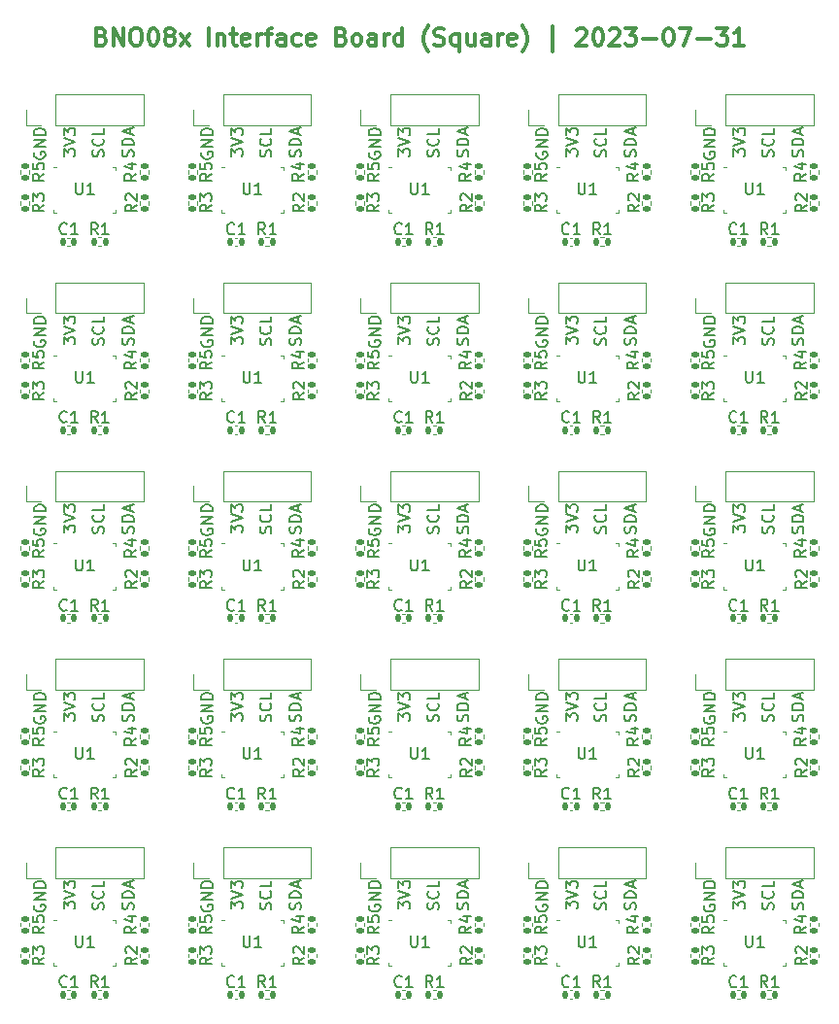
<source format=gbr>
%TF.GenerationSoftware,KiCad,Pcbnew,7.0.6-1.fc38*%
%TF.CreationDate,2023-07-31T16:19:08-04:00*%
%TF.ProjectId,bno085-i2c-board-v4-square-panel,626e6f30-3835-42d6-9932-632d626f6172,rev?*%
%TF.SameCoordinates,Original*%
%TF.FileFunction,Legend,Top*%
%TF.FilePolarity,Positive*%
%FSLAX46Y46*%
G04 Gerber Fmt 4.6, Leading zero omitted, Abs format (unit mm)*
G04 Created by KiCad (PCBNEW 7.0.6-1.fc38) date 2023-07-31 16:19:08*
%MOMM*%
%LPD*%
G01*
G04 APERTURE LIST*
G04 Aperture macros list*
%AMRoundRect*
0 Rectangle with rounded corners*
0 $1 Rounding radius*
0 $2 $3 $4 $5 $6 $7 $8 $9 X,Y pos of 4 corners*
0 Add a 4 corners polygon primitive as box body*
4,1,4,$2,$3,$4,$5,$6,$7,$8,$9,$2,$3,0*
0 Add four circle primitives for the rounded corners*
1,1,$1+$1,$2,$3*
1,1,$1+$1,$4,$5*
1,1,$1+$1,$6,$7*
1,1,$1+$1,$8,$9*
0 Add four rect primitives between the rounded corners*
20,1,$1+$1,$2,$3,$4,$5,0*
20,1,$1+$1,$4,$5,$6,$7,0*
20,1,$1+$1,$6,$7,$8,$9,0*
20,1,$1+$1,$8,$9,$2,$3,0*%
G04 Aperture macros list end*
%ADD10C,0.300000*%
%ADD11C,0.200000*%
%ADD12C,0.150000*%
%ADD13C,0.120000*%
%ADD14C,0.500000*%
%ADD15RoundRect,0.135000X0.185000X-0.135000X0.185000X0.135000X-0.185000X0.135000X-0.185000X-0.135000X0*%
%ADD16C,1.000000*%
%ADD17R,1.700000X1.700000*%
%ADD18O,1.700000X1.700000*%
%ADD19RoundRect,0.135000X-0.185000X0.135000X-0.185000X-0.135000X0.185000X-0.135000X0.185000X0.135000X0*%
%ADD20RoundRect,0.135000X-0.135000X-0.185000X0.135000X-0.185000X0.135000X0.185000X-0.135000X0.185000X0*%
%ADD21R,0.254000X1.175000*%
%ADD22R,1.150000X0.254000*%
%ADD23RoundRect,0.140000X0.140000X0.170000X-0.140000X0.170000X-0.140000X-0.170000X0.140000X-0.170000X0*%
G04 APERTURE END LIST*
D10*
X14785716Y-2392614D02*
X15000002Y-2464042D01*
X15000002Y-2464042D02*
X15071431Y-2535471D01*
X15071431Y-2535471D02*
X15142859Y-2678328D01*
X15142859Y-2678328D02*
X15142859Y-2892614D01*
X15142859Y-2892614D02*
X15071431Y-3035471D01*
X15071431Y-3035471D02*
X15000002Y-3106900D01*
X15000002Y-3106900D02*
X14857145Y-3178328D01*
X14857145Y-3178328D02*
X14285716Y-3178328D01*
X14285716Y-3178328D02*
X14285716Y-1678328D01*
X14285716Y-1678328D02*
X14785716Y-1678328D01*
X14785716Y-1678328D02*
X14928574Y-1749757D01*
X14928574Y-1749757D02*
X15000002Y-1821185D01*
X15000002Y-1821185D02*
X15071431Y-1964042D01*
X15071431Y-1964042D02*
X15071431Y-2106900D01*
X15071431Y-2106900D02*
X15000002Y-2249757D01*
X15000002Y-2249757D02*
X14928574Y-2321185D01*
X14928574Y-2321185D02*
X14785716Y-2392614D01*
X14785716Y-2392614D02*
X14285716Y-2392614D01*
X15785716Y-3178328D02*
X15785716Y-1678328D01*
X15785716Y-1678328D02*
X16642859Y-3178328D01*
X16642859Y-3178328D02*
X16642859Y-1678328D01*
X17642860Y-1678328D02*
X17928574Y-1678328D01*
X17928574Y-1678328D02*
X18071431Y-1749757D01*
X18071431Y-1749757D02*
X18214288Y-1892614D01*
X18214288Y-1892614D02*
X18285717Y-2178328D01*
X18285717Y-2178328D02*
X18285717Y-2678328D01*
X18285717Y-2678328D02*
X18214288Y-2964042D01*
X18214288Y-2964042D02*
X18071431Y-3106900D01*
X18071431Y-3106900D02*
X17928574Y-3178328D01*
X17928574Y-3178328D02*
X17642860Y-3178328D01*
X17642860Y-3178328D02*
X17500003Y-3106900D01*
X17500003Y-3106900D02*
X17357145Y-2964042D01*
X17357145Y-2964042D02*
X17285717Y-2678328D01*
X17285717Y-2678328D02*
X17285717Y-2178328D01*
X17285717Y-2178328D02*
X17357145Y-1892614D01*
X17357145Y-1892614D02*
X17500003Y-1749757D01*
X17500003Y-1749757D02*
X17642860Y-1678328D01*
X19214289Y-1678328D02*
X19357146Y-1678328D01*
X19357146Y-1678328D02*
X19500003Y-1749757D01*
X19500003Y-1749757D02*
X19571432Y-1821185D01*
X19571432Y-1821185D02*
X19642860Y-1964042D01*
X19642860Y-1964042D02*
X19714289Y-2249757D01*
X19714289Y-2249757D02*
X19714289Y-2606900D01*
X19714289Y-2606900D02*
X19642860Y-2892614D01*
X19642860Y-2892614D02*
X19571432Y-3035471D01*
X19571432Y-3035471D02*
X19500003Y-3106900D01*
X19500003Y-3106900D02*
X19357146Y-3178328D01*
X19357146Y-3178328D02*
X19214289Y-3178328D01*
X19214289Y-3178328D02*
X19071432Y-3106900D01*
X19071432Y-3106900D02*
X19000003Y-3035471D01*
X19000003Y-3035471D02*
X18928574Y-2892614D01*
X18928574Y-2892614D02*
X18857146Y-2606900D01*
X18857146Y-2606900D02*
X18857146Y-2249757D01*
X18857146Y-2249757D02*
X18928574Y-1964042D01*
X18928574Y-1964042D02*
X19000003Y-1821185D01*
X19000003Y-1821185D02*
X19071432Y-1749757D01*
X19071432Y-1749757D02*
X19214289Y-1678328D01*
X20571431Y-2321185D02*
X20428574Y-2249757D01*
X20428574Y-2249757D02*
X20357145Y-2178328D01*
X20357145Y-2178328D02*
X20285717Y-2035471D01*
X20285717Y-2035471D02*
X20285717Y-1964042D01*
X20285717Y-1964042D02*
X20357145Y-1821185D01*
X20357145Y-1821185D02*
X20428574Y-1749757D01*
X20428574Y-1749757D02*
X20571431Y-1678328D01*
X20571431Y-1678328D02*
X20857145Y-1678328D01*
X20857145Y-1678328D02*
X21000003Y-1749757D01*
X21000003Y-1749757D02*
X21071431Y-1821185D01*
X21071431Y-1821185D02*
X21142860Y-1964042D01*
X21142860Y-1964042D02*
X21142860Y-2035471D01*
X21142860Y-2035471D02*
X21071431Y-2178328D01*
X21071431Y-2178328D02*
X21000003Y-2249757D01*
X21000003Y-2249757D02*
X20857145Y-2321185D01*
X20857145Y-2321185D02*
X20571431Y-2321185D01*
X20571431Y-2321185D02*
X20428574Y-2392614D01*
X20428574Y-2392614D02*
X20357145Y-2464042D01*
X20357145Y-2464042D02*
X20285717Y-2606900D01*
X20285717Y-2606900D02*
X20285717Y-2892614D01*
X20285717Y-2892614D02*
X20357145Y-3035471D01*
X20357145Y-3035471D02*
X20428574Y-3106900D01*
X20428574Y-3106900D02*
X20571431Y-3178328D01*
X20571431Y-3178328D02*
X20857145Y-3178328D01*
X20857145Y-3178328D02*
X21000003Y-3106900D01*
X21000003Y-3106900D02*
X21071431Y-3035471D01*
X21071431Y-3035471D02*
X21142860Y-2892614D01*
X21142860Y-2892614D02*
X21142860Y-2606900D01*
X21142860Y-2606900D02*
X21071431Y-2464042D01*
X21071431Y-2464042D02*
X21000003Y-2392614D01*
X21000003Y-2392614D02*
X20857145Y-2321185D01*
X21642859Y-3178328D02*
X22428574Y-2178328D01*
X21642859Y-2178328D02*
X22428574Y-3178328D01*
X24142859Y-3178328D02*
X24142859Y-1678328D01*
X24857145Y-2178328D02*
X24857145Y-3178328D01*
X24857145Y-2321185D02*
X24928574Y-2249757D01*
X24928574Y-2249757D02*
X25071431Y-2178328D01*
X25071431Y-2178328D02*
X25285717Y-2178328D01*
X25285717Y-2178328D02*
X25428574Y-2249757D01*
X25428574Y-2249757D02*
X25500003Y-2392614D01*
X25500003Y-2392614D02*
X25500003Y-3178328D01*
X26000003Y-2178328D02*
X26571431Y-2178328D01*
X26214288Y-1678328D02*
X26214288Y-2964042D01*
X26214288Y-2964042D02*
X26285717Y-3106900D01*
X26285717Y-3106900D02*
X26428574Y-3178328D01*
X26428574Y-3178328D02*
X26571431Y-3178328D01*
X27642860Y-3106900D02*
X27500003Y-3178328D01*
X27500003Y-3178328D02*
X27214289Y-3178328D01*
X27214289Y-3178328D02*
X27071431Y-3106900D01*
X27071431Y-3106900D02*
X27000003Y-2964042D01*
X27000003Y-2964042D02*
X27000003Y-2392614D01*
X27000003Y-2392614D02*
X27071431Y-2249757D01*
X27071431Y-2249757D02*
X27214289Y-2178328D01*
X27214289Y-2178328D02*
X27500003Y-2178328D01*
X27500003Y-2178328D02*
X27642860Y-2249757D01*
X27642860Y-2249757D02*
X27714289Y-2392614D01*
X27714289Y-2392614D02*
X27714289Y-2535471D01*
X27714289Y-2535471D02*
X27000003Y-2678328D01*
X28357145Y-3178328D02*
X28357145Y-2178328D01*
X28357145Y-2464042D02*
X28428574Y-2321185D01*
X28428574Y-2321185D02*
X28500003Y-2249757D01*
X28500003Y-2249757D02*
X28642860Y-2178328D01*
X28642860Y-2178328D02*
X28785717Y-2178328D01*
X29071431Y-2178328D02*
X29642859Y-2178328D01*
X29285716Y-3178328D02*
X29285716Y-1892614D01*
X29285716Y-1892614D02*
X29357145Y-1749757D01*
X29357145Y-1749757D02*
X29500002Y-1678328D01*
X29500002Y-1678328D02*
X29642859Y-1678328D01*
X30785717Y-3178328D02*
X30785717Y-2392614D01*
X30785717Y-2392614D02*
X30714288Y-2249757D01*
X30714288Y-2249757D02*
X30571431Y-2178328D01*
X30571431Y-2178328D02*
X30285717Y-2178328D01*
X30285717Y-2178328D02*
X30142859Y-2249757D01*
X30785717Y-3106900D02*
X30642859Y-3178328D01*
X30642859Y-3178328D02*
X30285717Y-3178328D01*
X30285717Y-3178328D02*
X30142859Y-3106900D01*
X30142859Y-3106900D02*
X30071431Y-2964042D01*
X30071431Y-2964042D02*
X30071431Y-2821185D01*
X30071431Y-2821185D02*
X30142859Y-2678328D01*
X30142859Y-2678328D02*
X30285717Y-2606900D01*
X30285717Y-2606900D02*
X30642859Y-2606900D01*
X30642859Y-2606900D02*
X30785717Y-2535471D01*
X32142860Y-3106900D02*
X32000002Y-3178328D01*
X32000002Y-3178328D02*
X31714288Y-3178328D01*
X31714288Y-3178328D02*
X31571431Y-3106900D01*
X31571431Y-3106900D02*
X31500002Y-3035471D01*
X31500002Y-3035471D02*
X31428574Y-2892614D01*
X31428574Y-2892614D02*
X31428574Y-2464042D01*
X31428574Y-2464042D02*
X31500002Y-2321185D01*
X31500002Y-2321185D02*
X31571431Y-2249757D01*
X31571431Y-2249757D02*
X31714288Y-2178328D01*
X31714288Y-2178328D02*
X32000002Y-2178328D01*
X32000002Y-2178328D02*
X32142860Y-2249757D01*
X33357145Y-3106900D02*
X33214288Y-3178328D01*
X33214288Y-3178328D02*
X32928574Y-3178328D01*
X32928574Y-3178328D02*
X32785716Y-3106900D01*
X32785716Y-3106900D02*
X32714288Y-2964042D01*
X32714288Y-2964042D02*
X32714288Y-2392614D01*
X32714288Y-2392614D02*
X32785716Y-2249757D01*
X32785716Y-2249757D02*
X32928574Y-2178328D01*
X32928574Y-2178328D02*
X33214288Y-2178328D01*
X33214288Y-2178328D02*
X33357145Y-2249757D01*
X33357145Y-2249757D02*
X33428574Y-2392614D01*
X33428574Y-2392614D02*
X33428574Y-2535471D01*
X33428574Y-2535471D02*
X32714288Y-2678328D01*
X35714287Y-2392614D02*
X35928573Y-2464042D01*
X35928573Y-2464042D02*
X36000002Y-2535471D01*
X36000002Y-2535471D02*
X36071430Y-2678328D01*
X36071430Y-2678328D02*
X36071430Y-2892614D01*
X36071430Y-2892614D02*
X36000002Y-3035471D01*
X36000002Y-3035471D02*
X35928573Y-3106900D01*
X35928573Y-3106900D02*
X35785716Y-3178328D01*
X35785716Y-3178328D02*
X35214287Y-3178328D01*
X35214287Y-3178328D02*
X35214287Y-1678328D01*
X35214287Y-1678328D02*
X35714287Y-1678328D01*
X35714287Y-1678328D02*
X35857145Y-1749757D01*
X35857145Y-1749757D02*
X35928573Y-1821185D01*
X35928573Y-1821185D02*
X36000002Y-1964042D01*
X36000002Y-1964042D02*
X36000002Y-2106900D01*
X36000002Y-2106900D02*
X35928573Y-2249757D01*
X35928573Y-2249757D02*
X35857145Y-2321185D01*
X35857145Y-2321185D02*
X35714287Y-2392614D01*
X35714287Y-2392614D02*
X35214287Y-2392614D01*
X36928573Y-3178328D02*
X36785716Y-3106900D01*
X36785716Y-3106900D02*
X36714287Y-3035471D01*
X36714287Y-3035471D02*
X36642859Y-2892614D01*
X36642859Y-2892614D02*
X36642859Y-2464042D01*
X36642859Y-2464042D02*
X36714287Y-2321185D01*
X36714287Y-2321185D02*
X36785716Y-2249757D01*
X36785716Y-2249757D02*
X36928573Y-2178328D01*
X36928573Y-2178328D02*
X37142859Y-2178328D01*
X37142859Y-2178328D02*
X37285716Y-2249757D01*
X37285716Y-2249757D02*
X37357145Y-2321185D01*
X37357145Y-2321185D02*
X37428573Y-2464042D01*
X37428573Y-2464042D02*
X37428573Y-2892614D01*
X37428573Y-2892614D02*
X37357145Y-3035471D01*
X37357145Y-3035471D02*
X37285716Y-3106900D01*
X37285716Y-3106900D02*
X37142859Y-3178328D01*
X37142859Y-3178328D02*
X36928573Y-3178328D01*
X38714288Y-3178328D02*
X38714288Y-2392614D01*
X38714288Y-2392614D02*
X38642859Y-2249757D01*
X38642859Y-2249757D02*
X38500002Y-2178328D01*
X38500002Y-2178328D02*
X38214288Y-2178328D01*
X38214288Y-2178328D02*
X38071430Y-2249757D01*
X38714288Y-3106900D02*
X38571430Y-3178328D01*
X38571430Y-3178328D02*
X38214288Y-3178328D01*
X38214288Y-3178328D02*
X38071430Y-3106900D01*
X38071430Y-3106900D02*
X38000002Y-2964042D01*
X38000002Y-2964042D02*
X38000002Y-2821185D01*
X38000002Y-2821185D02*
X38071430Y-2678328D01*
X38071430Y-2678328D02*
X38214288Y-2606900D01*
X38214288Y-2606900D02*
X38571430Y-2606900D01*
X38571430Y-2606900D02*
X38714288Y-2535471D01*
X39428573Y-3178328D02*
X39428573Y-2178328D01*
X39428573Y-2464042D02*
X39500002Y-2321185D01*
X39500002Y-2321185D02*
X39571431Y-2249757D01*
X39571431Y-2249757D02*
X39714288Y-2178328D01*
X39714288Y-2178328D02*
X39857145Y-2178328D01*
X41000002Y-3178328D02*
X41000002Y-1678328D01*
X41000002Y-3106900D02*
X40857144Y-3178328D01*
X40857144Y-3178328D02*
X40571430Y-3178328D01*
X40571430Y-3178328D02*
X40428573Y-3106900D01*
X40428573Y-3106900D02*
X40357144Y-3035471D01*
X40357144Y-3035471D02*
X40285716Y-2892614D01*
X40285716Y-2892614D02*
X40285716Y-2464042D01*
X40285716Y-2464042D02*
X40357144Y-2321185D01*
X40357144Y-2321185D02*
X40428573Y-2249757D01*
X40428573Y-2249757D02*
X40571430Y-2178328D01*
X40571430Y-2178328D02*
X40857144Y-2178328D01*
X40857144Y-2178328D02*
X41000002Y-2249757D01*
X43285716Y-3749757D02*
X43214287Y-3678328D01*
X43214287Y-3678328D02*
X43071430Y-3464042D01*
X43071430Y-3464042D02*
X43000002Y-3321185D01*
X43000002Y-3321185D02*
X42928573Y-3106900D01*
X42928573Y-3106900D02*
X42857144Y-2749757D01*
X42857144Y-2749757D02*
X42857144Y-2464042D01*
X42857144Y-2464042D02*
X42928573Y-2106900D01*
X42928573Y-2106900D02*
X43000002Y-1892614D01*
X43000002Y-1892614D02*
X43071430Y-1749757D01*
X43071430Y-1749757D02*
X43214287Y-1535471D01*
X43214287Y-1535471D02*
X43285716Y-1464042D01*
X43785716Y-3106900D02*
X44000002Y-3178328D01*
X44000002Y-3178328D02*
X44357144Y-3178328D01*
X44357144Y-3178328D02*
X44500002Y-3106900D01*
X44500002Y-3106900D02*
X44571430Y-3035471D01*
X44571430Y-3035471D02*
X44642859Y-2892614D01*
X44642859Y-2892614D02*
X44642859Y-2749757D01*
X44642859Y-2749757D02*
X44571430Y-2606900D01*
X44571430Y-2606900D02*
X44500002Y-2535471D01*
X44500002Y-2535471D02*
X44357144Y-2464042D01*
X44357144Y-2464042D02*
X44071430Y-2392614D01*
X44071430Y-2392614D02*
X43928573Y-2321185D01*
X43928573Y-2321185D02*
X43857144Y-2249757D01*
X43857144Y-2249757D02*
X43785716Y-2106900D01*
X43785716Y-2106900D02*
X43785716Y-1964042D01*
X43785716Y-1964042D02*
X43857144Y-1821185D01*
X43857144Y-1821185D02*
X43928573Y-1749757D01*
X43928573Y-1749757D02*
X44071430Y-1678328D01*
X44071430Y-1678328D02*
X44428573Y-1678328D01*
X44428573Y-1678328D02*
X44642859Y-1749757D01*
X45928573Y-2178328D02*
X45928573Y-3678328D01*
X45928573Y-3106900D02*
X45785715Y-3178328D01*
X45785715Y-3178328D02*
X45500001Y-3178328D01*
X45500001Y-3178328D02*
X45357144Y-3106900D01*
X45357144Y-3106900D02*
X45285715Y-3035471D01*
X45285715Y-3035471D02*
X45214287Y-2892614D01*
X45214287Y-2892614D02*
X45214287Y-2464042D01*
X45214287Y-2464042D02*
X45285715Y-2321185D01*
X45285715Y-2321185D02*
X45357144Y-2249757D01*
X45357144Y-2249757D02*
X45500001Y-2178328D01*
X45500001Y-2178328D02*
X45785715Y-2178328D01*
X45785715Y-2178328D02*
X45928573Y-2249757D01*
X47285716Y-2178328D02*
X47285716Y-3178328D01*
X46642858Y-2178328D02*
X46642858Y-2964042D01*
X46642858Y-2964042D02*
X46714287Y-3106900D01*
X46714287Y-3106900D02*
X46857144Y-3178328D01*
X46857144Y-3178328D02*
X47071430Y-3178328D01*
X47071430Y-3178328D02*
X47214287Y-3106900D01*
X47214287Y-3106900D02*
X47285716Y-3035471D01*
X48642859Y-3178328D02*
X48642859Y-2392614D01*
X48642859Y-2392614D02*
X48571430Y-2249757D01*
X48571430Y-2249757D02*
X48428573Y-2178328D01*
X48428573Y-2178328D02*
X48142859Y-2178328D01*
X48142859Y-2178328D02*
X48000001Y-2249757D01*
X48642859Y-3106900D02*
X48500001Y-3178328D01*
X48500001Y-3178328D02*
X48142859Y-3178328D01*
X48142859Y-3178328D02*
X48000001Y-3106900D01*
X48000001Y-3106900D02*
X47928573Y-2964042D01*
X47928573Y-2964042D02*
X47928573Y-2821185D01*
X47928573Y-2821185D02*
X48000001Y-2678328D01*
X48000001Y-2678328D02*
X48142859Y-2606900D01*
X48142859Y-2606900D02*
X48500001Y-2606900D01*
X48500001Y-2606900D02*
X48642859Y-2535471D01*
X49357144Y-3178328D02*
X49357144Y-2178328D01*
X49357144Y-2464042D02*
X49428573Y-2321185D01*
X49428573Y-2321185D02*
X49500002Y-2249757D01*
X49500002Y-2249757D02*
X49642859Y-2178328D01*
X49642859Y-2178328D02*
X49785716Y-2178328D01*
X50857144Y-3106900D02*
X50714287Y-3178328D01*
X50714287Y-3178328D02*
X50428573Y-3178328D01*
X50428573Y-3178328D02*
X50285715Y-3106900D01*
X50285715Y-3106900D02*
X50214287Y-2964042D01*
X50214287Y-2964042D02*
X50214287Y-2392614D01*
X50214287Y-2392614D02*
X50285715Y-2249757D01*
X50285715Y-2249757D02*
X50428573Y-2178328D01*
X50428573Y-2178328D02*
X50714287Y-2178328D01*
X50714287Y-2178328D02*
X50857144Y-2249757D01*
X50857144Y-2249757D02*
X50928573Y-2392614D01*
X50928573Y-2392614D02*
X50928573Y-2535471D01*
X50928573Y-2535471D02*
X50214287Y-2678328D01*
X51428572Y-3749757D02*
X51500001Y-3678328D01*
X51500001Y-3678328D02*
X51642858Y-3464042D01*
X51642858Y-3464042D02*
X51714287Y-3321185D01*
X51714287Y-3321185D02*
X51785715Y-3106900D01*
X51785715Y-3106900D02*
X51857144Y-2749757D01*
X51857144Y-2749757D02*
X51857144Y-2464042D01*
X51857144Y-2464042D02*
X51785715Y-2106900D01*
X51785715Y-2106900D02*
X51714287Y-1892614D01*
X51714287Y-1892614D02*
X51642858Y-1749757D01*
X51642858Y-1749757D02*
X51500001Y-1535471D01*
X51500001Y-1535471D02*
X51428572Y-1464042D01*
X54071429Y-3678328D02*
X54071429Y-1535471D01*
X56214286Y-1821185D02*
X56285714Y-1749757D01*
X56285714Y-1749757D02*
X56428572Y-1678328D01*
X56428572Y-1678328D02*
X56785714Y-1678328D01*
X56785714Y-1678328D02*
X56928572Y-1749757D01*
X56928572Y-1749757D02*
X57000000Y-1821185D01*
X57000000Y-1821185D02*
X57071429Y-1964042D01*
X57071429Y-1964042D02*
X57071429Y-2106900D01*
X57071429Y-2106900D02*
X57000000Y-2321185D01*
X57000000Y-2321185D02*
X56142857Y-3178328D01*
X56142857Y-3178328D02*
X57071429Y-3178328D01*
X58000000Y-1678328D02*
X58142857Y-1678328D01*
X58142857Y-1678328D02*
X58285714Y-1749757D01*
X58285714Y-1749757D02*
X58357143Y-1821185D01*
X58357143Y-1821185D02*
X58428571Y-1964042D01*
X58428571Y-1964042D02*
X58500000Y-2249757D01*
X58500000Y-2249757D02*
X58500000Y-2606900D01*
X58500000Y-2606900D02*
X58428571Y-2892614D01*
X58428571Y-2892614D02*
X58357143Y-3035471D01*
X58357143Y-3035471D02*
X58285714Y-3106900D01*
X58285714Y-3106900D02*
X58142857Y-3178328D01*
X58142857Y-3178328D02*
X58000000Y-3178328D01*
X58000000Y-3178328D02*
X57857143Y-3106900D01*
X57857143Y-3106900D02*
X57785714Y-3035471D01*
X57785714Y-3035471D02*
X57714285Y-2892614D01*
X57714285Y-2892614D02*
X57642857Y-2606900D01*
X57642857Y-2606900D02*
X57642857Y-2249757D01*
X57642857Y-2249757D02*
X57714285Y-1964042D01*
X57714285Y-1964042D02*
X57785714Y-1821185D01*
X57785714Y-1821185D02*
X57857143Y-1749757D01*
X57857143Y-1749757D02*
X58000000Y-1678328D01*
X59071428Y-1821185D02*
X59142856Y-1749757D01*
X59142856Y-1749757D02*
X59285714Y-1678328D01*
X59285714Y-1678328D02*
X59642856Y-1678328D01*
X59642856Y-1678328D02*
X59785714Y-1749757D01*
X59785714Y-1749757D02*
X59857142Y-1821185D01*
X59857142Y-1821185D02*
X59928571Y-1964042D01*
X59928571Y-1964042D02*
X59928571Y-2106900D01*
X59928571Y-2106900D02*
X59857142Y-2321185D01*
X59857142Y-2321185D02*
X58999999Y-3178328D01*
X58999999Y-3178328D02*
X59928571Y-3178328D01*
X60428570Y-1678328D02*
X61357142Y-1678328D01*
X61357142Y-1678328D02*
X60857142Y-2249757D01*
X60857142Y-2249757D02*
X61071427Y-2249757D01*
X61071427Y-2249757D02*
X61214285Y-2321185D01*
X61214285Y-2321185D02*
X61285713Y-2392614D01*
X61285713Y-2392614D02*
X61357142Y-2535471D01*
X61357142Y-2535471D02*
X61357142Y-2892614D01*
X61357142Y-2892614D02*
X61285713Y-3035471D01*
X61285713Y-3035471D02*
X61214285Y-3106900D01*
X61214285Y-3106900D02*
X61071427Y-3178328D01*
X61071427Y-3178328D02*
X60642856Y-3178328D01*
X60642856Y-3178328D02*
X60499999Y-3106900D01*
X60499999Y-3106900D02*
X60428570Y-3035471D01*
X61999998Y-2606900D02*
X63142856Y-2606900D01*
X64142856Y-1678328D02*
X64285713Y-1678328D01*
X64285713Y-1678328D02*
X64428570Y-1749757D01*
X64428570Y-1749757D02*
X64499999Y-1821185D01*
X64499999Y-1821185D02*
X64571427Y-1964042D01*
X64571427Y-1964042D02*
X64642856Y-2249757D01*
X64642856Y-2249757D02*
X64642856Y-2606900D01*
X64642856Y-2606900D02*
X64571427Y-2892614D01*
X64571427Y-2892614D02*
X64499999Y-3035471D01*
X64499999Y-3035471D02*
X64428570Y-3106900D01*
X64428570Y-3106900D02*
X64285713Y-3178328D01*
X64285713Y-3178328D02*
X64142856Y-3178328D01*
X64142856Y-3178328D02*
X63999999Y-3106900D01*
X63999999Y-3106900D02*
X63928570Y-3035471D01*
X63928570Y-3035471D02*
X63857141Y-2892614D01*
X63857141Y-2892614D02*
X63785713Y-2606900D01*
X63785713Y-2606900D02*
X63785713Y-2249757D01*
X63785713Y-2249757D02*
X63857141Y-1964042D01*
X63857141Y-1964042D02*
X63928570Y-1821185D01*
X63928570Y-1821185D02*
X63999999Y-1749757D01*
X63999999Y-1749757D02*
X64142856Y-1678328D01*
X65142855Y-1678328D02*
X66142855Y-1678328D01*
X66142855Y-1678328D02*
X65499998Y-3178328D01*
X66714283Y-2606900D02*
X67857141Y-2606900D01*
X68428569Y-1678328D02*
X69357141Y-1678328D01*
X69357141Y-1678328D02*
X68857141Y-2249757D01*
X68857141Y-2249757D02*
X69071426Y-2249757D01*
X69071426Y-2249757D02*
X69214284Y-2321185D01*
X69214284Y-2321185D02*
X69285712Y-2392614D01*
X69285712Y-2392614D02*
X69357141Y-2535471D01*
X69357141Y-2535471D02*
X69357141Y-2892614D01*
X69357141Y-2892614D02*
X69285712Y-3035471D01*
X69285712Y-3035471D02*
X69214284Y-3106900D01*
X69214284Y-3106900D02*
X69071426Y-3178328D01*
X69071426Y-3178328D02*
X68642855Y-3178328D01*
X68642855Y-3178328D02*
X68499998Y-3106900D01*
X68499998Y-3106900D02*
X68428569Y-3035471D01*
X70785712Y-3178328D02*
X69928569Y-3178328D01*
X70357140Y-3178328D02*
X70357140Y-1678328D01*
X70357140Y-1678328D02*
X70214283Y-1892614D01*
X70214283Y-1892614D02*
X70071426Y-2035471D01*
X70071426Y-2035471D02*
X69928569Y-2106900D01*
D11*
X26067219Y-78425564D02*
X26067219Y-77806517D01*
X26067219Y-77806517D02*
X26448171Y-78139850D01*
X26448171Y-78139850D02*
X26448171Y-77996993D01*
X26448171Y-77996993D02*
X26495790Y-77901755D01*
X26495790Y-77901755D02*
X26543409Y-77854136D01*
X26543409Y-77854136D02*
X26638647Y-77806517D01*
X26638647Y-77806517D02*
X26876742Y-77806517D01*
X26876742Y-77806517D02*
X26971980Y-77854136D01*
X26971980Y-77854136D02*
X27019600Y-77901755D01*
X27019600Y-77901755D02*
X27067219Y-77996993D01*
X27067219Y-77996993D02*
X27067219Y-78282707D01*
X27067219Y-78282707D02*
X27019600Y-78377945D01*
X27019600Y-78377945D02*
X26971980Y-78425564D01*
X26067219Y-77520802D02*
X27067219Y-77187469D01*
X27067219Y-77187469D02*
X26067219Y-76854136D01*
X26067219Y-76616040D02*
X26067219Y-75996993D01*
X26067219Y-75996993D02*
X26448171Y-76330326D01*
X26448171Y-76330326D02*
X26448171Y-76187469D01*
X26448171Y-76187469D02*
X26495790Y-76092231D01*
X26495790Y-76092231D02*
X26543409Y-76044612D01*
X26543409Y-76044612D02*
X26638647Y-75996993D01*
X26638647Y-75996993D02*
X26876742Y-75996993D01*
X26876742Y-75996993D02*
X26971980Y-76044612D01*
X26971980Y-76044612D02*
X27019600Y-76092231D01*
X27019600Y-76092231D02*
X27067219Y-76187469D01*
X27067219Y-76187469D02*
X27067219Y-76473183D01*
X27067219Y-76473183D02*
X27019600Y-76568421D01*
X27019600Y-76568421D02*
X26971980Y-76616040D01*
X69867219Y-78425564D02*
X69867219Y-77806517D01*
X69867219Y-77806517D02*
X70248171Y-78139850D01*
X70248171Y-78139850D02*
X70248171Y-77996993D01*
X70248171Y-77996993D02*
X70295790Y-77901755D01*
X70295790Y-77901755D02*
X70343409Y-77854136D01*
X70343409Y-77854136D02*
X70438647Y-77806517D01*
X70438647Y-77806517D02*
X70676742Y-77806517D01*
X70676742Y-77806517D02*
X70771980Y-77854136D01*
X70771980Y-77854136D02*
X70819600Y-77901755D01*
X70819600Y-77901755D02*
X70867219Y-77996993D01*
X70867219Y-77996993D02*
X70867219Y-78282707D01*
X70867219Y-78282707D02*
X70819600Y-78377945D01*
X70819600Y-78377945D02*
X70771980Y-78425564D01*
X69867219Y-77520802D02*
X70867219Y-77187469D01*
X70867219Y-77187469D02*
X69867219Y-76854136D01*
X69867219Y-76616040D02*
X69867219Y-75996993D01*
X69867219Y-75996993D02*
X70248171Y-76330326D01*
X70248171Y-76330326D02*
X70248171Y-76187469D01*
X70248171Y-76187469D02*
X70295790Y-76092231D01*
X70295790Y-76092231D02*
X70343409Y-76044612D01*
X70343409Y-76044612D02*
X70438647Y-75996993D01*
X70438647Y-75996993D02*
X70676742Y-75996993D01*
X70676742Y-75996993D02*
X70771980Y-76044612D01*
X70771980Y-76044612D02*
X70819600Y-76092231D01*
X70819600Y-76092231D02*
X70867219Y-76187469D01*
X70867219Y-76187469D02*
X70867219Y-76473183D01*
X70867219Y-76473183D02*
X70819600Y-76568421D01*
X70819600Y-76568421D02*
X70771980Y-76616040D01*
X44119600Y-12877945D02*
X44167219Y-12735088D01*
X44167219Y-12735088D02*
X44167219Y-12496993D01*
X44167219Y-12496993D02*
X44119600Y-12401755D01*
X44119600Y-12401755D02*
X44071980Y-12354136D01*
X44071980Y-12354136D02*
X43976742Y-12306517D01*
X43976742Y-12306517D02*
X43881504Y-12306517D01*
X43881504Y-12306517D02*
X43786266Y-12354136D01*
X43786266Y-12354136D02*
X43738647Y-12401755D01*
X43738647Y-12401755D02*
X43691028Y-12496993D01*
X43691028Y-12496993D02*
X43643409Y-12687469D01*
X43643409Y-12687469D02*
X43595790Y-12782707D01*
X43595790Y-12782707D02*
X43548171Y-12830326D01*
X43548171Y-12830326D02*
X43452933Y-12877945D01*
X43452933Y-12877945D02*
X43357695Y-12877945D01*
X43357695Y-12877945D02*
X43262457Y-12830326D01*
X43262457Y-12830326D02*
X43214838Y-12782707D01*
X43214838Y-12782707D02*
X43167219Y-12687469D01*
X43167219Y-12687469D02*
X43167219Y-12449374D01*
X43167219Y-12449374D02*
X43214838Y-12306517D01*
X44071980Y-11306517D02*
X44119600Y-11354136D01*
X44119600Y-11354136D02*
X44167219Y-11496993D01*
X44167219Y-11496993D02*
X44167219Y-11592231D01*
X44167219Y-11592231D02*
X44119600Y-11735088D01*
X44119600Y-11735088D02*
X44024361Y-11830326D01*
X44024361Y-11830326D02*
X43929123Y-11877945D01*
X43929123Y-11877945D02*
X43738647Y-11925564D01*
X43738647Y-11925564D02*
X43595790Y-11925564D01*
X43595790Y-11925564D02*
X43405314Y-11877945D01*
X43405314Y-11877945D02*
X43310076Y-11830326D01*
X43310076Y-11830326D02*
X43214838Y-11735088D01*
X43214838Y-11735088D02*
X43167219Y-11592231D01*
X43167219Y-11592231D02*
X43167219Y-11496993D01*
X43167219Y-11496993D02*
X43214838Y-11354136D01*
X43214838Y-11354136D02*
X43262457Y-11306517D01*
X44167219Y-10401755D02*
X44167219Y-10877945D01*
X44167219Y-10877945D02*
X43167219Y-10877945D01*
X38114838Y-78106517D02*
X38067219Y-78201755D01*
X38067219Y-78201755D02*
X38067219Y-78344612D01*
X38067219Y-78344612D02*
X38114838Y-78487469D01*
X38114838Y-78487469D02*
X38210076Y-78582707D01*
X38210076Y-78582707D02*
X38305314Y-78630326D01*
X38305314Y-78630326D02*
X38495790Y-78677945D01*
X38495790Y-78677945D02*
X38638647Y-78677945D01*
X38638647Y-78677945D02*
X38829123Y-78630326D01*
X38829123Y-78630326D02*
X38924361Y-78582707D01*
X38924361Y-78582707D02*
X39019600Y-78487469D01*
X39019600Y-78487469D02*
X39067219Y-78344612D01*
X39067219Y-78344612D02*
X39067219Y-78249374D01*
X39067219Y-78249374D02*
X39019600Y-78106517D01*
X39019600Y-78106517D02*
X38971980Y-78058898D01*
X38971980Y-78058898D02*
X38638647Y-78058898D01*
X38638647Y-78058898D02*
X38638647Y-78249374D01*
X39067219Y-77630326D02*
X38067219Y-77630326D01*
X38067219Y-77630326D02*
X39067219Y-77058898D01*
X39067219Y-77058898D02*
X38067219Y-77058898D01*
X39067219Y-76582707D02*
X38067219Y-76582707D01*
X38067219Y-76582707D02*
X38067219Y-76344612D01*
X38067219Y-76344612D02*
X38114838Y-76201755D01*
X38114838Y-76201755D02*
X38210076Y-76106517D01*
X38210076Y-76106517D02*
X38305314Y-76058898D01*
X38305314Y-76058898D02*
X38495790Y-76011279D01*
X38495790Y-76011279D02*
X38638647Y-76011279D01*
X38638647Y-76011279D02*
X38829123Y-76058898D01*
X38829123Y-76058898D02*
X38924361Y-76106517D01*
X38924361Y-76106517D02*
X39019600Y-76201755D01*
X39019600Y-76201755D02*
X39067219Y-76344612D01*
X39067219Y-76344612D02*
X39067219Y-76582707D01*
X55267219Y-62025564D02*
X55267219Y-61406517D01*
X55267219Y-61406517D02*
X55648171Y-61739850D01*
X55648171Y-61739850D02*
X55648171Y-61596993D01*
X55648171Y-61596993D02*
X55695790Y-61501755D01*
X55695790Y-61501755D02*
X55743409Y-61454136D01*
X55743409Y-61454136D02*
X55838647Y-61406517D01*
X55838647Y-61406517D02*
X56076742Y-61406517D01*
X56076742Y-61406517D02*
X56171980Y-61454136D01*
X56171980Y-61454136D02*
X56219600Y-61501755D01*
X56219600Y-61501755D02*
X56267219Y-61596993D01*
X56267219Y-61596993D02*
X56267219Y-61882707D01*
X56267219Y-61882707D02*
X56219600Y-61977945D01*
X56219600Y-61977945D02*
X56171980Y-62025564D01*
X55267219Y-61120802D02*
X56267219Y-60787469D01*
X56267219Y-60787469D02*
X55267219Y-60454136D01*
X55267219Y-60216040D02*
X55267219Y-59596993D01*
X55267219Y-59596993D02*
X55648171Y-59930326D01*
X55648171Y-59930326D02*
X55648171Y-59787469D01*
X55648171Y-59787469D02*
X55695790Y-59692231D01*
X55695790Y-59692231D02*
X55743409Y-59644612D01*
X55743409Y-59644612D02*
X55838647Y-59596993D01*
X55838647Y-59596993D02*
X56076742Y-59596993D01*
X56076742Y-59596993D02*
X56171980Y-59644612D01*
X56171980Y-59644612D02*
X56219600Y-59692231D01*
X56219600Y-59692231D02*
X56267219Y-59787469D01*
X56267219Y-59787469D02*
X56267219Y-60073183D01*
X56267219Y-60073183D02*
X56219600Y-60168421D01*
X56219600Y-60168421D02*
X56171980Y-60216040D01*
X44119600Y-62077945D02*
X44167219Y-61935088D01*
X44167219Y-61935088D02*
X44167219Y-61696993D01*
X44167219Y-61696993D02*
X44119600Y-61601755D01*
X44119600Y-61601755D02*
X44071980Y-61554136D01*
X44071980Y-61554136D02*
X43976742Y-61506517D01*
X43976742Y-61506517D02*
X43881504Y-61506517D01*
X43881504Y-61506517D02*
X43786266Y-61554136D01*
X43786266Y-61554136D02*
X43738647Y-61601755D01*
X43738647Y-61601755D02*
X43691028Y-61696993D01*
X43691028Y-61696993D02*
X43643409Y-61887469D01*
X43643409Y-61887469D02*
X43595790Y-61982707D01*
X43595790Y-61982707D02*
X43548171Y-62030326D01*
X43548171Y-62030326D02*
X43452933Y-62077945D01*
X43452933Y-62077945D02*
X43357695Y-62077945D01*
X43357695Y-62077945D02*
X43262457Y-62030326D01*
X43262457Y-62030326D02*
X43214838Y-61982707D01*
X43214838Y-61982707D02*
X43167219Y-61887469D01*
X43167219Y-61887469D02*
X43167219Y-61649374D01*
X43167219Y-61649374D02*
X43214838Y-61506517D01*
X44071980Y-60506517D02*
X44119600Y-60554136D01*
X44119600Y-60554136D02*
X44167219Y-60696993D01*
X44167219Y-60696993D02*
X44167219Y-60792231D01*
X44167219Y-60792231D02*
X44119600Y-60935088D01*
X44119600Y-60935088D02*
X44024361Y-61030326D01*
X44024361Y-61030326D02*
X43929123Y-61077945D01*
X43929123Y-61077945D02*
X43738647Y-61125564D01*
X43738647Y-61125564D02*
X43595790Y-61125564D01*
X43595790Y-61125564D02*
X43405314Y-61077945D01*
X43405314Y-61077945D02*
X43310076Y-61030326D01*
X43310076Y-61030326D02*
X43214838Y-60935088D01*
X43214838Y-60935088D02*
X43167219Y-60792231D01*
X43167219Y-60792231D02*
X43167219Y-60696993D01*
X43167219Y-60696993D02*
X43214838Y-60554136D01*
X43214838Y-60554136D02*
X43262457Y-60506517D01*
X44167219Y-59601755D02*
X44167219Y-60077945D01*
X44167219Y-60077945D02*
X43167219Y-60077945D01*
X32119600Y-29277945D02*
X32167219Y-29135088D01*
X32167219Y-29135088D02*
X32167219Y-28896993D01*
X32167219Y-28896993D02*
X32119600Y-28801755D01*
X32119600Y-28801755D02*
X32071980Y-28754136D01*
X32071980Y-28754136D02*
X31976742Y-28706517D01*
X31976742Y-28706517D02*
X31881504Y-28706517D01*
X31881504Y-28706517D02*
X31786266Y-28754136D01*
X31786266Y-28754136D02*
X31738647Y-28801755D01*
X31738647Y-28801755D02*
X31691028Y-28896993D01*
X31691028Y-28896993D02*
X31643409Y-29087469D01*
X31643409Y-29087469D02*
X31595790Y-29182707D01*
X31595790Y-29182707D02*
X31548171Y-29230326D01*
X31548171Y-29230326D02*
X31452933Y-29277945D01*
X31452933Y-29277945D02*
X31357695Y-29277945D01*
X31357695Y-29277945D02*
X31262457Y-29230326D01*
X31262457Y-29230326D02*
X31214838Y-29182707D01*
X31214838Y-29182707D02*
X31167219Y-29087469D01*
X31167219Y-29087469D02*
X31167219Y-28849374D01*
X31167219Y-28849374D02*
X31214838Y-28706517D01*
X32167219Y-28277945D02*
X31167219Y-28277945D01*
X31167219Y-28277945D02*
X31167219Y-28039850D01*
X31167219Y-28039850D02*
X31214838Y-27896993D01*
X31214838Y-27896993D02*
X31310076Y-27801755D01*
X31310076Y-27801755D02*
X31405314Y-27754136D01*
X31405314Y-27754136D02*
X31595790Y-27706517D01*
X31595790Y-27706517D02*
X31738647Y-27706517D01*
X31738647Y-27706517D02*
X31929123Y-27754136D01*
X31929123Y-27754136D02*
X32024361Y-27801755D01*
X32024361Y-27801755D02*
X32119600Y-27896993D01*
X32119600Y-27896993D02*
X32167219Y-28039850D01*
X32167219Y-28039850D02*
X32167219Y-28277945D01*
X31881504Y-27325564D02*
X31881504Y-26849374D01*
X32167219Y-27420802D02*
X31167219Y-27087469D01*
X31167219Y-27087469D02*
X32167219Y-26754136D01*
X44119600Y-78477945D02*
X44167219Y-78335088D01*
X44167219Y-78335088D02*
X44167219Y-78096993D01*
X44167219Y-78096993D02*
X44119600Y-78001755D01*
X44119600Y-78001755D02*
X44071980Y-77954136D01*
X44071980Y-77954136D02*
X43976742Y-77906517D01*
X43976742Y-77906517D02*
X43881504Y-77906517D01*
X43881504Y-77906517D02*
X43786266Y-77954136D01*
X43786266Y-77954136D02*
X43738647Y-78001755D01*
X43738647Y-78001755D02*
X43691028Y-78096993D01*
X43691028Y-78096993D02*
X43643409Y-78287469D01*
X43643409Y-78287469D02*
X43595790Y-78382707D01*
X43595790Y-78382707D02*
X43548171Y-78430326D01*
X43548171Y-78430326D02*
X43452933Y-78477945D01*
X43452933Y-78477945D02*
X43357695Y-78477945D01*
X43357695Y-78477945D02*
X43262457Y-78430326D01*
X43262457Y-78430326D02*
X43214838Y-78382707D01*
X43214838Y-78382707D02*
X43167219Y-78287469D01*
X43167219Y-78287469D02*
X43167219Y-78049374D01*
X43167219Y-78049374D02*
X43214838Y-77906517D01*
X44071980Y-76906517D02*
X44119600Y-76954136D01*
X44119600Y-76954136D02*
X44167219Y-77096993D01*
X44167219Y-77096993D02*
X44167219Y-77192231D01*
X44167219Y-77192231D02*
X44119600Y-77335088D01*
X44119600Y-77335088D02*
X44024361Y-77430326D01*
X44024361Y-77430326D02*
X43929123Y-77477945D01*
X43929123Y-77477945D02*
X43738647Y-77525564D01*
X43738647Y-77525564D02*
X43595790Y-77525564D01*
X43595790Y-77525564D02*
X43405314Y-77477945D01*
X43405314Y-77477945D02*
X43310076Y-77430326D01*
X43310076Y-77430326D02*
X43214838Y-77335088D01*
X43214838Y-77335088D02*
X43167219Y-77192231D01*
X43167219Y-77192231D02*
X43167219Y-77096993D01*
X43167219Y-77096993D02*
X43214838Y-76954136D01*
X43214838Y-76954136D02*
X43262457Y-76906517D01*
X44167219Y-76001755D02*
X44167219Y-76477945D01*
X44167219Y-76477945D02*
X43167219Y-76477945D01*
X11467219Y-45625564D02*
X11467219Y-45006517D01*
X11467219Y-45006517D02*
X11848171Y-45339850D01*
X11848171Y-45339850D02*
X11848171Y-45196993D01*
X11848171Y-45196993D02*
X11895790Y-45101755D01*
X11895790Y-45101755D02*
X11943409Y-45054136D01*
X11943409Y-45054136D02*
X12038647Y-45006517D01*
X12038647Y-45006517D02*
X12276742Y-45006517D01*
X12276742Y-45006517D02*
X12371980Y-45054136D01*
X12371980Y-45054136D02*
X12419600Y-45101755D01*
X12419600Y-45101755D02*
X12467219Y-45196993D01*
X12467219Y-45196993D02*
X12467219Y-45482707D01*
X12467219Y-45482707D02*
X12419600Y-45577945D01*
X12419600Y-45577945D02*
X12371980Y-45625564D01*
X11467219Y-44720802D02*
X12467219Y-44387469D01*
X12467219Y-44387469D02*
X11467219Y-44054136D01*
X11467219Y-43816040D02*
X11467219Y-43196993D01*
X11467219Y-43196993D02*
X11848171Y-43530326D01*
X11848171Y-43530326D02*
X11848171Y-43387469D01*
X11848171Y-43387469D02*
X11895790Y-43292231D01*
X11895790Y-43292231D02*
X11943409Y-43244612D01*
X11943409Y-43244612D02*
X12038647Y-43196993D01*
X12038647Y-43196993D02*
X12276742Y-43196993D01*
X12276742Y-43196993D02*
X12371980Y-43244612D01*
X12371980Y-43244612D02*
X12419600Y-43292231D01*
X12419600Y-43292231D02*
X12467219Y-43387469D01*
X12467219Y-43387469D02*
X12467219Y-43673183D01*
X12467219Y-43673183D02*
X12419600Y-43768421D01*
X12419600Y-43768421D02*
X12371980Y-43816040D01*
X58719600Y-45677945D02*
X58767219Y-45535088D01*
X58767219Y-45535088D02*
X58767219Y-45296993D01*
X58767219Y-45296993D02*
X58719600Y-45201755D01*
X58719600Y-45201755D02*
X58671980Y-45154136D01*
X58671980Y-45154136D02*
X58576742Y-45106517D01*
X58576742Y-45106517D02*
X58481504Y-45106517D01*
X58481504Y-45106517D02*
X58386266Y-45154136D01*
X58386266Y-45154136D02*
X58338647Y-45201755D01*
X58338647Y-45201755D02*
X58291028Y-45296993D01*
X58291028Y-45296993D02*
X58243409Y-45487469D01*
X58243409Y-45487469D02*
X58195790Y-45582707D01*
X58195790Y-45582707D02*
X58148171Y-45630326D01*
X58148171Y-45630326D02*
X58052933Y-45677945D01*
X58052933Y-45677945D02*
X57957695Y-45677945D01*
X57957695Y-45677945D02*
X57862457Y-45630326D01*
X57862457Y-45630326D02*
X57814838Y-45582707D01*
X57814838Y-45582707D02*
X57767219Y-45487469D01*
X57767219Y-45487469D02*
X57767219Y-45249374D01*
X57767219Y-45249374D02*
X57814838Y-45106517D01*
X58671980Y-44106517D02*
X58719600Y-44154136D01*
X58719600Y-44154136D02*
X58767219Y-44296993D01*
X58767219Y-44296993D02*
X58767219Y-44392231D01*
X58767219Y-44392231D02*
X58719600Y-44535088D01*
X58719600Y-44535088D02*
X58624361Y-44630326D01*
X58624361Y-44630326D02*
X58529123Y-44677945D01*
X58529123Y-44677945D02*
X58338647Y-44725564D01*
X58338647Y-44725564D02*
X58195790Y-44725564D01*
X58195790Y-44725564D02*
X58005314Y-44677945D01*
X58005314Y-44677945D02*
X57910076Y-44630326D01*
X57910076Y-44630326D02*
X57814838Y-44535088D01*
X57814838Y-44535088D02*
X57767219Y-44392231D01*
X57767219Y-44392231D02*
X57767219Y-44296993D01*
X57767219Y-44296993D02*
X57814838Y-44154136D01*
X57814838Y-44154136D02*
X57862457Y-44106517D01*
X58767219Y-43201755D02*
X58767219Y-43677945D01*
X58767219Y-43677945D02*
X57767219Y-43677945D01*
X69867219Y-12825564D02*
X69867219Y-12206517D01*
X69867219Y-12206517D02*
X70248171Y-12539850D01*
X70248171Y-12539850D02*
X70248171Y-12396993D01*
X70248171Y-12396993D02*
X70295790Y-12301755D01*
X70295790Y-12301755D02*
X70343409Y-12254136D01*
X70343409Y-12254136D02*
X70438647Y-12206517D01*
X70438647Y-12206517D02*
X70676742Y-12206517D01*
X70676742Y-12206517D02*
X70771980Y-12254136D01*
X70771980Y-12254136D02*
X70819600Y-12301755D01*
X70819600Y-12301755D02*
X70867219Y-12396993D01*
X70867219Y-12396993D02*
X70867219Y-12682707D01*
X70867219Y-12682707D02*
X70819600Y-12777945D01*
X70819600Y-12777945D02*
X70771980Y-12825564D01*
X69867219Y-11920802D02*
X70867219Y-11587469D01*
X70867219Y-11587469D02*
X69867219Y-11254136D01*
X69867219Y-11016040D02*
X69867219Y-10396993D01*
X69867219Y-10396993D02*
X70248171Y-10730326D01*
X70248171Y-10730326D02*
X70248171Y-10587469D01*
X70248171Y-10587469D02*
X70295790Y-10492231D01*
X70295790Y-10492231D02*
X70343409Y-10444612D01*
X70343409Y-10444612D02*
X70438647Y-10396993D01*
X70438647Y-10396993D02*
X70676742Y-10396993D01*
X70676742Y-10396993D02*
X70771980Y-10444612D01*
X70771980Y-10444612D02*
X70819600Y-10492231D01*
X70819600Y-10492231D02*
X70867219Y-10587469D01*
X70867219Y-10587469D02*
X70867219Y-10873183D01*
X70867219Y-10873183D02*
X70819600Y-10968421D01*
X70819600Y-10968421D02*
X70771980Y-11016040D01*
X38114838Y-12506517D02*
X38067219Y-12601755D01*
X38067219Y-12601755D02*
X38067219Y-12744612D01*
X38067219Y-12744612D02*
X38114838Y-12887469D01*
X38114838Y-12887469D02*
X38210076Y-12982707D01*
X38210076Y-12982707D02*
X38305314Y-13030326D01*
X38305314Y-13030326D02*
X38495790Y-13077945D01*
X38495790Y-13077945D02*
X38638647Y-13077945D01*
X38638647Y-13077945D02*
X38829123Y-13030326D01*
X38829123Y-13030326D02*
X38924361Y-12982707D01*
X38924361Y-12982707D02*
X39019600Y-12887469D01*
X39019600Y-12887469D02*
X39067219Y-12744612D01*
X39067219Y-12744612D02*
X39067219Y-12649374D01*
X39067219Y-12649374D02*
X39019600Y-12506517D01*
X39019600Y-12506517D02*
X38971980Y-12458898D01*
X38971980Y-12458898D02*
X38638647Y-12458898D01*
X38638647Y-12458898D02*
X38638647Y-12649374D01*
X39067219Y-12030326D02*
X38067219Y-12030326D01*
X38067219Y-12030326D02*
X39067219Y-11458898D01*
X39067219Y-11458898D02*
X38067219Y-11458898D01*
X39067219Y-10982707D02*
X38067219Y-10982707D01*
X38067219Y-10982707D02*
X38067219Y-10744612D01*
X38067219Y-10744612D02*
X38114838Y-10601755D01*
X38114838Y-10601755D02*
X38210076Y-10506517D01*
X38210076Y-10506517D02*
X38305314Y-10458898D01*
X38305314Y-10458898D02*
X38495790Y-10411279D01*
X38495790Y-10411279D02*
X38638647Y-10411279D01*
X38638647Y-10411279D02*
X38829123Y-10458898D01*
X38829123Y-10458898D02*
X38924361Y-10506517D01*
X38924361Y-10506517D02*
X39019600Y-10601755D01*
X39019600Y-10601755D02*
X39067219Y-10744612D01*
X39067219Y-10744612D02*
X39067219Y-10982707D01*
X44119600Y-29277945D02*
X44167219Y-29135088D01*
X44167219Y-29135088D02*
X44167219Y-28896993D01*
X44167219Y-28896993D02*
X44119600Y-28801755D01*
X44119600Y-28801755D02*
X44071980Y-28754136D01*
X44071980Y-28754136D02*
X43976742Y-28706517D01*
X43976742Y-28706517D02*
X43881504Y-28706517D01*
X43881504Y-28706517D02*
X43786266Y-28754136D01*
X43786266Y-28754136D02*
X43738647Y-28801755D01*
X43738647Y-28801755D02*
X43691028Y-28896993D01*
X43691028Y-28896993D02*
X43643409Y-29087469D01*
X43643409Y-29087469D02*
X43595790Y-29182707D01*
X43595790Y-29182707D02*
X43548171Y-29230326D01*
X43548171Y-29230326D02*
X43452933Y-29277945D01*
X43452933Y-29277945D02*
X43357695Y-29277945D01*
X43357695Y-29277945D02*
X43262457Y-29230326D01*
X43262457Y-29230326D02*
X43214838Y-29182707D01*
X43214838Y-29182707D02*
X43167219Y-29087469D01*
X43167219Y-29087469D02*
X43167219Y-28849374D01*
X43167219Y-28849374D02*
X43214838Y-28706517D01*
X44071980Y-27706517D02*
X44119600Y-27754136D01*
X44119600Y-27754136D02*
X44167219Y-27896993D01*
X44167219Y-27896993D02*
X44167219Y-27992231D01*
X44167219Y-27992231D02*
X44119600Y-28135088D01*
X44119600Y-28135088D02*
X44024361Y-28230326D01*
X44024361Y-28230326D02*
X43929123Y-28277945D01*
X43929123Y-28277945D02*
X43738647Y-28325564D01*
X43738647Y-28325564D02*
X43595790Y-28325564D01*
X43595790Y-28325564D02*
X43405314Y-28277945D01*
X43405314Y-28277945D02*
X43310076Y-28230326D01*
X43310076Y-28230326D02*
X43214838Y-28135088D01*
X43214838Y-28135088D02*
X43167219Y-27992231D01*
X43167219Y-27992231D02*
X43167219Y-27896993D01*
X43167219Y-27896993D02*
X43214838Y-27754136D01*
X43214838Y-27754136D02*
X43262457Y-27706517D01*
X44167219Y-26801755D02*
X44167219Y-27277945D01*
X44167219Y-27277945D02*
X43167219Y-27277945D01*
X26067219Y-62025564D02*
X26067219Y-61406517D01*
X26067219Y-61406517D02*
X26448171Y-61739850D01*
X26448171Y-61739850D02*
X26448171Y-61596993D01*
X26448171Y-61596993D02*
X26495790Y-61501755D01*
X26495790Y-61501755D02*
X26543409Y-61454136D01*
X26543409Y-61454136D02*
X26638647Y-61406517D01*
X26638647Y-61406517D02*
X26876742Y-61406517D01*
X26876742Y-61406517D02*
X26971980Y-61454136D01*
X26971980Y-61454136D02*
X27019600Y-61501755D01*
X27019600Y-61501755D02*
X27067219Y-61596993D01*
X27067219Y-61596993D02*
X27067219Y-61882707D01*
X27067219Y-61882707D02*
X27019600Y-61977945D01*
X27019600Y-61977945D02*
X26971980Y-62025564D01*
X26067219Y-61120802D02*
X27067219Y-60787469D01*
X27067219Y-60787469D02*
X26067219Y-60454136D01*
X26067219Y-60216040D02*
X26067219Y-59596993D01*
X26067219Y-59596993D02*
X26448171Y-59930326D01*
X26448171Y-59930326D02*
X26448171Y-59787469D01*
X26448171Y-59787469D02*
X26495790Y-59692231D01*
X26495790Y-59692231D02*
X26543409Y-59644612D01*
X26543409Y-59644612D02*
X26638647Y-59596993D01*
X26638647Y-59596993D02*
X26876742Y-59596993D01*
X26876742Y-59596993D02*
X26971980Y-59644612D01*
X26971980Y-59644612D02*
X27019600Y-59692231D01*
X27019600Y-59692231D02*
X27067219Y-59787469D01*
X27067219Y-59787469D02*
X27067219Y-60073183D01*
X27067219Y-60073183D02*
X27019600Y-60168421D01*
X27019600Y-60168421D02*
X26971980Y-60216040D01*
X32119600Y-45677945D02*
X32167219Y-45535088D01*
X32167219Y-45535088D02*
X32167219Y-45296993D01*
X32167219Y-45296993D02*
X32119600Y-45201755D01*
X32119600Y-45201755D02*
X32071980Y-45154136D01*
X32071980Y-45154136D02*
X31976742Y-45106517D01*
X31976742Y-45106517D02*
X31881504Y-45106517D01*
X31881504Y-45106517D02*
X31786266Y-45154136D01*
X31786266Y-45154136D02*
X31738647Y-45201755D01*
X31738647Y-45201755D02*
X31691028Y-45296993D01*
X31691028Y-45296993D02*
X31643409Y-45487469D01*
X31643409Y-45487469D02*
X31595790Y-45582707D01*
X31595790Y-45582707D02*
X31548171Y-45630326D01*
X31548171Y-45630326D02*
X31452933Y-45677945D01*
X31452933Y-45677945D02*
X31357695Y-45677945D01*
X31357695Y-45677945D02*
X31262457Y-45630326D01*
X31262457Y-45630326D02*
X31214838Y-45582707D01*
X31214838Y-45582707D02*
X31167219Y-45487469D01*
X31167219Y-45487469D02*
X31167219Y-45249374D01*
X31167219Y-45249374D02*
X31214838Y-45106517D01*
X32167219Y-44677945D02*
X31167219Y-44677945D01*
X31167219Y-44677945D02*
X31167219Y-44439850D01*
X31167219Y-44439850D02*
X31214838Y-44296993D01*
X31214838Y-44296993D02*
X31310076Y-44201755D01*
X31310076Y-44201755D02*
X31405314Y-44154136D01*
X31405314Y-44154136D02*
X31595790Y-44106517D01*
X31595790Y-44106517D02*
X31738647Y-44106517D01*
X31738647Y-44106517D02*
X31929123Y-44154136D01*
X31929123Y-44154136D02*
X32024361Y-44201755D01*
X32024361Y-44201755D02*
X32119600Y-44296993D01*
X32119600Y-44296993D02*
X32167219Y-44439850D01*
X32167219Y-44439850D02*
X32167219Y-44677945D01*
X31881504Y-43725564D02*
X31881504Y-43249374D01*
X32167219Y-43820802D02*
X31167219Y-43487469D01*
X31167219Y-43487469D02*
X32167219Y-43154136D01*
X44119600Y-45677945D02*
X44167219Y-45535088D01*
X44167219Y-45535088D02*
X44167219Y-45296993D01*
X44167219Y-45296993D02*
X44119600Y-45201755D01*
X44119600Y-45201755D02*
X44071980Y-45154136D01*
X44071980Y-45154136D02*
X43976742Y-45106517D01*
X43976742Y-45106517D02*
X43881504Y-45106517D01*
X43881504Y-45106517D02*
X43786266Y-45154136D01*
X43786266Y-45154136D02*
X43738647Y-45201755D01*
X43738647Y-45201755D02*
X43691028Y-45296993D01*
X43691028Y-45296993D02*
X43643409Y-45487469D01*
X43643409Y-45487469D02*
X43595790Y-45582707D01*
X43595790Y-45582707D02*
X43548171Y-45630326D01*
X43548171Y-45630326D02*
X43452933Y-45677945D01*
X43452933Y-45677945D02*
X43357695Y-45677945D01*
X43357695Y-45677945D02*
X43262457Y-45630326D01*
X43262457Y-45630326D02*
X43214838Y-45582707D01*
X43214838Y-45582707D02*
X43167219Y-45487469D01*
X43167219Y-45487469D02*
X43167219Y-45249374D01*
X43167219Y-45249374D02*
X43214838Y-45106517D01*
X44071980Y-44106517D02*
X44119600Y-44154136D01*
X44119600Y-44154136D02*
X44167219Y-44296993D01*
X44167219Y-44296993D02*
X44167219Y-44392231D01*
X44167219Y-44392231D02*
X44119600Y-44535088D01*
X44119600Y-44535088D02*
X44024361Y-44630326D01*
X44024361Y-44630326D02*
X43929123Y-44677945D01*
X43929123Y-44677945D02*
X43738647Y-44725564D01*
X43738647Y-44725564D02*
X43595790Y-44725564D01*
X43595790Y-44725564D02*
X43405314Y-44677945D01*
X43405314Y-44677945D02*
X43310076Y-44630326D01*
X43310076Y-44630326D02*
X43214838Y-44535088D01*
X43214838Y-44535088D02*
X43167219Y-44392231D01*
X43167219Y-44392231D02*
X43167219Y-44296993D01*
X43167219Y-44296993D02*
X43214838Y-44154136D01*
X43214838Y-44154136D02*
X43262457Y-44106517D01*
X44167219Y-43201755D02*
X44167219Y-43677945D01*
X44167219Y-43677945D02*
X43167219Y-43677945D01*
X26067219Y-45625564D02*
X26067219Y-45006517D01*
X26067219Y-45006517D02*
X26448171Y-45339850D01*
X26448171Y-45339850D02*
X26448171Y-45196993D01*
X26448171Y-45196993D02*
X26495790Y-45101755D01*
X26495790Y-45101755D02*
X26543409Y-45054136D01*
X26543409Y-45054136D02*
X26638647Y-45006517D01*
X26638647Y-45006517D02*
X26876742Y-45006517D01*
X26876742Y-45006517D02*
X26971980Y-45054136D01*
X26971980Y-45054136D02*
X27019600Y-45101755D01*
X27019600Y-45101755D02*
X27067219Y-45196993D01*
X27067219Y-45196993D02*
X27067219Y-45482707D01*
X27067219Y-45482707D02*
X27019600Y-45577945D01*
X27019600Y-45577945D02*
X26971980Y-45625564D01*
X26067219Y-44720802D02*
X27067219Y-44387469D01*
X27067219Y-44387469D02*
X26067219Y-44054136D01*
X26067219Y-43816040D02*
X26067219Y-43196993D01*
X26067219Y-43196993D02*
X26448171Y-43530326D01*
X26448171Y-43530326D02*
X26448171Y-43387469D01*
X26448171Y-43387469D02*
X26495790Y-43292231D01*
X26495790Y-43292231D02*
X26543409Y-43244612D01*
X26543409Y-43244612D02*
X26638647Y-43196993D01*
X26638647Y-43196993D02*
X26876742Y-43196993D01*
X26876742Y-43196993D02*
X26971980Y-43244612D01*
X26971980Y-43244612D02*
X27019600Y-43292231D01*
X27019600Y-43292231D02*
X27067219Y-43387469D01*
X27067219Y-43387469D02*
X27067219Y-43673183D01*
X27067219Y-43673183D02*
X27019600Y-43768421D01*
X27019600Y-43768421D02*
X26971980Y-43816040D01*
X23514838Y-45306517D02*
X23467219Y-45401755D01*
X23467219Y-45401755D02*
X23467219Y-45544612D01*
X23467219Y-45544612D02*
X23514838Y-45687469D01*
X23514838Y-45687469D02*
X23610076Y-45782707D01*
X23610076Y-45782707D02*
X23705314Y-45830326D01*
X23705314Y-45830326D02*
X23895790Y-45877945D01*
X23895790Y-45877945D02*
X24038647Y-45877945D01*
X24038647Y-45877945D02*
X24229123Y-45830326D01*
X24229123Y-45830326D02*
X24324361Y-45782707D01*
X24324361Y-45782707D02*
X24419600Y-45687469D01*
X24419600Y-45687469D02*
X24467219Y-45544612D01*
X24467219Y-45544612D02*
X24467219Y-45449374D01*
X24467219Y-45449374D02*
X24419600Y-45306517D01*
X24419600Y-45306517D02*
X24371980Y-45258898D01*
X24371980Y-45258898D02*
X24038647Y-45258898D01*
X24038647Y-45258898D02*
X24038647Y-45449374D01*
X24467219Y-44830326D02*
X23467219Y-44830326D01*
X23467219Y-44830326D02*
X24467219Y-44258898D01*
X24467219Y-44258898D02*
X23467219Y-44258898D01*
X24467219Y-43782707D02*
X23467219Y-43782707D01*
X23467219Y-43782707D02*
X23467219Y-43544612D01*
X23467219Y-43544612D02*
X23514838Y-43401755D01*
X23514838Y-43401755D02*
X23610076Y-43306517D01*
X23610076Y-43306517D02*
X23705314Y-43258898D01*
X23705314Y-43258898D02*
X23895790Y-43211279D01*
X23895790Y-43211279D02*
X24038647Y-43211279D01*
X24038647Y-43211279D02*
X24229123Y-43258898D01*
X24229123Y-43258898D02*
X24324361Y-43306517D01*
X24324361Y-43306517D02*
X24419600Y-43401755D01*
X24419600Y-43401755D02*
X24467219Y-43544612D01*
X24467219Y-43544612D02*
X24467219Y-43782707D01*
X17519600Y-12877945D02*
X17567219Y-12735088D01*
X17567219Y-12735088D02*
X17567219Y-12496993D01*
X17567219Y-12496993D02*
X17519600Y-12401755D01*
X17519600Y-12401755D02*
X17471980Y-12354136D01*
X17471980Y-12354136D02*
X17376742Y-12306517D01*
X17376742Y-12306517D02*
X17281504Y-12306517D01*
X17281504Y-12306517D02*
X17186266Y-12354136D01*
X17186266Y-12354136D02*
X17138647Y-12401755D01*
X17138647Y-12401755D02*
X17091028Y-12496993D01*
X17091028Y-12496993D02*
X17043409Y-12687469D01*
X17043409Y-12687469D02*
X16995790Y-12782707D01*
X16995790Y-12782707D02*
X16948171Y-12830326D01*
X16948171Y-12830326D02*
X16852933Y-12877945D01*
X16852933Y-12877945D02*
X16757695Y-12877945D01*
X16757695Y-12877945D02*
X16662457Y-12830326D01*
X16662457Y-12830326D02*
X16614838Y-12782707D01*
X16614838Y-12782707D02*
X16567219Y-12687469D01*
X16567219Y-12687469D02*
X16567219Y-12449374D01*
X16567219Y-12449374D02*
X16614838Y-12306517D01*
X17567219Y-11877945D02*
X16567219Y-11877945D01*
X16567219Y-11877945D02*
X16567219Y-11639850D01*
X16567219Y-11639850D02*
X16614838Y-11496993D01*
X16614838Y-11496993D02*
X16710076Y-11401755D01*
X16710076Y-11401755D02*
X16805314Y-11354136D01*
X16805314Y-11354136D02*
X16995790Y-11306517D01*
X16995790Y-11306517D02*
X17138647Y-11306517D01*
X17138647Y-11306517D02*
X17329123Y-11354136D01*
X17329123Y-11354136D02*
X17424361Y-11401755D01*
X17424361Y-11401755D02*
X17519600Y-11496993D01*
X17519600Y-11496993D02*
X17567219Y-11639850D01*
X17567219Y-11639850D02*
X17567219Y-11877945D01*
X17281504Y-10925564D02*
X17281504Y-10449374D01*
X17567219Y-11020802D02*
X16567219Y-10687469D01*
X16567219Y-10687469D02*
X17567219Y-10354136D01*
X11467219Y-12825564D02*
X11467219Y-12206517D01*
X11467219Y-12206517D02*
X11848171Y-12539850D01*
X11848171Y-12539850D02*
X11848171Y-12396993D01*
X11848171Y-12396993D02*
X11895790Y-12301755D01*
X11895790Y-12301755D02*
X11943409Y-12254136D01*
X11943409Y-12254136D02*
X12038647Y-12206517D01*
X12038647Y-12206517D02*
X12276742Y-12206517D01*
X12276742Y-12206517D02*
X12371980Y-12254136D01*
X12371980Y-12254136D02*
X12419600Y-12301755D01*
X12419600Y-12301755D02*
X12467219Y-12396993D01*
X12467219Y-12396993D02*
X12467219Y-12682707D01*
X12467219Y-12682707D02*
X12419600Y-12777945D01*
X12419600Y-12777945D02*
X12371980Y-12825564D01*
X11467219Y-11920802D02*
X12467219Y-11587469D01*
X12467219Y-11587469D02*
X11467219Y-11254136D01*
X11467219Y-11016040D02*
X11467219Y-10396993D01*
X11467219Y-10396993D02*
X11848171Y-10730326D01*
X11848171Y-10730326D02*
X11848171Y-10587469D01*
X11848171Y-10587469D02*
X11895790Y-10492231D01*
X11895790Y-10492231D02*
X11943409Y-10444612D01*
X11943409Y-10444612D02*
X12038647Y-10396993D01*
X12038647Y-10396993D02*
X12276742Y-10396993D01*
X12276742Y-10396993D02*
X12371980Y-10444612D01*
X12371980Y-10444612D02*
X12419600Y-10492231D01*
X12419600Y-10492231D02*
X12467219Y-10587469D01*
X12467219Y-10587469D02*
X12467219Y-10873183D01*
X12467219Y-10873183D02*
X12419600Y-10968421D01*
X12419600Y-10968421D02*
X12371980Y-11016040D01*
X73319600Y-12877945D02*
X73367219Y-12735088D01*
X73367219Y-12735088D02*
X73367219Y-12496993D01*
X73367219Y-12496993D02*
X73319600Y-12401755D01*
X73319600Y-12401755D02*
X73271980Y-12354136D01*
X73271980Y-12354136D02*
X73176742Y-12306517D01*
X73176742Y-12306517D02*
X73081504Y-12306517D01*
X73081504Y-12306517D02*
X72986266Y-12354136D01*
X72986266Y-12354136D02*
X72938647Y-12401755D01*
X72938647Y-12401755D02*
X72891028Y-12496993D01*
X72891028Y-12496993D02*
X72843409Y-12687469D01*
X72843409Y-12687469D02*
X72795790Y-12782707D01*
X72795790Y-12782707D02*
X72748171Y-12830326D01*
X72748171Y-12830326D02*
X72652933Y-12877945D01*
X72652933Y-12877945D02*
X72557695Y-12877945D01*
X72557695Y-12877945D02*
X72462457Y-12830326D01*
X72462457Y-12830326D02*
X72414838Y-12782707D01*
X72414838Y-12782707D02*
X72367219Y-12687469D01*
X72367219Y-12687469D02*
X72367219Y-12449374D01*
X72367219Y-12449374D02*
X72414838Y-12306517D01*
X73271980Y-11306517D02*
X73319600Y-11354136D01*
X73319600Y-11354136D02*
X73367219Y-11496993D01*
X73367219Y-11496993D02*
X73367219Y-11592231D01*
X73367219Y-11592231D02*
X73319600Y-11735088D01*
X73319600Y-11735088D02*
X73224361Y-11830326D01*
X73224361Y-11830326D02*
X73129123Y-11877945D01*
X73129123Y-11877945D02*
X72938647Y-11925564D01*
X72938647Y-11925564D02*
X72795790Y-11925564D01*
X72795790Y-11925564D02*
X72605314Y-11877945D01*
X72605314Y-11877945D02*
X72510076Y-11830326D01*
X72510076Y-11830326D02*
X72414838Y-11735088D01*
X72414838Y-11735088D02*
X72367219Y-11592231D01*
X72367219Y-11592231D02*
X72367219Y-11496993D01*
X72367219Y-11496993D02*
X72414838Y-11354136D01*
X72414838Y-11354136D02*
X72462457Y-11306517D01*
X73367219Y-10401755D02*
X73367219Y-10877945D01*
X73367219Y-10877945D02*
X72367219Y-10877945D01*
X17519600Y-45677945D02*
X17567219Y-45535088D01*
X17567219Y-45535088D02*
X17567219Y-45296993D01*
X17567219Y-45296993D02*
X17519600Y-45201755D01*
X17519600Y-45201755D02*
X17471980Y-45154136D01*
X17471980Y-45154136D02*
X17376742Y-45106517D01*
X17376742Y-45106517D02*
X17281504Y-45106517D01*
X17281504Y-45106517D02*
X17186266Y-45154136D01*
X17186266Y-45154136D02*
X17138647Y-45201755D01*
X17138647Y-45201755D02*
X17091028Y-45296993D01*
X17091028Y-45296993D02*
X17043409Y-45487469D01*
X17043409Y-45487469D02*
X16995790Y-45582707D01*
X16995790Y-45582707D02*
X16948171Y-45630326D01*
X16948171Y-45630326D02*
X16852933Y-45677945D01*
X16852933Y-45677945D02*
X16757695Y-45677945D01*
X16757695Y-45677945D02*
X16662457Y-45630326D01*
X16662457Y-45630326D02*
X16614838Y-45582707D01*
X16614838Y-45582707D02*
X16567219Y-45487469D01*
X16567219Y-45487469D02*
X16567219Y-45249374D01*
X16567219Y-45249374D02*
X16614838Y-45106517D01*
X17567219Y-44677945D02*
X16567219Y-44677945D01*
X16567219Y-44677945D02*
X16567219Y-44439850D01*
X16567219Y-44439850D02*
X16614838Y-44296993D01*
X16614838Y-44296993D02*
X16710076Y-44201755D01*
X16710076Y-44201755D02*
X16805314Y-44154136D01*
X16805314Y-44154136D02*
X16995790Y-44106517D01*
X16995790Y-44106517D02*
X17138647Y-44106517D01*
X17138647Y-44106517D02*
X17329123Y-44154136D01*
X17329123Y-44154136D02*
X17424361Y-44201755D01*
X17424361Y-44201755D02*
X17519600Y-44296993D01*
X17519600Y-44296993D02*
X17567219Y-44439850D01*
X17567219Y-44439850D02*
X17567219Y-44677945D01*
X17281504Y-43725564D02*
X17281504Y-43249374D01*
X17567219Y-43820802D02*
X16567219Y-43487469D01*
X16567219Y-43487469D02*
X17567219Y-43154136D01*
X29519600Y-62077945D02*
X29567219Y-61935088D01*
X29567219Y-61935088D02*
X29567219Y-61696993D01*
X29567219Y-61696993D02*
X29519600Y-61601755D01*
X29519600Y-61601755D02*
X29471980Y-61554136D01*
X29471980Y-61554136D02*
X29376742Y-61506517D01*
X29376742Y-61506517D02*
X29281504Y-61506517D01*
X29281504Y-61506517D02*
X29186266Y-61554136D01*
X29186266Y-61554136D02*
X29138647Y-61601755D01*
X29138647Y-61601755D02*
X29091028Y-61696993D01*
X29091028Y-61696993D02*
X29043409Y-61887469D01*
X29043409Y-61887469D02*
X28995790Y-61982707D01*
X28995790Y-61982707D02*
X28948171Y-62030326D01*
X28948171Y-62030326D02*
X28852933Y-62077945D01*
X28852933Y-62077945D02*
X28757695Y-62077945D01*
X28757695Y-62077945D02*
X28662457Y-62030326D01*
X28662457Y-62030326D02*
X28614838Y-61982707D01*
X28614838Y-61982707D02*
X28567219Y-61887469D01*
X28567219Y-61887469D02*
X28567219Y-61649374D01*
X28567219Y-61649374D02*
X28614838Y-61506517D01*
X29471980Y-60506517D02*
X29519600Y-60554136D01*
X29519600Y-60554136D02*
X29567219Y-60696993D01*
X29567219Y-60696993D02*
X29567219Y-60792231D01*
X29567219Y-60792231D02*
X29519600Y-60935088D01*
X29519600Y-60935088D02*
X29424361Y-61030326D01*
X29424361Y-61030326D02*
X29329123Y-61077945D01*
X29329123Y-61077945D02*
X29138647Y-61125564D01*
X29138647Y-61125564D02*
X28995790Y-61125564D01*
X28995790Y-61125564D02*
X28805314Y-61077945D01*
X28805314Y-61077945D02*
X28710076Y-61030326D01*
X28710076Y-61030326D02*
X28614838Y-60935088D01*
X28614838Y-60935088D02*
X28567219Y-60792231D01*
X28567219Y-60792231D02*
X28567219Y-60696993D01*
X28567219Y-60696993D02*
X28614838Y-60554136D01*
X28614838Y-60554136D02*
X28662457Y-60506517D01*
X29567219Y-59601755D02*
X29567219Y-60077945D01*
X29567219Y-60077945D02*
X28567219Y-60077945D01*
X38114838Y-28906517D02*
X38067219Y-29001755D01*
X38067219Y-29001755D02*
X38067219Y-29144612D01*
X38067219Y-29144612D02*
X38114838Y-29287469D01*
X38114838Y-29287469D02*
X38210076Y-29382707D01*
X38210076Y-29382707D02*
X38305314Y-29430326D01*
X38305314Y-29430326D02*
X38495790Y-29477945D01*
X38495790Y-29477945D02*
X38638647Y-29477945D01*
X38638647Y-29477945D02*
X38829123Y-29430326D01*
X38829123Y-29430326D02*
X38924361Y-29382707D01*
X38924361Y-29382707D02*
X39019600Y-29287469D01*
X39019600Y-29287469D02*
X39067219Y-29144612D01*
X39067219Y-29144612D02*
X39067219Y-29049374D01*
X39067219Y-29049374D02*
X39019600Y-28906517D01*
X39019600Y-28906517D02*
X38971980Y-28858898D01*
X38971980Y-28858898D02*
X38638647Y-28858898D01*
X38638647Y-28858898D02*
X38638647Y-29049374D01*
X39067219Y-28430326D02*
X38067219Y-28430326D01*
X38067219Y-28430326D02*
X39067219Y-27858898D01*
X39067219Y-27858898D02*
X38067219Y-27858898D01*
X39067219Y-27382707D02*
X38067219Y-27382707D01*
X38067219Y-27382707D02*
X38067219Y-27144612D01*
X38067219Y-27144612D02*
X38114838Y-27001755D01*
X38114838Y-27001755D02*
X38210076Y-26906517D01*
X38210076Y-26906517D02*
X38305314Y-26858898D01*
X38305314Y-26858898D02*
X38495790Y-26811279D01*
X38495790Y-26811279D02*
X38638647Y-26811279D01*
X38638647Y-26811279D02*
X38829123Y-26858898D01*
X38829123Y-26858898D02*
X38924361Y-26906517D01*
X38924361Y-26906517D02*
X39019600Y-27001755D01*
X39019600Y-27001755D02*
X39067219Y-27144612D01*
X39067219Y-27144612D02*
X39067219Y-27382707D01*
X8914838Y-45306517D02*
X8867219Y-45401755D01*
X8867219Y-45401755D02*
X8867219Y-45544612D01*
X8867219Y-45544612D02*
X8914838Y-45687469D01*
X8914838Y-45687469D02*
X9010076Y-45782707D01*
X9010076Y-45782707D02*
X9105314Y-45830326D01*
X9105314Y-45830326D02*
X9295790Y-45877945D01*
X9295790Y-45877945D02*
X9438647Y-45877945D01*
X9438647Y-45877945D02*
X9629123Y-45830326D01*
X9629123Y-45830326D02*
X9724361Y-45782707D01*
X9724361Y-45782707D02*
X9819600Y-45687469D01*
X9819600Y-45687469D02*
X9867219Y-45544612D01*
X9867219Y-45544612D02*
X9867219Y-45449374D01*
X9867219Y-45449374D02*
X9819600Y-45306517D01*
X9819600Y-45306517D02*
X9771980Y-45258898D01*
X9771980Y-45258898D02*
X9438647Y-45258898D01*
X9438647Y-45258898D02*
X9438647Y-45449374D01*
X9867219Y-44830326D02*
X8867219Y-44830326D01*
X8867219Y-44830326D02*
X9867219Y-44258898D01*
X9867219Y-44258898D02*
X8867219Y-44258898D01*
X9867219Y-43782707D02*
X8867219Y-43782707D01*
X8867219Y-43782707D02*
X8867219Y-43544612D01*
X8867219Y-43544612D02*
X8914838Y-43401755D01*
X8914838Y-43401755D02*
X9010076Y-43306517D01*
X9010076Y-43306517D02*
X9105314Y-43258898D01*
X9105314Y-43258898D02*
X9295790Y-43211279D01*
X9295790Y-43211279D02*
X9438647Y-43211279D01*
X9438647Y-43211279D02*
X9629123Y-43258898D01*
X9629123Y-43258898D02*
X9724361Y-43306517D01*
X9724361Y-43306517D02*
X9819600Y-43401755D01*
X9819600Y-43401755D02*
X9867219Y-43544612D01*
X9867219Y-43544612D02*
X9867219Y-43782707D01*
X73319600Y-62077945D02*
X73367219Y-61935088D01*
X73367219Y-61935088D02*
X73367219Y-61696993D01*
X73367219Y-61696993D02*
X73319600Y-61601755D01*
X73319600Y-61601755D02*
X73271980Y-61554136D01*
X73271980Y-61554136D02*
X73176742Y-61506517D01*
X73176742Y-61506517D02*
X73081504Y-61506517D01*
X73081504Y-61506517D02*
X72986266Y-61554136D01*
X72986266Y-61554136D02*
X72938647Y-61601755D01*
X72938647Y-61601755D02*
X72891028Y-61696993D01*
X72891028Y-61696993D02*
X72843409Y-61887469D01*
X72843409Y-61887469D02*
X72795790Y-61982707D01*
X72795790Y-61982707D02*
X72748171Y-62030326D01*
X72748171Y-62030326D02*
X72652933Y-62077945D01*
X72652933Y-62077945D02*
X72557695Y-62077945D01*
X72557695Y-62077945D02*
X72462457Y-62030326D01*
X72462457Y-62030326D02*
X72414838Y-61982707D01*
X72414838Y-61982707D02*
X72367219Y-61887469D01*
X72367219Y-61887469D02*
X72367219Y-61649374D01*
X72367219Y-61649374D02*
X72414838Y-61506517D01*
X73271980Y-60506517D02*
X73319600Y-60554136D01*
X73319600Y-60554136D02*
X73367219Y-60696993D01*
X73367219Y-60696993D02*
X73367219Y-60792231D01*
X73367219Y-60792231D02*
X73319600Y-60935088D01*
X73319600Y-60935088D02*
X73224361Y-61030326D01*
X73224361Y-61030326D02*
X73129123Y-61077945D01*
X73129123Y-61077945D02*
X72938647Y-61125564D01*
X72938647Y-61125564D02*
X72795790Y-61125564D01*
X72795790Y-61125564D02*
X72605314Y-61077945D01*
X72605314Y-61077945D02*
X72510076Y-61030326D01*
X72510076Y-61030326D02*
X72414838Y-60935088D01*
X72414838Y-60935088D02*
X72367219Y-60792231D01*
X72367219Y-60792231D02*
X72367219Y-60696993D01*
X72367219Y-60696993D02*
X72414838Y-60554136D01*
X72414838Y-60554136D02*
X72462457Y-60506517D01*
X73367219Y-59601755D02*
X73367219Y-60077945D01*
X73367219Y-60077945D02*
X72367219Y-60077945D01*
X40667219Y-62025564D02*
X40667219Y-61406517D01*
X40667219Y-61406517D02*
X41048171Y-61739850D01*
X41048171Y-61739850D02*
X41048171Y-61596993D01*
X41048171Y-61596993D02*
X41095790Y-61501755D01*
X41095790Y-61501755D02*
X41143409Y-61454136D01*
X41143409Y-61454136D02*
X41238647Y-61406517D01*
X41238647Y-61406517D02*
X41476742Y-61406517D01*
X41476742Y-61406517D02*
X41571980Y-61454136D01*
X41571980Y-61454136D02*
X41619600Y-61501755D01*
X41619600Y-61501755D02*
X41667219Y-61596993D01*
X41667219Y-61596993D02*
X41667219Y-61882707D01*
X41667219Y-61882707D02*
X41619600Y-61977945D01*
X41619600Y-61977945D02*
X41571980Y-62025564D01*
X40667219Y-61120802D02*
X41667219Y-60787469D01*
X41667219Y-60787469D02*
X40667219Y-60454136D01*
X40667219Y-60216040D02*
X40667219Y-59596993D01*
X40667219Y-59596993D02*
X41048171Y-59930326D01*
X41048171Y-59930326D02*
X41048171Y-59787469D01*
X41048171Y-59787469D02*
X41095790Y-59692231D01*
X41095790Y-59692231D02*
X41143409Y-59644612D01*
X41143409Y-59644612D02*
X41238647Y-59596993D01*
X41238647Y-59596993D02*
X41476742Y-59596993D01*
X41476742Y-59596993D02*
X41571980Y-59644612D01*
X41571980Y-59644612D02*
X41619600Y-59692231D01*
X41619600Y-59692231D02*
X41667219Y-59787469D01*
X41667219Y-59787469D02*
X41667219Y-60073183D01*
X41667219Y-60073183D02*
X41619600Y-60168421D01*
X41619600Y-60168421D02*
X41571980Y-60216040D01*
X69867219Y-62025564D02*
X69867219Y-61406517D01*
X69867219Y-61406517D02*
X70248171Y-61739850D01*
X70248171Y-61739850D02*
X70248171Y-61596993D01*
X70248171Y-61596993D02*
X70295790Y-61501755D01*
X70295790Y-61501755D02*
X70343409Y-61454136D01*
X70343409Y-61454136D02*
X70438647Y-61406517D01*
X70438647Y-61406517D02*
X70676742Y-61406517D01*
X70676742Y-61406517D02*
X70771980Y-61454136D01*
X70771980Y-61454136D02*
X70819600Y-61501755D01*
X70819600Y-61501755D02*
X70867219Y-61596993D01*
X70867219Y-61596993D02*
X70867219Y-61882707D01*
X70867219Y-61882707D02*
X70819600Y-61977945D01*
X70819600Y-61977945D02*
X70771980Y-62025564D01*
X69867219Y-61120802D02*
X70867219Y-60787469D01*
X70867219Y-60787469D02*
X69867219Y-60454136D01*
X69867219Y-60216040D02*
X69867219Y-59596993D01*
X69867219Y-59596993D02*
X70248171Y-59930326D01*
X70248171Y-59930326D02*
X70248171Y-59787469D01*
X70248171Y-59787469D02*
X70295790Y-59692231D01*
X70295790Y-59692231D02*
X70343409Y-59644612D01*
X70343409Y-59644612D02*
X70438647Y-59596993D01*
X70438647Y-59596993D02*
X70676742Y-59596993D01*
X70676742Y-59596993D02*
X70771980Y-59644612D01*
X70771980Y-59644612D02*
X70819600Y-59692231D01*
X70819600Y-59692231D02*
X70867219Y-59787469D01*
X70867219Y-59787469D02*
X70867219Y-60073183D01*
X70867219Y-60073183D02*
X70819600Y-60168421D01*
X70819600Y-60168421D02*
X70771980Y-60216040D01*
X17519600Y-62077945D02*
X17567219Y-61935088D01*
X17567219Y-61935088D02*
X17567219Y-61696993D01*
X17567219Y-61696993D02*
X17519600Y-61601755D01*
X17519600Y-61601755D02*
X17471980Y-61554136D01*
X17471980Y-61554136D02*
X17376742Y-61506517D01*
X17376742Y-61506517D02*
X17281504Y-61506517D01*
X17281504Y-61506517D02*
X17186266Y-61554136D01*
X17186266Y-61554136D02*
X17138647Y-61601755D01*
X17138647Y-61601755D02*
X17091028Y-61696993D01*
X17091028Y-61696993D02*
X17043409Y-61887469D01*
X17043409Y-61887469D02*
X16995790Y-61982707D01*
X16995790Y-61982707D02*
X16948171Y-62030326D01*
X16948171Y-62030326D02*
X16852933Y-62077945D01*
X16852933Y-62077945D02*
X16757695Y-62077945D01*
X16757695Y-62077945D02*
X16662457Y-62030326D01*
X16662457Y-62030326D02*
X16614838Y-61982707D01*
X16614838Y-61982707D02*
X16567219Y-61887469D01*
X16567219Y-61887469D02*
X16567219Y-61649374D01*
X16567219Y-61649374D02*
X16614838Y-61506517D01*
X17567219Y-61077945D02*
X16567219Y-61077945D01*
X16567219Y-61077945D02*
X16567219Y-60839850D01*
X16567219Y-60839850D02*
X16614838Y-60696993D01*
X16614838Y-60696993D02*
X16710076Y-60601755D01*
X16710076Y-60601755D02*
X16805314Y-60554136D01*
X16805314Y-60554136D02*
X16995790Y-60506517D01*
X16995790Y-60506517D02*
X17138647Y-60506517D01*
X17138647Y-60506517D02*
X17329123Y-60554136D01*
X17329123Y-60554136D02*
X17424361Y-60601755D01*
X17424361Y-60601755D02*
X17519600Y-60696993D01*
X17519600Y-60696993D02*
X17567219Y-60839850D01*
X17567219Y-60839850D02*
X17567219Y-61077945D01*
X17281504Y-60125564D02*
X17281504Y-59649374D01*
X17567219Y-60220802D02*
X16567219Y-59887469D01*
X16567219Y-59887469D02*
X17567219Y-59554136D01*
X8914838Y-61706517D02*
X8867219Y-61801755D01*
X8867219Y-61801755D02*
X8867219Y-61944612D01*
X8867219Y-61944612D02*
X8914838Y-62087469D01*
X8914838Y-62087469D02*
X9010076Y-62182707D01*
X9010076Y-62182707D02*
X9105314Y-62230326D01*
X9105314Y-62230326D02*
X9295790Y-62277945D01*
X9295790Y-62277945D02*
X9438647Y-62277945D01*
X9438647Y-62277945D02*
X9629123Y-62230326D01*
X9629123Y-62230326D02*
X9724361Y-62182707D01*
X9724361Y-62182707D02*
X9819600Y-62087469D01*
X9819600Y-62087469D02*
X9867219Y-61944612D01*
X9867219Y-61944612D02*
X9867219Y-61849374D01*
X9867219Y-61849374D02*
X9819600Y-61706517D01*
X9819600Y-61706517D02*
X9771980Y-61658898D01*
X9771980Y-61658898D02*
X9438647Y-61658898D01*
X9438647Y-61658898D02*
X9438647Y-61849374D01*
X9867219Y-61230326D02*
X8867219Y-61230326D01*
X8867219Y-61230326D02*
X9867219Y-60658898D01*
X9867219Y-60658898D02*
X8867219Y-60658898D01*
X9867219Y-60182707D02*
X8867219Y-60182707D01*
X8867219Y-60182707D02*
X8867219Y-59944612D01*
X8867219Y-59944612D02*
X8914838Y-59801755D01*
X8914838Y-59801755D02*
X9010076Y-59706517D01*
X9010076Y-59706517D02*
X9105314Y-59658898D01*
X9105314Y-59658898D02*
X9295790Y-59611279D01*
X9295790Y-59611279D02*
X9438647Y-59611279D01*
X9438647Y-59611279D02*
X9629123Y-59658898D01*
X9629123Y-59658898D02*
X9724361Y-59706517D01*
X9724361Y-59706517D02*
X9819600Y-59801755D01*
X9819600Y-59801755D02*
X9867219Y-59944612D01*
X9867219Y-59944612D02*
X9867219Y-60182707D01*
X55267219Y-78425564D02*
X55267219Y-77806517D01*
X55267219Y-77806517D02*
X55648171Y-78139850D01*
X55648171Y-78139850D02*
X55648171Y-77996993D01*
X55648171Y-77996993D02*
X55695790Y-77901755D01*
X55695790Y-77901755D02*
X55743409Y-77854136D01*
X55743409Y-77854136D02*
X55838647Y-77806517D01*
X55838647Y-77806517D02*
X56076742Y-77806517D01*
X56076742Y-77806517D02*
X56171980Y-77854136D01*
X56171980Y-77854136D02*
X56219600Y-77901755D01*
X56219600Y-77901755D02*
X56267219Y-77996993D01*
X56267219Y-77996993D02*
X56267219Y-78282707D01*
X56267219Y-78282707D02*
X56219600Y-78377945D01*
X56219600Y-78377945D02*
X56171980Y-78425564D01*
X55267219Y-77520802D02*
X56267219Y-77187469D01*
X56267219Y-77187469D02*
X55267219Y-76854136D01*
X55267219Y-76616040D02*
X55267219Y-75996993D01*
X55267219Y-75996993D02*
X55648171Y-76330326D01*
X55648171Y-76330326D02*
X55648171Y-76187469D01*
X55648171Y-76187469D02*
X55695790Y-76092231D01*
X55695790Y-76092231D02*
X55743409Y-76044612D01*
X55743409Y-76044612D02*
X55838647Y-75996993D01*
X55838647Y-75996993D02*
X56076742Y-75996993D01*
X56076742Y-75996993D02*
X56171980Y-76044612D01*
X56171980Y-76044612D02*
X56219600Y-76092231D01*
X56219600Y-76092231D02*
X56267219Y-76187469D01*
X56267219Y-76187469D02*
X56267219Y-76473183D01*
X56267219Y-76473183D02*
X56219600Y-76568421D01*
X56219600Y-76568421D02*
X56171980Y-76616040D01*
X26067219Y-12825564D02*
X26067219Y-12206517D01*
X26067219Y-12206517D02*
X26448171Y-12539850D01*
X26448171Y-12539850D02*
X26448171Y-12396993D01*
X26448171Y-12396993D02*
X26495790Y-12301755D01*
X26495790Y-12301755D02*
X26543409Y-12254136D01*
X26543409Y-12254136D02*
X26638647Y-12206517D01*
X26638647Y-12206517D02*
X26876742Y-12206517D01*
X26876742Y-12206517D02*
X26971980Y-12254136D01*
X26971980Y-12254136D02*
X27019600Y-12301755D01*
X27019600Y-12301755D02*
X27067219Y-12396993D01*
X27067219Y-12396993D02*
X27067219Y-12682707D01*
X27067219Y-12682707D02*
X27019600Y-12777945D01*
X27019600Y-12777945D02*
X26971980Y-12825564D01*
X26067219Y-11920802D02*
X27067219Y-11587469D01*
X27067219Y-11587469D02*
X26067219Y-11254136D01*
X26067219Y-11016040D02*
X26067219Y-10396993D01*
X26067219Y-10396993D02*
X26448171Y-10730326D01*
X26448171Y-10730326D02*
X26448171Y-10587469D01*
X26448171Y-10587469D02*
X26495790Y-10492231D01*
X26495790Y-10492231D02*
X26543409Y-10444612D01*
X26543409Y-10444612D02*
X26638647Y-10396993D01*
X26638647Y-10396993D02*
X26876742Y-10396993D01*
X26876742Y-10396993D02*
X26971980Y-10444612D01*
X26971980Y-10444612D02*
X27019600Y-10492231D01*
X27019600Y-10492231D02*
X27067219Y-10587469D01*
X27067219Y-10587469D02*
X27067219Y-10873183D01*
X27067219Y-10873183D02*
X27019600Y-10968421D01*
X27019600Y-10968421D02*
X26971980Y-11016040D01*
X58719600Y-78477945D02*
X58767219Y-78335088D01*
X58767219Y-78335088D02*
X58767219Y-78096993D01*
X58767219Y-78096993D02*
X58719600Y-78001755D01*
X58719600Y-78001755D02*
X58671980Y-77954136D01*
X58671980Y-77954136D02*
X58576742Y-77906517D01*
X58576742Y-77906517D02*
X58481504Y-77906517D01*
X58481504Y-77906517D02*
X58386266Y-77954136D01*
X58386266Y-77954136D02*
X58338647Y-78001755D01*
X58338647Y-78001755D02*
X58291028Y-78096993D01*
X58291028Y-78096993D02*
X58243409Y-78287469D01*
X58243409Y-78287469D02*
X58195790Y-78382707D01*
X58195790Y-78382707D02*
X58148171Y-78430326D01*
X58148171Y-78430326D02*
X58052933Y-78477945D01*
X58052933Y-78477945D02*
X57957695Y-78477945D01*
X57957695Y-78477945D02*
X57862457Y-78430326D01*
X57862457Y-78430326D02*
X57814838Y-78382707D01*
X57814838Y-78382707D02*
X57767219Y-78287469D01*
X57767219Y-78287469D02*
X57767219Y-78049374D01*
X57767219Y-78049374D02*
X57814838Y-77906517D01*
X58671980Y-76906517D02*
X58719600Y-76954136D01*
X58719600Y-76954136D02*
X58767219Y-77096993D01*
X58767219Y-77096993D02*
X58767219Y-77192231D01*
X58767219Y-77192231D02*
X58719600Y-77335088D01*
X58719600Y-77335088D02*
X58624361Y-77430326D01*
X58624361Y-77430326D02*
X58529123Y-77477945D01*
X58529123Y-77477945D02*
X58338647Y-77525564D01*
X58338647Y-77525564D02*
X58195790Y-77525564D01*
X58195790Y-77525564D02*
X58005314Y-77477945D01*
X58005314Y-77477945D02*
X57910076Y-77430326D01*
X57910076Y-77430326D02*
X57814838Y-77335088D01*
X57814838Y-77335088D02*
X57767219Y-77192231D01*
X57767219Y-77192231D02*
X57767219Y-77096993D01*
X57767219Y-77096993D02*
X57814838Y-76954136D01*
X57814838Y-76954136D02*
X57862457Y-76906517D01*
X58767219Y-76001755D02*
X58767219Y-76477945D01*
X58767219Y-76477945D02*
X57767219Y-76477945D01*
X52714838Y-45306517D02*
X52667219Y-45401755D01*
X52667219Y-45401755D02*
X52667219Y-45544612D01*
X52667219Y-45544612D02*
X52714838Y-45687469D01*
X52714838Y-45687469D02*
X52810076Y-45782707D01*
X52810076Y-45782707D02*
X52905314Y-45830326D01*
X52905314Y-45830326D02*
X53095790Y-45877945D01*
X53095790Y-45877945D02*
X53238647Y-45877945D01*
X53238647Y-45877945D02*
X53429123Y-45830326D01*
X53429123Y-45830326D02*
X53524361Y-45782707D01*
X53524361Y-45782707D02*
X53619600Y-45687469D01*
X53619600Y-45687469D02*
X53667219Y-45544612D01*
X53667219Y-45544612D02*
X53667219Y-45449374D01*
X53667219Y-45449374D02*
X53619600Y-45306517D01*
X53619600Y-45306517D02*
X53571980Y-45258898D01*
X53571980Y-45258898D02*
X53238647Y-45258898D01*
X53238647Y-45258898D02*
X53238647Y-45449374D01*
X53667219Y-44830326D02*
X52667219Y-44830326D01*
X52667219Y-44830326D02*
X53667219Y-44258898D01*
X53667219Y-44258898D02*
X52667219Y-44258898D01*
X53667219Y-43782707D02*
X52667219Y-43782707D01*
X52667219Y-43782707D02*
X52667219Y-43544612D01*
X52667219Y-43544612D02*
X52714838Y-43401755D01*
X52714838Y-43401755D02*
X52810076Y-43306517D01*
X52810076Y-43306517D02*
X52905314Y-43258898D01*
X52905314Y-43258898D02*
X53095790Y-43211279D01*
X53095790Y-43211279D02*
X53238647Y-43211279D01*
X53238647Y-43211279D02*
X53429123Y-43258898D01*
X53429123Y-43258898D02*
X53524361Y-43306517D01*
X53524361Y-43306517D02*
X53619600Y-43401755D01*
X53619600Y-43401755D02*
X53667219Y-43544612D01*
X53667219Y-43544612D02*
X53667219Y-43782707D01*
X23514838Y-61706517D02*
X23467219Y-61801755D01*
X23467219Y-61801755D02*
X23467219Y-61944612D01*
X23467219Y-61944612D02*
X23514838Y-62087469D01*
X23514838Y-62087469D02*
X23610076Y-62182707D01*
X23610076Y-62182707D02*
X23705314Y-62230326D01*
X23705314Y-62230326D02*
X23895790Y-62277945D01*
X23895790Y-62277945D02*
X24038647Y-62277945D01*
X24038647Y-62277945D02*
X24229123Y-62230326D01*
X24229123Y-62230326D02*
X24324361Y-62182707D01*
X24324361Y-62182707D02*
X24419600Y-62087469D01*
X24419600Y-62087469D02*
X24467219Y-61944612D01*
X24467219Y-61944612D02*
X24467219Y-61849374D01*
X24467219Y-61849374D02*
X24419600Y-61706517D01*
X24419600Y-61706517D02*
X24371980Y-61658898D01*
X24371980Y-61658898D02*
X24038647Y-61658898D01*
X24038647Y-61658898D02*
X24038647Y-61849374D01*
X24467219Y-61230326D02*
X23467219Y-61230326D01*
X23467219Y-61230326D02*
X24467219Y-60658898D01*
X24467219Y-60658898D02*
X23467219Y-60658898D01*
X24467219Y-60182707D02*
X23467219Y-60182707D01*
X23467219Y-60182707D02*
X23467219Y-59944612D01*
X23467219Y-59944612D02*
X23514838Y-59801755D01*
X23514838Y-59801755D02*
X23610076Y-59706517D01*
X23610076Y-59706517D02*
X23705314Y-59658898D01*
X23705314Y-59658898D02*
X23895790Y-59611279D01*
X23895790Y-59611279D02*
X24038647Y-59611279D01*
X24038647Y-59611279D02*
X24229123Y-59658898D01*
X24229123Y-59658898D02*
X24324361Y-59706517D01*
X24324361Y-59706517D02*
X24419600Y-59801755D01*
X24419600Y-59801755D02*
X24467219Y-59944612D01*
X24467219Y-59944612D02*
X24467219Y-60182707D01*
X29519600Y-78477945D02*
X29567219Y-78335088D01*
X29567219Y-78335088D02*
X29567219Y-78096993D01*
X29567219Y-78096993D02*
X29519600Y-78001755D01*
X29519600Y-78001755D02*
X29471980Y-77954136D01*
X29471980Y-77954136D02*
X29376742Y-77906517D01*
X29376742Y-77906517D02*
X29281504Y-77906517D01*
X29281504Y-77906517D02*
X29186266Y-77954136D01*
X29186266Y-77954136D02*
X29138647Y-78001755D01*
X29138647Y-78001755D02*
X29091028Y-78096993D01*
X29091028Y-78096993D02*
X29043409Y-78287469D01*
X29043409Y-78287469D02*
X28995790Y-78382707D01*
X28995790Y-78382707D02*
X28948171Y-78430326D01*
X28948171Y-78430326D02*
X28852933Y-78477945D01*
X28852933Y-78477945D02*
X28757695Y-78477945D01*
X28757695Y-78477945D02*
X28662457Y-78430326D01*
X28662457Y-78430326D02*
X28614838Y-78382707D01*
X28614838Y-78382707D02*
X28567219Y-78287469D01*
X28567219Y-78287469D02*
X28567219Y-78049374D01*
X28567219Y-78049374D02*
X28614838Y-77906517D01*
X29471980Y-76906517D02*
X29519600Y-76954136D01*
X29519600Y-76954136D02*
X29567219Y-77096993D01*
X29567219Y-77096993D02*
X29567219Y-77192231D01*
X29567219Y-77192231D02*
X29519600Y-77335088D01*
X29519600Y-77335088D02*
X29424361Y-77430326D01*
X29424361Y-77430326D02*
X29329123Y-77477945D01*
X29329123Y-77477945D02*
X29138647Y-77525564D01*
X29138647Y-77525564D02*
X28995790Y-77525564D01*
X28995790Y-77525564D02*
X28805314Y-77477945D01*
X28805314Y-77477945D02*
X28710076Y-77430326D01*
X28710076Y-77430326D02*
X28614838Y-77335088D01*
X28614838Y-77335088D02*
X28567219Y-77192231D01*
X28567219Y-77192231D02*
X28567219Y-77096993D01*
X28567219Y-77096993D02*
X28614838Y-76954136D01*
X28614838Y-76954136D02*
X28662457Y-76906517D01*
X29567219Y-76001755D02*
X29567219Y-76477945D01*
X29567219Y-76477945D02*
X28567219Y-76477945D01*
X38114838Y-45306517D02*
X38067219Y-45401755D01*
X38067219Y-45401755D02*
X38067219Y-45544612D01*
X38067219Y-45544612D02*
X38114838Y-45687469D01*
X38114838Y-45687469D02*
X38210076Y-45782707D01*
X38210076Y-45782707D02*
X38305314Y-45830326D01*
X38305314Y-45830326D02*
X38495790Y-45877945D01*
X38495790Y-45877945D02*
X38638647Y-45877945D01*
X38638647Y-45877945D02*
X38829123Y-45830326D01*
X38829123Y-45830326D02*
X38924361Y-45782707D01*
X38924361Y-45782707D02*
X39019600Y-45687469D01*
X39019600Y-45687469D02*
X39067219Y-45544612D01*
X39067219Y-45544612D02*
X39067219Y-45449374D01*
X39067219Y-45449374D02*
X39019600Y-45306517D01*
X39019600Y-45306517D02*
X38971980Y-45258898D01*
X38971980Y-45258898D02*
X38638647Y-45258898D01*
X38638647Y-45258898D02*
X38638647Y-45449374D01*
X39067219Y-44830326D02*
X38067219Y-44830326D01*
X38067219Y-44830326D02*
X39067219Y-44258898D01*
X39067219Y-44258898D02*
X38067219Y-44258898D01*
X39067219Y-43782707D02*
X38067219Y-43782707D01*
X38067219Y-43782707D02*
X38067219Y-43544612D01*
X38067219Y-43544612D02*
X38114838Y-43401755D01*
X38114838Y-43401755D02*
X38210076Y-43306517D01*
X38210076Y-43306517D02*
X38305314Y-43258898D01*
X38305314Y-43258898D02*
X38495790Y-43211279D01*
X38495790Y-43211279D02*
X38638647Y-43211279D01*
X38638647Y-43211279D02*
X38829123Y-43258898D01*
X38829123Y-43258898D02*
X38924361Y-43306517D01*
X38924361Y-43306517D02*
X39019600Y-43401755D01*
X39019600Y-43401755D02*
X39067219Y-43544612D01*
X39067219Y-43544612D02*
X39067219Y-43782707D01*
X26067219Y-29225564D02*
X26067219Y-28606517D01*
X26067219Y-28606517D02*
X26448171Y-28939850D01*
X26448171Y-28939850D02*
X26448171Y-28796993D01*
X26448171Y-28796993D02*
X26495790Y-28701755D01*
X26495790Y-28701755D02*
X26543409Y-28654136D01*
X26543409Y-28654136D02*
X26638647Y-28606517D01*
X26638647Y-28606517D02*
X26876742Y-28606517D01*
X26876742Y-28606517D02*
X26971980Y-28654136D01*
X26971980Y-28654136D02*
X27019600Y-28701755D01*
X27019600Y-28701755D02*
X27067219Y-28796993D01*
X27067219Y-28796993D02*
X27067219Y-29082707D01*
X27067219Y-29082707D02*
X27019600Y-29177945D01*
X27019600Y-29177945D02*
X26971980Y-29225564D01*
X26067219Y-28320802D02*
X27067219Y-27987469D01*
X27067219Y-27987469D02*
X26067219Y-27654136D01*
X26067219Y-27416040D02*
X26067219Y-26796993D01*
X26067219Y-26796993D02*
X26448171Y-27130326D01*
X26448171Y-27130326D02*
X26448171Y-26987469D01*
X26448171Y-26987469D02*
X26495790Y-26892231D01*
X26495790Y-26892231D02*
X26543409Y-26844612D01*
X26543409Y-26844612D02*
X26638647Y-26796993D01*
X26638647Y-26796993D02*
X26876742Y-26796993D01*
X26876742Y-26796993D02*
X26971980Y-26844612D01*
X26971980Y-26844612D02*
X27019600Y-26892231D01*
X27019600Y-26892231D02*
X27067219Y-26987469D01*
X27067219Y-26987469D02*
X27067219Y-27273183D01*
X27067219Y-27273183D02*
X27019600Y-27368421D01*
X27019600Y-27368421D02*
X26971980Y-27416040D01*
X75919600Y-12877945D02*
X75967219Y-12735088D01*
X75967219Y-12735088D02*
X75967219Y-12496993D01*
X75967219Y-12496993D02*
X75919600Y-12401755D01*
X75919600Y-12401755D02*
X75871980Y-12354136D01*
X75871980Y-12354136D02*
X75776742Y-12306517D01*
X75776742Y-12306517D02*
X75681504Y-12306517D01*
X75681504Y-12306517D02*
X75586266Y-12354136D01*
X75586266Y-12354136D02*
X75538647Y-12401755D01*
X75538647Y-12401755D02*
X75491028Y-12496993D01*
X75491028Y-12496993D02*
X75443409Y-12687469D01*
X75443409Y-12687469D02*
X75395790Y-12782707D01*
X75395790Y-12782707D02*
X75348171Y-12830326D01*
X75348171Y-12830326D02*
X75252933Y-12877945D01*
X75252933Y-12877945D02*
X75157695Y-12877945D01*
X75157695Y-12877945D02*
X75062457Y-12830326D01*
X75062457Y-12830326D02*
X75014838Y-12782707D01*
X75014838Y-12782707D02*
X74967219Y-12687469D01*
X74967219Y-12687469D02*
X74967219Y-12449374D01*
X74967219Y-12449374D02*
X75014838Y-12306517D01*
X75967219Y-11877945D02*
X74967219Y-11877945D01*
X74967219Y-11877945D02*
X74967219Y-11639850D01*
X74967219Y-11639850D02*
X75014838Y-11496993D01*
X75014838Y-11496993D02*
X75110076Y-11401755D01*
X75110076Y-11401755D02*
X75205314Y-11354136D01*
X75205314Y-11354136D02*
X75395790Y-11306517D01*
X75395790Y-11306517D02*
X75538647Y-11306517D01*
X75538647Y-11306517D02*
X75729123Y-11354136D01*
X75729123Y-11354136D02*
X75824361Y-11401755D01*
X75824361Y-11401755D02*
X75919600Y-11496993D01*
X75919600Y-11496993D02*
X75967219Y-11639850D01*
X75967219Y-11639850D02*
X75967219Y-11877945D01*
X75681504Y-10925564D02*
X75681504Y-10449374D01*
X75967219Y-11020802D02*
X74967219Y-10687469D01*
X74967219Y-10687469D02*
X75967219Y-10354136D01*
X52714838Y-12506517D02*
X52667219Y-12601755D01*
X52667219Y-12601755D02*
X52667219Y-12744612D01*
X52667219Y-12744612D02*
X52714838Y-12887469D01*
X52714838Y-12887469D02*
X52810076Y-12982707D01*
X52810076Y-12982707D02*
X52905314Y-13030326D01*
X52905314Y-13030326D02*
X53095790Y-13077945D01*
X53095790Y-13077945D02*
X53238647Y-13077945D01*
X53238647Y-13077945D02*
X53429123Y-13030326D01*
X53429123Y-13030326D02*
X53524361Y-12982707D01*
X53524361Y-12982707D02*
X53619600Y-12887469D01*
X53619600Y-12887469D02*
X53667219Y-12744612D01*
X53667219Y-12744612D02*
X53667219Y-12649374D01*
X53667219Y-12649374D02*
X53619600Y-12506517D01*
X53619600Y-12506517D02*
X53571980Y-12458898D01*
X53571980Y-12458898D02*
X53238647Y-12458898D01*
X53238647Y-12458898D02*
X53238647Y-12649374D01*
X53667219Y-12030326D02*
X52667219Y-12030326D01*
X52667219Y-12030326D02*
X53667219Y-11458898D01*
X53667219Y-11458898D02*
X52667219Y-11458898D01*
X53667219Y-10982707D02*
X52667219Y-10982707D01*
X52667219Y-10982707D02*
X52667219Y-10744612D01*
X52667219Y-10744612D02*
X52714838Y-10601755D01*
X52714838Y-10601755D02*
X52810076Y-10506517D01*
X52810076Y-10506517D02*
X52905314Y-10458898D01*
X52905314Y-10458898D02*
X53095790Y-10411279D01*
X53095790Y-10411279D02*
X53238647Y-10411279D01*
X53238647Y-10411279D02*
X53429123Y-10458898D01*
X53429123Y-10458898D02*
X53524361Y-10506517D01*
X53524361Y-10506517D02*
X53619600Y-10601755D01*
X53619600Y-10601755D02*
X53667219Y-10744612D01*
X53667219Y-10744612D02*
X53667219Y-10982707D01*
X67314838Y-78106517D02*
X67267219Y-78201755D01*
X67267219Y-78201755D02*
X67267219Y-78344612D01*
X67267219Y-78344612D02*
X67314838Y-78487469D01*
X67314838Y-78487469D02*
X67410076Y-78582707D01*
X67410076Y-78582707D02*
X67505314Y-78630326D01*
X67505314Y-78630326D02*
X67695790Y-78677945D01*
X67695790Y-78677945D02*
X67838647Y-78677945D01*
X67838647Y-78677945D02*
X68029123Y-78630326D01*
X68029123Y-78630326D02*
X68124361Y-78582707D01*
X68124361Y-78582707D02*
X68219600Y-78487469D01*
X68219600Y-78487469D02*
X68267219Y-78344612D01*
X68267219Y-78344612D02*
X68267219Y-78249374D01*
X68267219Y-78249374D02*
X68219600Y-78106517D01*
X68219600Y-78106517D02*
X68171980Y-78058898D01*
X68171980Y-78058898D02*
X67838647Y-78058898D01*
X67838647Y-78058898D02*
X67838647Y-78249374D01*
X68267219Y-77630326D02*
X67267219Y-77630326D01*
X67267219Y-77630326D02*
X68267219Y-77058898D01*
X68267219Y-77058898D02*
X67267219Y-77058898D01*
X68267219Y-76582707D02*
X67267219Y-76582707D01*
X67267219Y-76582707D02*
X67267219Y-76344612D01*
X67267219Y-76344612D02*
X67314838Y-76201755D01*
X67314838Y-76201755D02*
X67410076Y-76106517D01*
X67410076Y-76106517D02*
X67505314Y-76058898D01*
X67505314Y-76058898D02*
X67695790Y-76011279D01*
X67695790Y-76011279D02*
X67838647Y-76011279D01*
X67838647Y-76011279D02*
X68029123Y-76058898D01*
X68029123Y-76058898D02*
X68124361Y-76106517D01*
X68124361Y-76106517D02*
X68219600Y-76201755D01*
X68219600Y-76201755D02*
X68267219Y-76344612D01*
X68267219Y-76344612D02*
X68267219Y-76582707D01*
X46719600Y-45677945D02*
X46767219Y-45535088D01*
X46767219Y-45535088D02*
X46767219Y-45296993D01*
X46767219Y-45296993D02*
X46719600Y-45201755D01*
X46719600Y-45201755D02*
X46671980Y-45154136D01*
X46671980Y-45154136D02*
X46576742Y-45106517D01*
X46576742Y-45106517D02*
X46481504Y-45106517D01*
X46481504Y-45106517D02*
X46386266Y-45154136D01*
X46386266Y-45154136D02*
X46338647Y-45201755D01*
X46338647Y-45201755D02*
X46291028Y-45296993D01*
X46291028Y-45296993D02*
X46243409Y-45487469D01*
X46243409Y-45487469D02*
X46195790Y-45582707D01*
X46195790Y-45582707D02*
X46148171Y-45630326D01*
X46148171Y-45630326D02*
X46052933Y-45677945D01*
X46052933Y-45677945D02*
X45957695Y-45677945D01*
X45957695Y-45677945D02*
X45862457Y-45630326D01*
X45862457Y-45630326D02*
X45814838Y-45582707D01*
X45814838Y-45582707D02*
X45767219Y-45487469D01*
X45767219Y-45487469D02*
X45767219Y-45249374D01*
X45767219Y-45249374D02*
X45814838Y-45106517D01*
X46767219Y-44677945D02*
X45767219Y-44677945D01*
X45767219Y-44677945D02*
X45767219Y-44439850D01*
X45767219Y-44439850D02*
X45814838Y-44296993D01*
X45814838Y-44296993D02*
X45910076Y-44201755D01*
X45910076Y-44201755D02*
X46005314Y-44154136D01*
X46005314Y-44154136D02*
X46195790Y-44106517D01*
X46195790Y-44106517D02*
X46338647Y-44106517D01*
X46338647Y-44106517D02*
X46529123Y-44154136D01*
X46529123Y-44154136D02*
X46624361Y-44201755D01*
X46624361Y-44201755D02*
X46719600Y-44296993D01*
X46719600Y-44296993D02*
X46767219Y-44439850D01*
X46767219Y-44439850D02*
X46767219Y-44677945D01*
X46481504Y-43725564D02*
X46481504Y-43249374D01*
X46767219Y-43820802D02*
X45767219Y-43487469D01*
X45767219Y-43487469D02*
X46767219Y-43154136D01*
X73319600Y-29277945D02*
X73367219Y-29135088D01*
X73367219Y-29135088D02*
X73367219Y-28896993D01*
X73367219Y-28896993D02*
X73319600Y-28801755D01*
X73319600Y-28801755D02*
X73271980Y-28754136D01*
X73271980Y-28754136D02*
X73176742Y-28706517D01*
X73176742Y-28706517D02*
X73081504Y-28706517D01*
X73081504Y-28706517D02*
X72986266Y-28754136D01*
X72986266Y-28754136D02*
X72938647Y-28801755D01*
X72938647Y-28801755D02*
X72891028Y-28896993D01*
X72891028Y-28896993D02*
X72843409Y-29087469D01*
X72843409Y-29087469D02*
X72795790Y-29182707D01*
X72795790Y-29182707D02*
X72748171Y-29230326D01*
X72748171Y-29230326D02*
X72652933Y-29277945D01*
X72652933Y-29277945D02*
X72557695Y-29277945D01*
X72557695Y-29277945D02*
X72462457Y-29230326D01*
X72462457Y-29230326D02*
X72414838Y-29182707D01*
X72414838Y-29182707D02*
X72367219Y-29087469D01*
X72367219Y-29087469D02*
X72367219Y-28849374D01*
X72367219Y-28849374D02*
X72414838Y-28706517D01*
X73271980Y-27706517D02*
X73319600Y-27754136D01*
X73319600Y-27754136D02*
X73367219Y-27896993D01*
X73367219Y-27896993D02*
X73367219Y-27992231D01*
X73367219Y-27992231D02*
X73319600Y-28135088D01*
X73319600Y-28135088D02*
X73224361Y-28230326D01*
X73224361Y-28230326D02*
X73129123Y-28277945D01*
X73129123Y-28277945D02*
X72938647Y-28325564D01*
X72938647Y-28325564D02*
X72795790Y-28325564D01*
X72795790Y-28325564D02*
X72605314Y-28277945D01*
X72605314Y-28277945D02*
X72510076Y-28230326D01*
X72510076Y-28230326D02*
X72414838Y-28135088D01*
X72414838Y-28135088D02*
X72367219Y-27992231D01*
X72367219Y-27992231D02*
X72367219Y-27896993D01*
X72367219Y-27896993D02*
X72414838Y-27754136D01*
X72414838Y-27754136D02*
X72462457Y-27706517D01*
X73367219Y-26801755D02*
X73367219Y-27277945D01*
X73367219Y-27277945D02*
X72367219Y-27277945D01*
X32119600Y-62077945D02*
X32167219Y-61935088D01*
X32167219Y-61935088D02*
X32167219Y-61696993D01*
X32167219Y-61696993D02*
X32119600Y-61601755D01*
X32119600Y-61601755D02*
X32071980Y-61554136D01*
X32071980Y-61554136D02*
X31976742Y-61506517D01*
X31976742Y-61506517D02*
X31881504Y-61506517D01*
X31881504Y-61506517D02*
X31786266Y-61554136D01*
X31786266Y-61554136D02*
X31738647Y-61601755D01*
X31738647Y-61601755D02*
X31691028Y-61696993D01*
X31691028Y-61696993D02*
X31643409Y-61887469D01*
X31643409Y-61887469D02*
X31595790Y-61982707D01*
X31595790Y-61982707D02*
X31548171Y-62030326D01*
X31548171Y-62030326D02*
X31452933Y-62077945D01*
X31452933Y-62077945D02*
X31357695Y-62077945D01*
X31357695Y-62077945D02*
X31262457Y-62030326D01*
X31262457Y-62030326D02*
X31214838Y-61982707D01*
X31214838Y-61982707D02*
X31167219Y-61887469D01*
X31167219Y-61887469D02*
X31167219Y-61649374D01*
X31167219Y-61649374D02*
X31214838Y-61506517D01*
X32167219Y-61077945D02*
X31167219Y-61077945D01*
X31167219Y-61077945D02*
X31167219Y-60839850D01*
X31167219Y-60839850D02*
X31214838Y-60696993D01*
X31214838Y-60696993D02*
X31310076Y-60601755D01*
X31310076Y-60601755D02*
X31405314Y-60554136D01*
X31405314Y-60554136D02*
X31595790Y-60506517D01*
X31595790Y-60506517D02*
X31738647Y-60506517D01*
X31738647Y-60506517D02*
X31929123Y-60554136D01*
X31929123Y-60554136D02*
X32024361Y-60601755D01*
X32024361Y-60601755D02*
X32119600Y-60696993D01*
X32119600Y-60696993D02*
X32167219Y-60839850D01*
X32167219Y-60839850D02*
X32167219Y-61077945D01*
X31881504Y-60125564D02*
X31881504Y-59649374D01*
X32167219Y-60220802D02*
X31167219Y-59887469D01*
X31167219Y-59887469D02*
X32167219Y-59554136D01*
X67314838Y-61706517D02*
X67267219Y-61801755D01*
X67267219Y-61801755D02*
X67267219Y-61944612D01*
X67267219Y-61944612D02*
X67314838Y-62087469D01*
X67314838Y-62087469D02*
X67410076Y-62182707D01*
X67410076Y-62182707D02*
X67505314Y-62230326D01*
X67505314Y-62230326D02*
X67695790Y-62277945D01*
X67695790Y-62277945D02*
X67838647Y-62277945D01*
X67838647Y-62277945D02*
X68029123Y-62230326D01*
X68029123Y-62230326D02*
X68124361Y-62182707D01*
X68124361Y-62182707D02*
X68219600Y-62087469D01*
X68219600Y-62087469D02*
X68267219Y-61944612D01*
X68267219Y-61944612D02*
X68267219Y-61849374D01*
X68267219Y-61849374D02*
X68219600Y-61706517D01*
X68219600Y-61706517D02*
X68171980Y-61658898D01*
X68171980Y-61658898D02*
X67838647Y-61658898D01*
X67838647Y-61658898D02*
X67838647Y-61849374D01*
X68267219Y-61230326D02*
X67267219Y-61230326D01*
X67267219Y-61230326D02*
X68267219Y-60658898D01*
X68267219Y-60658898D02*
X67267219Y-60658898D01*
X68267219Y-60182707D02*
X67267219Y-60182707D01*
X67267219Y-60182707D02*
X67267219Y-59944612D01*
X67267219Y-59944612D02*
X67314838Y-59801755D01*
X67314838Y-59801755D02*
X67410076Y-59706517D01*
X67410076Y-59706517D02*
X67505314Y-59658898D01*
X67505314Y-59658898D02*
X67695790Y-59611279D01*
X67695790Y-59611279D02*
X67838647Y-59611279D01*
X67838647Y-59611279D02*
X68029123Y-59658898D01*
X68029123Y-59658898D02*
X68124361Y-59706517D01*
X68124361Y-59706517D02*
X68219600Y-59801755D01*
X68219600Y-59801755D02*
X68267219Y-59944612D01*
X68267219Y-59944612D02*
X68267219Y-60182707D01*
X40667219Y-12825564D02*
X40667219Y-12206517D01*
X40667219Y-12206517D02*
X41048171Y-12539850D01*
X41048171Y-12539850D02*
X41048171Y-12396993D01*
X41048171Y-12396993D02*
X41095790Y-12301755D01*
X41095790Y-12301755D02*
X41143409Y-12254136D01*
X41143409Y-12254136D02*
X41238647Y-12206517D01*
X41238647Y-12206517D02*
X41476742Y-12206517D01*
X41476742Y-12206517D02*
X41571980Y-12254136D01*
X41571980Y-12254136D02*
X41619600Y-12301755D01*
X41619600Y-12301755D02*
X41667219Y-12396993D01*
X41667219Y-12396993D02*
X41667219Y-12682707D01*
X41667219Y-12682707D02*
X41619600Y-12777945D01*
X41619600Y-12777945D02*
X41571980Y-12825564D01*
X40667219Y-11920802D02*
X41667219Y-11587469D01*
X41667219Y-11587469D02*
X40667219Y-11254136D01*
X40667219Y-11016040D02*
X40667219Y-10396993D01*
X40667219Y-10396993D02*
X41048171Y-10730326D01*
X41048171Y-10730326D02*
X41048171Y-10587469D01*
X41048171Y-10587469D02*
X41095790Y-10492231D01*
X41095790Y-10492231D02*
X41143409Y-10444612D01*
X41143409Y-10444612D02*
X41238647Y-10396993D01*
X41238647Y-10396993D02*
X41476742Y-10396993D01*
X41476742Y-10396993D02*
X41571980Y-10444612D01*
X41571980Y-10444612D02*
X41619600Y-10492231D01*
X41619600Y-10492231D02*
X41667219Y-10587469D01*
X41667219Y-10587469D02*
X41667219Y-10873183D01*
X41667219Y-10873183D02*
X41619600Y-10968421D01*
X41619600Y-10968421D02*
X41571980Y-11016040D01*
X32119600Y-78477945D02*
X32167219Y-78335088D01*
X32167219Y-78335088D02*
X32167219Y-78096993D01*
X32167219Y-78096993D02*
X32119600Y-78001755D01*
X32119600Y-78001755D02*
X32071980Y-77954136D01*
X32071980Y-77954136D02*
X31976742Y-77906517D01*
X31976742Y-77906517D02*
X31881504Y-77906517D01*
X31881504Y-77906517D02*
X31786266Y-77954136D01*
X31786266Y-77954136D02*
X31738647Y-78001755D01*
X31738647Y-78001755D02*
X31691028Y-78096993D01*
X31691028Y-78096993D02*
X31643409Y-78287469D01*
X31643409Y-78287469D02*
X31595790Y-78382707D01*
X31595790Y-78382707D02*
X31548171Y-78430326D01*
X31548171Y-78430326D02*
X31452933Y-78477945D01*
X31452933Y-78477945D02*
X31357695Y-78477945D01*
X31357695Y-78477945D02*
X31262457Y-78430326D01*
X31262457Y-78430326D02*
X31214838Y-78382707D01*
X31214838Y-78382707D02*
X31167219Y-78287469D01*
X31167219Y-78287469D02*
X31167219Y-78049374D01*
X31167219Y-78049374D02*
X31214838Y-77906517D01*
X32167219Y-77477945D02*
X31167219Y-77477945D01*
X31167219Y-77477945D02*
X31167219Y-77239850D01*
X31167219Y-77239850D02*
X31214838Y-77096993D01*
X31214838Y-77096993D02*
X31310076Y-77001755D01*
X31310076Y-77001755D02*
X31405314Y-76954136D01*
X31405314Y-76954136D02*
X31595790Y-76906517D01*
X31595790Y-76906517D02*
X31738647Y-76906517D01*
X31738647Y-76906517D02*
X31929123Y-76954136D01*
X31929123Y-76954136D02*
X32024361Y-77001755D01*
X32024361Y-77001755D02*
X32119600Y-77096993D01*
X32119600Y-77096993D02*
X32167219Y-77239850D01*
X32167219Y-77239850D02*
X32167219Y-77477945D01*
X31881504Y-76525564D02*
X31881504Y-76049374D01*
X32167219Y-76620802D02*
X31167219Y-76287469D01*
X31167219Y-76287469D02*
X32167219Y-75954136D01*
X61319600Y-62077945D02*
X61367219Y-61935088D01*
X61367219Y-61935088D02*
X61367219Y-61696993D01*
X61367219Y-61696993D02*
X61319600Y-61601755D01*
X61319600Y-61601755D02*
X61271980Y-61554136D01*
X61271980Y-61554136D02*
X61176742Y-61506517D01*
X61176742Y-61506517D02*
X61081504Y-61506517D01*
X61081504Y-61506517D02*
X60986266Y-61554136D01*
X60986266Y-61554136D02*
X60938647Y-61601755D01*
X60938647Y-61601755D02*
X60891028Y-61696993D01*
X60891028Y-61696993D02*
X60843409Y-61887469D01*
X60843409Y-61887469D02*
X60795790Y-61982707D01*
X60795790Y-61982707D02*
X60748171Y-62030326D01*
X60748171Y-62030326D02*
X60652933Y-62077945D01*
X60652933Y-62077945D02*
X60557695Y-62077945D01*
X60557695Y-62077945D02*
X60462457Y-62030326D01*
X60462457Y-62030326D02*
X60414838Y-61982707D01*
X60414838Y-61982707D02*
X60367219Y-61887469D01*
X60367219Y-61887469D02*
X60367219Y-61649374D01*
X60367219Y-61649374D02*
X60414838Y-61506517D01*
X61367219Y-61077945D02*
X60367219Y-61077945D01*
X60367219Y-61077945D02*
X60367219Y-60839850D01*
X60367219Y-60839850D02*
X60414838Y-60696993D01*
X60414838Y-60696993D02*
X60510076Y-60601755D01*
X60510076Y-60601755D02*
X60605314Y-60554136D01*
X60605314Y-60554136D02*
X60795790Y-60506517D01*
X60795790Y-60506517D02*
X60938647Y-60506517D01*
X60938647Y-60506517D02*
X61129123Y-60554136D01*
X61129123Y-60554136D02*
X61224361Y-60601755D01*
X61224361Y-60601755D02*
X61319600Y-60696993D01*
X61319600Y-60696993D02*
X61367219Y-60839850D01*
X61367219Y-60839850D02*
X61367219Y-61077945D01*
X61081504Y-60125564D02*
X61081504Y-59649374D01*
X61367219Y-60220802D02*
X60367219Y-59887469D01*
X60367219Y-59887469D02*
X61367219Y-59554136D01*
X29519600Y-12877945D02*
X29567219Y-12735088D01*
X29567219Y-12735088D02*
X29567219Y-12496993D01*
X29567219Y-12496993D02*
X29519600Y-12401755D01*
X29519600Y-12401755D02*
X29471980Y-12354136D01*
X29471980Y-12354136D02*
X29376742Y-12306517D01*
X29376742Y-12306517D02*
X29281504Y-12306517D01*
X29281504Y-12306517D02*
X29186266Y-12354136D01*
X29186266Y-12354136D02*
X29138647Y-12401755D01*
X29138647Y-12401755D02*
X29091028Y-12496993D01*
X29091028Y-12496993D02*
X29043409Y-12687469D01*
X29043409Y-12687469D02*
X28995790Y-12782707D01*
X28995790Y-12782707D02*
X28948171Y-12830326D01*
X28948171Y-12830326D02*
X28852933Y-12877945D01*
X28852933Y-12877945D02*
X28757695Y-12877945D01*
X28757695Y-12877945D02*
X28662457Y-12830326D01*
X28662457Y-12830326D02*
X28614838Y-12782707D01*
X28614838Y-12782707D02*
X28567219Y-12687469D01*
X28567219Y-12687469D02*
X28567219Y-12449374D01*
X28567219Y-12449374D02*
X28614838Y-12306517D01*
X29471980Y-11306517D02*
X29519600Y-11354136D01*
X29519600Y-11354136D02*
X29567219Y-11496993D01*
X29567219Y-11496993D02*
X29567219Y-11592231D01*
X29567219Y-11592231D02*
X29519600Y-11735088D01*
X29519600Y-11735088D02*
X29424361Y-11830326D01*
X29424361Y-11830326D02*
X29329123Y-11877945D01*
X29329123Y-11877945D02*
X29138647Y-11925564D01*
X29138647Y-11925564D02*
X28995790Y-11925564D01*
X28995790Y-11925564D02*
X28805314Y-11877945D01*
X28805314Y-11877945D02*
X28710076Y-11830326D01*
X28710076Y-11830326D02*
X28614838Y-11735088D01*
X28614838Y-11735088D02*
X28567219Y-11592231D01*
X28567219Y-11592231D02*
X28567219Y-11496993D01*
X28567219Y-11496993D02*
X28614838Y-11354136D01*
X28614838Y-11354136D02*
X28662457Y-11306517D01*
X29567219Y-10401755D02*
X29567219Y-10877945D01*
X29567219Y-10877945D02*
X28567219Y-10877945D01*
X40667219Y-29225564D02*
X40667219Y-28606517D01*
X40667219Y-28606517D02*
X41048171Y-28939850D01*
X41048171Y-28939850D02*
X41048171Y-28796993D01*
X41048171Y-28796993D02*
X41095790Y-28701755D01*
X41095790Y-28701755D02*
X41143409Y-28654136D01*
X41143409Y-28654136D02*
X41238647Y-28606517D01*
X41238647Y-28606517D02*
X41476742Y-28606517D01*
X41476742Y-28606517D02*
X41571980Y-28654136D01*
X41571980Y-28654136D02*
X41619600Y-28701755D01*
X41619600Y-28701755D02*
X41667219Y-28796993D01*
X41667219Y-28796993D02*
X41667219Y-29082707D01*
X41667219Y-29082707D02*
X41619600Y-29177945D01*
X41619600Y-29177945D02*
X41571980Y-29225564D01*
X40667219Y-28320802D02*
X41667219Y-27987469D01*
X41667219Y-27987469D02*
X40667219Y-27654136D01*
X40667219Y-27416040D02*
X40667219Y-26796993D01*
X40667219Y-26796993D02*
X41048171Y-27130326D01*
X41048171Y-27130326D02*
X41048171Y-26987469D01*
X41048171Y-26987469D02*
X41095790Y-26892231D01*
X41095790Y-26892231D02*
X41143409Y-26844612D01*
X41143409Y-26844612D02*
X41238647Y-26796993D01*
X41238647Y-26796993D02*
X41476742Y-26796993D01*
X41476742Y-26796993D02*
X41571980Y-26844612D01*
X41571980Y-26844612D02*
X41619600Y-26892231D01*
X41619600Y-26892231D02*
X41667219Y-26987469D01*
X41667219Y-26987469D02*
X41667219Y-27273183D01*
X41667219Y-27273183D02*
X41619600Y-27368421D01*
X41619600Y-27368421D02*
X41571980Y-27416040D01*
X58719600Y-12877945D02*
X58767219Y-12735088D01*
X58767219Y-12735088D02*
X58767219Y-12496993D01*
X58767219Y-12496993D02*
X58719600Y-12401755D01*
X58719600Y-12401755D02*
X58671980Y-12354136D01*
X58671980Y-12354136D02*
X58576742Y-12306517D01*
X58576742Y-12306517D02*
X58481504Y-12306517D01*
X58481504Y-12306517D02*
X58386266Y-12354136D01*
X58386266Y-12354136D02*
X58338647Y-12401755D01*
X58338647Y-12401755D02*
X58291028Y-12496993D01*
X58291028Y-12496993D02*
X58243409Y-12687469D01*
X58243409Y-12687469D02*
X58195790Y-12782707D01*
X58195790Y-12782707D02*
X58148171Y-12830326D01*
X58148171Y-12830326D02*
X58052933Y-12877945D01*
X58052933Y-12877945D02*
X57957695Y-12877945D01*
X57957695Y-12877945D02*
X57862457Y-12830326D01*
X57862457Y-12830326D02*
X57814838Y-12782707D01*
X57814838Y-12782707D02*
X57767219Y-12687469D01*
X57767219Y-12687469D02*
X57767219Y-12449374D01*
X57767219Y-12449374D02*
X57814838Y-12306517D01*
X58671980Y-11306517D02*
X58719600Y-11354136D01*
X58719600Y-11354136D02*
X58767219Y-11496993D01*
X58767219Y-11496993D02*
X58767219Y-11592231D01*
X58767219Y-11592231D02*
X58719600Y-11735088D01*
X58719600Y-11735088D02*
X58624361Y-11830326D01*
X58624361Y-11830326D02*
X58529123Y-11877945D01*
X58529123Y-11877945D02*
X58338647Y-11925564D01*
X58338647Y-11925564D02*
X58195790Y-11925564D01*
X58195790Y-11925564D02*
X58005314Y-11877945D01*
X58005314Y-11877945D02*
X57910076Y-11830326D01*
X57910076Y-11830326D02*
X57814838Y-11735088D01*
X57814838Y-11735088D02*
X57767219Y-11592231D01*
X57767219Y-11592231D02*
X57767219Y-11496993D01*
X57767219Y-11496993D02*
X57814838Y-11354136D01*
X57814838Y-11354136D02*
X57862457Y-11306517D01*
X58767219Y-10401755D02*
X58767219Y-10877945D01*
X58767219Y-10877945D02*
X57767219Y-10877945D01*
X11467219Y-62025564D02*
X11467219Y-61406517D01*
X11467219Y-61406517D02*
X11848171Y-61739850D01*
X11848171Y-61739850D02*
X11848171Y-61596993D01*
X11848171Y-61596993D02*
X11895790Y-61501755D01*
X11895790Y-61501755D02*
X11943409Y-61454136D01*
X11943409Y-61454136D02*
X12038647Y-61406517D01*
X12038647Y-61406517D02*
X12276742Y-61406517D01*
X12276742Y-61406517D02*
X12371980Y-61454136D01*
X12371980Y-61454136D02*
X12419600Y-61501755D01*
X12419600Y-61501755D02*
X12467219Y-61596993D01*
X12467219Y-61596993D02*
X12467219Y-61882707D01*
X12467219Y-61882707D02*
X12419600Y-61977945D01*
X12419600Y-61977945D02*
X12371980Y-62025564D01*
X11467219Y-61120802D02*
X12467219Y-60787469D01*
X12467219Y-60787469D02*
X11467219Y-60454136D01*
X11467219Y-60216040D02*
X11467219Y-59596993D01*
X11467219Y-59596993D02*
X11848171Y-59930326D01*
X11848171Y-59930326D02*
X11848171Y-59787469D01*
X11848171Y-59787469D02*
X11895790Y-59692231D01*
X11895790Y-59692231D02*
X11943409Y-59644612D01*
X11943409Y-59644612D02*
X12038647Y-59596993D01*
X12038647Y-59596993D02*
X12276742Y-59596993D01*
X12276742Y-59596993D02*
X12371980Y-59644612D01*
X12371980Y-59644612D02*
X12419600Y-59692231D01*
X12419600Y-59692231D02*
X12467219Y-59787469D01*
X12467219Y-59787469D02*
X12467219Y-60073183D01*
X12467219Y-60073183D02*
X12419600Y-60168421D01*
X12419600Y-60168421D02*
X12371980Y-60216040D01*
X46719600Y-78477945D02*
X46767219Y-78335088D01*
X46767219Y-78335088D02*
X46767219Y-78096993D01*
X46767219Y-78096993D02*
X46719600Y-78001755D01*
X46719600Y-78001755D02*
X46671980Y-77954136D01*
X46671980Y-77954136D02*
X46576742Y-77906517D01*
X46576742Y-77906517D02*
X46481504Y-77906517D01*
X46481504Y-77906517D02*
X46386266Y-77954136D01*
X46386266Y-77954136D02*
X46338647Y-78001755D01*
X46338647Y-78001755D02*
X46291028Y-78096993D01*
X46291028Y-78096993D02*
X46243409Y-78287469D01*
X46243409Y-78287469D02*
X46195790Y-78382707D01*
X46195790Y-78382707D02*
X46148171Y-78430326D01*
X46148171Y-78430326D02*
X46052933Y-78477945D01*
X46052933Y-78477945D02*
X45957695Y-78477945D01*
X45957695Y-78477945D02*
X45862457Y-78430326D01*
X45862457Y-78430326D02*
X45814838Y-78382707D01*
X45814838Y-78382707D02*
X45767219Y-78287469D01*
X45767219Y-78287469D02*
X45767219Y-78049374D01*
X45767219Y-78049374D02*
X45814838Y-77906517D01*
X46767219Y-77477945D02*
X45767219Y-77477945D01*
X45767219Y-77477945D02*
X45767219Y-77239850D01*
X45767219Y-77239850D02*
X45814838Y-77096993D01*
X45814838Y-77096993D02*
X45910076Y-77001755D01*
X45910076Y-77001755D02*
X46005314Y-76954136D01*
X46005314Y-76954136D02*
X46195790Y-76906517D01*
X46195790Y-76906517D02*
X46338647Y-76906517D01*
X46338647Y-76906517D02*
X46529123Y-76954136D01*
X46529123Y-76954136D02*
X46624361Y-77001755D01*
X46624361Y-77001755D02*
X46719600Y-77096993D01*
X46719600Y-77096993D02*
X46767219Y-77239850D01*
X46767219Y-77239850D02*
X46767219Y-77477945D01*
X46481504Y-76525564D02*
X46481504Y-76049374D01*
X46767219Y-76620802D02*
X45767219Y-76287469D01*
X45767219Y-76287469D02*
X46767219Y-75954136D01*
X46719600Y-12877945D02*
X46767219Y-12735088D01*
X46767219Y-12735088D02*
X46767219Y-12496993D01*
X46767219Y-12496993D02*
X46719600Y-12401755D01*
X46719600Y-12401755D02*
X46671980Y-12354136D01*
X46671980Y-12354136D02*
X46576742Y-12306517D01*
X46576742Y-12306517D02*
X46481504Y-12306517D01*
X46481504Y-12306517D02*
X46386266Y-12354136D01*
X46386266Y-12354136D02*
X46338647Y-12401755D01*
X46338647Y-12401755D02*
X46291028Y-12496993D01*
X46291028Y-12496993D02*
X46243409Y-12687469D01*
X46243409Y-12687469D02*
X46195790Y-12782707D01*
X46195790Y-12782707D02*
X46148171Y-12830326D01*
X46148171Y-12830326D02*
X46052933Y-12877945D01*
X46052933Y-12877945D02*
X45957695Y-12877945D01*
X45957695Y-12877945D02*
X45862457Y-12830326D01*
X45862457Y-12830326D02*
X45814838Y-12782707D01*
X45814838Y-12782707D02*
X45767219Y-12687469D01*
X45767219Y-12687469D02*
X45767219Y-12449374D01*
X45767219Y-12449374D02*
X45814838Y-12306517D01*
X46767219Y-11877945D02*
X45767219Y-11877945D01*
X45767219Y-11877945D02*
X45767219Y-11639850D01*
X45767219Y-11639850D02*
X45814838Y-11496993D01*
X45814838Y-11496993D02*
X45910076Y-11401755D01*
X45910076Y-11401755D02*
X46005314Y-11354136D01*
X46005314Y-11354136D02*
X46195790Y-11306517D01*
X46195790Y-11306517D02*
X46338647Y-11306517D01*
X46338647Y-11306517D02*
X46529123Y-11354136D01*
X46529123Y-11354136D02*
X46624361Y-11401755D01*
X46624361Y-11401755D02*
X46719600Y-11496993D01*
X46719600Y-11496993D02*
X46767219Y-11639850D01*
X46767219Y-11639850D02*
X46767219Y-11877945D01*
X46481504Y-10925564D02*
X46481504Y-10449374D01*
X46767219Y-11020802D02*
X45767219Y-10687469D01*
X45767219Y-10687469D02*
X46767219Y-10354136D01*
X52714838Y-78106517D02*
X52667219Y-78201755D01*
X52667219Y-78201755D02*
X52667219Y-78344612D01*
X52667219Y-78344612D02*
X52714838Y-78487469D01*
X52714838Y-78487469D02*
X52810076Y-78582707D01*
X52810076Y-78582707D02*
X52905314Y-78630326D01*
X52905314Y-78630326D02*
X53095790Y-78677945D01*
X53095790Y-78677945D02*
X53238647Y-78677945D01*
X53238647Y-78677945D02*
X53429123Y-78630326D01*
X53429123Y-78630326D02*
X53524361Y-78582707D01*
X53524361Y-78582707D02*
X53619600Y-78487469D01*
X53619600Y-78487469D02*
X53667219Y-78344612D01*
X53667219Y-78344612D02*
X53667219Y-78249374D01*
X53667219Y-78249374D02*
X53619600Y-78106517D01*
X53619600Y-78106517D02*
X53571980Y-78058898D01*
X53571980Y-78058898D02*
X53238647Y-78058898D01*
X53238647Y-78058898D02*
X53238647Y-78249374D01*
X53667219Y-77630326D02*
X52667219Y-77630326D01*
X52667219Y-77630326D02*
X53667219Y-77058898D01*
X53667219Y-77058898D02*
X52667219Y-77058898D01*
X53667219Y-76582707D02*
X52667219Y-76582707D01*
X52667219Y-76582707D02*
X52667219Y-76344612D01*
X52667219Y-76344612D02*
X52714838Y-76201755D01*
X52714838Y-76201755D02*
X52810076Y-76106517D01*
X52810076Y-76106517D02*
X52905314Y-76058898D01*
X52905314Y-76058898D02*
X53095790Y-76011279D01*
X53095790Y-76011279D02*
X53238647Y-76011279D01*
X53238647Y-76011279D02*
X53429123Y-76058898D01*
X53429123Y-76058898D02*
X53524361Y-76106517D01*
X53524361Y-76106517D02*
X53619600Y-76201755D01*
X53619600Y-76201755D02*
X53667219Y-76344612D01*
X53667219Y-76344612D02*
X53667219Y-76582707D01*
X8914838Y-12506517D02*
X8867219Y-12601755D01*
X8867219Y-12601755D02*
X8867219Y-12744612D01*
X8867219Y-12744612D02*
X8914838Y-12887469D01*
X8914838Y-12887469D02*
X9010076Y-12982707D01*
X9010076Y-12982707D02*
X9105314Y-13030326D01*
X9105314Y-13030326D02*
X9295790Y-13077945D01*
X9295790Y-13077945D02*
X9438647Y-13077945D01*
X9438647Y-13077945D02*
X9629123Y-13030326D01*
X9629123Y-13030326D02*
X9724361Y-12982707D01*
X9724361Y-12982707D02*
X9819600Y-12887469D01*
X9819600Y-12887469D02*
X9867219Y-12744612D01*
X9867219Y-12744612D02*
X9867219Y-12649374D01*
X9867219Y-12649374D02*
X9819600Y-12506517D01*
X9819600Y-12506517D02*
X9771980Y-12458898D01*
X9771980Y-12458898D02*
X9438647Y-12458898D01*
X9438647Y-12458898D02*
X9438647Y-12649374D01*
X9867219Y-12030326D02*
X8867219Y-12030326D01*
X8867219Y-12030326D02*
X9867219Y-11458898D01*
X9867219Y-11458898D02*
X8867219Y-11458898D01*
X9867219Y-10982707D02*
X8867219Y-10982707D01*
X8867219Y-10982707D02*
X8867219Y-10744612D01*
X8867219Y-10744612D02*
X8914838Y-10601755D01*
X8914838Y-10601755D02*
X9010076Y-10506517D01*
X9010076Y-10506517D02*
X9105314Y-10458898D01*
X9105314Y-10458898D02*
X9295790Y-10411279D01*
X9295790Y-10411279D02*
X9438647Y-10411279D01*
X9438647Y-10411279D02*
X9629123Y-10458898D01*
X9629123Y-10458898D02*
X9724361Y-10506517D01*
X9724361Y-10506517D02*
X9819600Y-10601755D01*
X9819600Y-10601755D02*
X9867219Y-10744612D01*
X9867219Y-10744612D02*
X9867219Y-10982707D01*
X73319600Y-45677945D02*
X73367219Y-45535088D01*
X73367219Y-45535088D02*
X73367219Y-45296993D01*
X73367219Y-45296993D02*
X73319600Y-45201755D01*
X73319600Y-45201755D02*
X73271980Y-45154136D01*
X73271980Y-45154136D02*
X73176742Y-45106517D01*
X73176742Y-45106517D02*
X73081504Y-45106517D01*
X73081504Y-45106517D02*
X72986266Y-45154136D01*
X72986266Y-45154136D02*
X72938647Y-45201755D01*
X72938647Y-45201755D02*
X72891028Y-45296993D01*
X72891028Y-45296993D02*
X72843409Y-45487469D01*
X72843409Y-45487469D02*
X72795790Y-45582707D01*
X72795790Y-45582707D02*
X72748171Y-45630326D01*
X72748171Y-45630326D02*
X72652933Y-45677945D01*
X72652933Y-45677945D02*
X72557695Y-45677945D01*
X72557695Y-45677945D02*
X72462457Y-45630326D01*
X72462457Y-45630326D02*
X72414838Y-45582707D01*
X72414838Y-45582707D02*
X72367219Y-45487469D01*
X72367219Y-45487469D02*
X72367219Y-45249374D01*
X72367219Y-45249374D02*
X72414838Y-45106517D01*
X73271980Y-44106517D02*
X73319600Y-44154136D01*
X73319600Y-44154136D02*
X73367219Y-44296993D01*
X73367219Y-44296993D02*
X73367219Y-44392231D01*
X73367219Y-44392231D02*
X73319600Y-44535088D01*
X73319600Y-44535088D02*
X73224361Y-44630326D01*
X73224361Y-44630326D02*
X73129123Y-44677945D01*
X73129123Y-44677945D02*
X72938647Y-44725564D01*
X72938647Y-44725564D02*
X72795790Y-44725564D01*
X72795790Y-44725564D02*
X72605314Y-44677945D01*
X72605314Y-44677945D02*
X72510076Y-44630326D01*
X72510076Y-44630326D02*
X72414838Y-44535088D01*
X72414838Y-44535088D02*
X72367219Y-44392231D01*
X72367219Y-44392231D02*
X72367219Y-44296993D01*
X72367219Y-44296993D02*
X72414838Y-44154136D01*
X72414838Y-44154136D02*
X72462457Y-44106517D01*
X73367219Y-43201755D02*
X73367219Y-43677945D01*
X73367219Y-43677945D02*
X72367219Y-43677945D01*
X75919600Y-29277945D02*
X75967219Y-29135088D01*
X75967219Y-29135088D02*
X75967219Y-28896993D01*
X75967219Y-28896993D02*
X75919600Y-28801755D01*
X75919600Y-28801755D02*
X75871980Y-28754136D01*
X75871980Y-28754136D02*
X75776742Y-28706517D01*
X75776742Y-28706517D02*
X75681504Y-28706517D01*
X75681504Y-28706517D02*
X75586266Y-28754136D01*
X75586266Y-28754136D02*
X75538647Y-28801755D01*
X75538647Y-28801755D02*
X75491028Y-28896993D01*
X75491028Y-28896993D02*
X75443409Y-29087469D01*
X75443409Y-29087469D02*
X75395790Y-29182707D01*
X75395790Y-29182707D02*
X75348171Y-29230326D01*
X75348171Y-29230326D02*
X75252933Y-29277945D01*
X75252933Y-29277945D02*
X75157695Y-29277945D01*
X75157695Y-29277945D02*
X75062457Y-29230326D01*
X75062457Y-29230326D02*
X75014838Y-29182707D01*
X75014838Y-29182707D02*
X74967219Y-29087469D01*
X74967219Y-29087469D02*
X74967219Y-28849374D01*
X74967219Y-28849374D02*
X75014838Y-28706517D01*
X75967219Y-28277945D02*
X74967219Y-28277945D01*
X74967219Y-28277945D02*
X74967219Y-28039850D01*
X74967219Y-28039850D02*
X75014838Y-27896993D01*
X75014838Y-27896993D02*
X75110076Y-27801755D01*
X75110076Y-27801755D02*
X75205314Y-27754136D01*
X75205314Y-27754136D02*
X75395790Y-27706517D01*
X75395790Y-27706517D02*
X75538647Y-27706517D01*
X75538647Y-27706517D02*
X75729123Y-27754136D01*
X75729123Y-27754136D02*
X75824361Y-27801755D01*
X75824361Y-27801755D02*
X75919600Y-27896993D01*
X75919600Y-27896993D02*
X75967219Y-28039850D01*
X75967219Y-28039850D02*
X75967219Y-28277945D01*
X75681504Y-27325564D02*
X75681504Y-26849374D01*
X75967219Y-27420802D02*
X74967219Y-27087469D01*
X74967219Y-27087469D02*
X75967219Y-26754136D01*
X14919600Y-29277945D02*
X14967219Y-29135088D01*
X14967219Y-29135088D02*
X14967219Y-28896993D01*
X14967219Y-28896993D02*
X14919600Y-28801755D01*
X14919600Y-28801755D02*
X14871980Y-28754136D01*
X14871980Y-28754136D02*
X14776742Y-28706517D01*
X14776742Y-28706517D02*
X14681504Y-28706517D01*
X14681504Y-28706517D02*
X14586266Y-28754136D01*
X14586266Y-28754136D02*
X14538647Y-28801755D01*
X14538647Y-28801755D02*
X14491028Y-28896993D01*
X14491028Y-28896993D02*
X14443409Y-29087469D01*
X14443409Y-29087469D02*
X14395790Y-29182707D01*
X14395790Y-29182707D02*
X14348171Y-29230326D01*
X14348171Y-29230326D02*
X14252933Y-29277945D01*
X14252933Y-29277945D02*
X14157695Y-29277945D01*
X14157695Y-29277945D02*
X14062457Y-29230326D01*
X14062457Y-29230326D02*
X14014838Y-29182707D01*
X14014838Y-29182707D02*
X13967219Y-29087469D01*
X13967219Y-29087469D02*
X13967219Y-28849374D01*
X13967219Y-28849374D02*
X14014838Y-28706517D01*
X14871980Y-27706517D02*
X14919600Y-27754136D01*
X14919600Y-27754136D02*
X14967219Y-27896993D01*
X14967219Y-27896993D02*
X14967219Y-27992231D01*
X14967219Y-27992231D02*
X14919600Y-28135088D01*
X14919600Y-28135088D02*
X14824361Y-28230326D01*
X14824361Y-28230326D02*
X14729123Y-28277945D01*
X14729123Y-28277945D02*
X14538647Y-28325564D01*
X14538647Y-28325564D02*
X14395790Y-28325564D01*
X14395790Y-28325564D02*
X14205314Y-28277945D01*
X14205314Y-28277945D02*
X14110076Y-28230326D01*
X14110076Y-28230326D02*
X14014838Y-28135088D01*
X14014838Y-28135088D02*
X13967219Y-27992231D01*
X13967219Y-27992231D02*
X13967219Y-27896993D01*
X13967219Y-27896993D02*
X14014838Y-27754136D01*
X14014838Y-27754136D02*
X14062457Y-27706517D01*
X14967219Y-26801755D02*
X14967219Y-27277945D01*
X14967219Y-27277945D02*
X13967219Y-27277945D01*
X14919600Y-62077945D02*
X14967219Y-61935088D01*
X14967219Y-61935088D02*
X14967219Y-61696993D01*
X14967219Y-61696993D02*
X14919600Y-61601755D01*
X14919600Y-61601755D02*
X14871980Y-61554136D01*
X14871980Y-61554136D02*
X14776742Y-61506517D01*
X14776742Y-61506517D02*
X14681504Y-61506517D01*
X14681504Y-61506517D02*
X14586266Y-61554136D01*
X14586266Y-61554136D02*
X14538647Y-61601755D01*
X14538647Y-61601755D02*
X14491028Y-61696993D01*
X14491028Y-61696993D02*
X14443409Y-61887469D01*
X14443409Y-61887469D02*
X14395790Y-61982707D01*
X14395790Y-61982707D02*
X14348171Y-62030326D01*
X14348171Y-62030326D02*
X14252933Y-62077945D01*
X14252933Y-62077945D02*
X14157695Y-62077945D01*
X14157695Y-62077945D02*
X14062457Y-62030326D01*
X14062457Y-62030326D02*
X14014838Y-61982707D01*
X14014838Y-61982707D02*
X13967219Y-61887469D01*
X13967219Y-61887469D02*
X13967219Y-61649374D01*
X13967219Y-61649374D02*
X14014838Y-61506517D01*
X14871980Y-60506517D02*
X14919600Y-60554136D01*
X14919600Y-60554136D02*
X14967219Y-60696993D01*
X14967219Y-60696993D02*
X14967219Y-60792231D01*
X14967219Y-60792231D02*
X14919600Y-60935088D01*
X14919600Y-60935088D02*
X14824361Y-61030326D01*
X14824361Y-61030326D02*
X14729123Y-61077945D01*
X14729123Y-61077945D02*
X14538647Y-61125564D01*
X14538647Y-61125564D02*
X14395790Y-61125564D01*
X14395790Y-61125564D02*
X14205314Y-61077945D01*
X14205314Y-61077945D02*
X14110076Y-61030326D01*
X14110076Y-61030326D02*
X14014838Y-60935088D01*
X14014838Y-60935088D02*
X13967219Y-60792231D01*
X13967219Y-60792231D02*
X13967219Y-60696993D01*
X13967219Y-60696993D02*
X14014838Y-60554136D01*
X14014838Y-60554136D02*
X14062457Y-60506517D01*
X14967219Y-59601755D02*
X14967219Y-60077945D01*
X14967219Y-60077945D02*
X13967219Y-60077945D01*
X14919600Y-12877945D02*
X14967219Y-12735088D01*
X14967219Y-12735088D02*
X14967219Y-12496993D01*
X14967219Y-12496993D02*
X14919600Y-12401755D01*
X14919600Y-12401755D02*
X14871980Y-12354136D01*
X14871980Y-12354136D02*
X14776742Y-12306517D01*
X14776742Y-12306517D02*
X14681504Y-12306517D01*
X14681504Y-12306517D02*
X14586266Y-12354136D01*
X14586266Y-12354136D02*
X14538647Y-12401755D01*
X14538647Y-12401755D02*
X14491028Y-12496993D01*
X14491028Y-12496993D02*
X14443409Y-12687469D01*
X14443409Y-12687469D02*
X14395790Y-12782707D01*
X14395790Y-12782707D02*
X14348171Y-12830326D01*
X14348171Y-12830326D02*
X14252933Y-12877945D01*
X14252933Y-12877945D02*
X14157695Y-12877945D01*
X14157695Y-12877945D02*
X14062457Y-12830326D01*
X14062457Y-12830326D02*
X14014838Y-12782707D01*
X14014838Y-12782707D02*
X13967219Y-12687469D01*
X13967219Y-12687469D02*
X13967219Y-12449374D01*
X13967219Y-12449374D02*
X14014838Y-12306517D01*
X14871980Y-11306517D02*
X14919600Y-11354136D01*
X14919600Y-11354136D02*
X14967219Y-11496993D01*
X14967219Y-11496993D02*
X14967219Y-11592231D01*
X14967219Y-11592231D02*
X14919600Y-11735088D01*
X14919600Y-11735088D02*
X14824361Y-11830326D01*
X14824361Y-11830326D02*
X14729123Y-11877945D01*
X14729123Y-11877945D02*
X14538647Y-11925564D01*
X14538647Y-11925564D02*
X14395790Y-11925564D01*
X14395790Y-11925564D02*
X14205314Y-11877945D01*
X14205314Y-11877945D02*
X14110076Y-11830326D01*
X14110076Y-11830326D02*
X14014838Y-11735088D01*
X14014838Y-11735088D02*
X13967219Y-11592231D01*
X13967219Y-11592231D02*
X13967219Y-11496993D01*
X13967219Y-11496993D02*
X14014838Y-11354136D01*
X14014838Y-11354136D02*
X14062457Y-11306517D01*
X14967219Y-10401755D02*
X14967219Y-10877945D01*
X14967219Y-10877945D02*
X13967219Y-10877945D01*
X14919600Y-45677945D02*
X14967219Y-45535088D01*
X14967219Y-45535088D02*
X14967219Y-45296993D01*
X14967219Y-45296993D02*
X14919600Y-45201755D01*
X14919600Y-45201755D02*
X14871980Y-45154136D01*
X14871980Y-45154136D02*
X14776742Y-45106517D01*
X14776742Y-45106517D02*
X14681504Y-45106517D01*
X14681504Y-45106517D02*
X14586266Y-45154136D01*
X14586266Y-45154136D02*
X14538647Y-45201755D01*
X14538647Y-45201755D02*
X14491028Y-45296993D01*
X14491028Y-45296993D02*
X14443409Y-45487469D01*
X14443409Y-45487469D02*
X14395790Y-45582707D01*
X14395790Y-45582707D02*
X14348171Y-45630326D01*
X14348171Y-45630326D02*
X14252933Y-45677945D01*
X14252933Y-45677945D02*
X14157695Y-45677945D01*
X14157695Y-45677945D02*
X14062457Y-45630326D01*
X14062457Y-45630326D02*
X14014838Y-45582707D01*
X14014838Y-45582707D02*
X13967219Y-45487469D01*
X13967219Y-45487469D02*
X13967219Y-45249374D01*
X13967219Y-45249374D02*
X14014838Y-45106517D01*
X14871980Y-44106517D02*
X14919600Y-44154136D01*
X14919600Y-44154136D02*
X14967219Y-44296993D01*
X14967219Y-44296993D02*
X14967219Y-44392231D01*
X14967219Y-44392231D02*
X14919600Y-44535088D01*
X14919600Y-44535088D02*
X14824361Y-44630326D01*
X14824361Y-44630326D02*
X14729123Y-44677945D01*
X14729123Y-44677945D02*
X14538647Y-44725564D01*
X14538647Y-44725564D02*
X14395790Y-44725564D01*
X14395790Y-44725564D02*
X14205314Y-44677945D01*
X14205314Y-44677945D02*
X14110076Y-44630326D01*
X14110076Y-44630326D02*
X14014838Y-44535088D01*
X14014838Y-44535088D02*
X13967219Y-44392231D01*
X13967219Y-44392231D02*
X13967219Y-44296993D01*
X13967219Y-44296993D02*
X14014838Y-44154136D01*
X14014838Y-44154136D02*
X14062457Y-44106517D01*
X14967219Y-43201755D02*
X14967219Y-43677945D01*
X14967219Y-43677945D02*
X13967219Y-43677945D01*
X69867219Y-29225564D02*
X69867219Y-28606517D01*
X69867219Y-28606517D02*
X70248171Y-28939850D01*
X70248171Y-28939850D02*
X70248171Y-28796993D01*
X70248171Y-28796993D02*
X70295790Y-28701755D01*
X70295790Y-28701755D02*
X70343409Y-28654136D01*
X70343409Y-28654136D02*
X70438647Y-28606517D01*
X70438647Y-28606517D02*
X70676742Y-28606517D01*
X70676742Y-28606517D02*
X70771980Y-28654136D01*
X70771980Y-28654136D02*
X70819600Y-28701755D01*
X70819600Y-28701755D02*
X70867219Y-28796993D01*
X70867219Y-28796993D02*
X70867219Y-29082707D01*
X70867219Y-29082707D02*
X70819600Y-29177945D01*
X70819600Y-29177945D02*
X70771980Y-29225564D01*
X69867219Y-28320802D02*
X70867219Y-27987469D01*
X70867219Y-27987469D02*
X69867219Y-27654136D01*
X69867219Y-27416040D02*
X69867219Y-26796993D01*
X69867219Y-26796993D02*
X70248171Y-27130326D01*
X70248171Y-27130326D02*
X70248171Y-26987469D01*
X70248171Y-26987469D02*
X70295790Y-26892231D01*
X70295790Y-26892231D02*
X70343409Y-26844612D01*
X70343409Y-26844612D02*
X70438647Y-26796993D01*
X70438647Y-26796993D02*
X70676742Y-26796993D01*
X70676742Y-26796993D02*
X70771980Y-26844612D01*
X70771980Y-26844612D02*
X70819600Y-26892231D01*
X70819600Y-26892231D02*
X70867219Y-26987469D01*
X70867219Y-26987469D02*
X70867219Y-27273183D01*
X70867219Y-27273183D02*
X70819600Y-27368421D01*
X70819600Y-27368421D02*
X70771980Y-27416040D01*
X61319600Y-45677945D02*
X61367219Y-45535088D01*
X61367219Y-45535088D02*
X61367219Y-45296993D01*
X61367219Y-45296993D02*
X61319600Y-45201755D01*
X61319600Y-45201755D02*
X61271980Y-45154136D01*
X61271980Y-45154136D02*
X61176742Y-45106517D01*
X61176742Y-45106517D02*
X61081504Y-45106517D01*
X61081504Y-45106517D02*
X60986266Y-45154136D01*
X60986266Y-45154136D02*
X60938647Y-45201755D01*
X60938647Y-45201755D02*
X60891028Y-45296993D01*
X60891028Y-45296993D02*
X60843409Y-45487469D01*
X60843409Y-45487469D02*
X60795790Y-45582707D01*
X60795790Y-45582707D02*
X60748171Y-45630326D01*
X60748171Y-45630326D02*
X60652933Y-45677945D01*
X60652933Y-45677945D02*
X60557695Y-45677945D01*
X60557695Y-45677945D02*
X60462457Y-45630326D01*
X60462457Y-45630326D02*
X60414838Y-45582707D01*
X60414838Y-45582707D02*
X60367219Y-45487469D01*
X60367219Y-45487469D02*
X60367219Y-45249374D01*
X60367219Y-45249374D02*
X60414838Y-45106517D01*
X61367219Y-44677945D02*
X60367219Y-44677945D01*
X60367219Y-44677945D02*
X60367219Y-44439850D01*
X60367219Y-44439850D02*
X60414838Y-44296993D01*
X60414838Y-44296993D02*
X60510076Y-44201755D01*
X60510076Y-44201755D02*
X60605314Y-44154136D01*
X60605314Y-44154136D02*
X60795790Y-44106517D01*
X60795790Y-44106517D02*
X60938647Y-44106517D01*
X60938647Y-44106517D02*
X61129123Y-44154136D01*
X61129123Y-44154136D02*
X61224361Y-44201755D01*
X61224361Y-44201755D02*
X61319600Y-44296993D01*
X61319600Y-44296993D02*
X61367219Y-44439850D01*
X61367219Y-44439850D02*
X61367219Y-44677945D01*
X61081504Y-43725564D02*
X61081504Y-43249374D01*
X61367219Y-43820802D02*
X60367219Y-43487469D01*
X60367219Y-43487469D02*
X61367219Y-43154136D01*
X17519600Y-78477945D02*
X17567219Y-78335088D01*
X17567219Y-78335088D02*
X17567219Y-78096993D01*
X17567219Y-78096993D02*
X17519600Y-78001755D01*
X17519600Y-78001755D02*
X17471980Y-77954136D01*
X17471980Y-77954136D02*
X17376742Y-77906517D01*
X17376742Y-77906517D02*
X17281504Y-77906517D01*
X17281504Y-77906517D02*
X17186266Y-77954136D01*
X17186266Y-77954136D02*
X17138647Y-78001755D01*
X17138647Y-78001755D02*
X17091028Y-78096993D01*
X17091028Y-78096993D02*
X17043409Y-78287469D01*
X17043409Y-78287469D02*
X16995790Y-78382707D01*
X16995790Y-78382707D02*
X16948171Y-78430326D01*
X16948171Y-78430326D02*
X16852933Y-78477945D01*
X16852933Y-78477945D02*
X16757695Y-78477945D01*
X16757695Y-78477945D02*
X16662457Y-78430326D01*
X16662457Y-78430326D02*
X16614838Y-78382707D01*
X16614838Y-78382707D02*
X16567219Y-78287469D01*
X16567219Y-78287469D02*
X16567219Y-78049374D01*
X16567219Y-78049374D02*
X16614838Y-77906517D01*
X17567219Y-77477945D02*
X16567219Y-77477945D01*
X16567219Y-77477945D02*
X16567219Y-77239850D01*
X16567219Y-77239850D02*
X16614838Y-77096993D01*
X16614838Y-77096993D02*
X16710076Y-77001755D01*
X16710076Y-77001755D02*
X16805314Y-76954136D01*
X16805314Y-76954136D02*
X16995790Y-76906517D01*
X16995790Y-76906517D02*
X17138647Y-76906517D01*
X17138647Y-76906517D02*
X17329123Y-76954136D01*
X17329123Y-76954136D02*
X17424361Y-77001755D01*
X17424361Y-77001755D02*
X17519600Y-77096993D01*
X17519600Y-77096993D02*
X17567219Y-77239850D01*
X17567219Y-77239850D02*
X17567219Y-77477945D01*
X17281504Y-76525564D02*
X17281504Y-76049374D01*
X17567219Y-76620802D02*
X16567219Y-76287469D01*
X16567219Y-76287469D02*
X17567219Y-75954136D01*
X17519600Y-29277945D02*
X17567219Y-29135088D01*
X17567219Y-29135088D02*
X17567219Y-28896993D01*
X17567219Y-28896993D02*
X17519600Y-28801755D01*
X17519600Y-28801755D02*
X17471980Y-28754136D01*
X17471980Y-28754136D02*
X17376742Y-28706517D01*
X17376742Y-28706517D02*
X17281504Y-28706517D01*
X17281504Y-28706517D02*
X17186266Y-28754136D01*
X17186266Y-28754136D02*
X17138647Y-28801755D01*
X17138647Y-28801755D02*
X17091028Y-28896993D01*
X17091028Y-28896993D02*
X17043409Y-29087469D01*
X17043409Y-29087469D02*
X16995790Y-29182707D01*
X16995790Y-29182707D02*
X16948171Y-29230326D01*
X16948171Y-29230326D02*
X16852933Y-29277945D01*
X16852933Y-29277945D02*
X16757695Y-29277945D01*
X16757695Y-29277945D02*
X16662457Y-29230326D01*
X16662457Y-29230326D02*
X16614838Y-29182707D01*
X16614838Y-29182707D02*
X16567219Y-29087469D01*
X16567219Y-29087469D02*
X16567219Y-28849374D01*
X16567219Y-28849374D02*
X16614838Y-28706517D01*
X17567219Y-28277945D02*
X16567219Y-28277945D01*
X16567219Y-28277945D02*
X16567219Y-28039850D01*
X16567219Y-28039850D02*
X16614838Y-27896993D01*
X16614838Y-27896993D02*
X16710076Y-27801755D01*
X16710076Y-27801755D02*
X16805314Y-27754136D01*
X16805314Y-27754136D02*
X16995790Y-27706517D01*
X16995790Y-27706517D02*
X17138647Y-27706517D01*
X17138647Y-27706517D02*
X17329123Y-27754136D01*
X17329123Y-27754136D02*
X17424361Y-27801755D01*
X17424361Y-27801755D02*
X17519600Y-27896993D01*
X17519600Y-27896993D02*
X17567219Y-28039850D01*
X17567219Y-28039850D02*
X17567219Y-28277945D01*
X17281504Y-27325564D02*
X17281504Y-26849374D01*
X17567219Y-27420802D02*
X16567219Y-27087469D01*
X16567219Y-27087469D02*
X17567219Y-26754136D01*
X67314838Y-12506517D02*
X67267219Y-12601755D01*
X67267219Y-12601755D02*
X67267219Y-12744612D01*
X67267219Y-12744612D02*
X67314838Y-12887469D01*
X67314838Y-12887469D02*
X67410076Y-12982707D01*
X67410076Y-12982707D02*
X67505314Y-13030326D01*
X67505314Y-13030326D02*
X67695790Y-13077945D01*
X67695790Y-13077945D02*
X67838647Y-13077945D01*
X67838647Y-13077945D02*
X68029123Y-13030326D01*
X68029123Y-13030326D02*
X68124361Y-12982707D01*
X68124361Y-12982707D02*
X68219600Y-12887469D01*
X68219600Y-12887469D02*
X68267219Y-12744612D01*
X68267219Y-12744612D02*
X68267219Y-12649374D01*
X68267219Y-12649374D02*
X68219600Y-12506517D01*
X68219600Y-12506517D02*
X68171980Y-12458898D01*
X68171980Y-12458898D02*
X67838647Y-12458898D01*
X67838647Y-12458898D02*
X67838647Y-12649374D01*
X68267219Y-12030326D02*
X67267219Y-12030326D01*
X67267219Y-12030326D02*
X68267219Y-11458898D01*
X68267219Y-11458898D02*
X67267219Y-11458898D01*
X68267219Y-10982707D02*
X67267219Y-10982707D01*
X67267219Y-10982707D02*
X67267219Y-10744612D01*
X67267219Y-10744612D02*
X67314838Y-10601755D01*
X67314838Y-10601755D02*
X67410076Y-10506517D01*
X67410076Y-10506517D02*
X67505314Y-10458898D01*
X67505314Y-10458898D02*
X67695790Y-10411279D01*
X67695790Y-10411279D02*
X67838647Y-10411279D01*
X67838647Y-10411279D02*
X68029123Y-10458898D01*
X68029123Y-10458898D02*
X68124361Y-10506517D01*
X68124361Y-10506517D02*
X68219600Y-10601755D01*
X68219600Y-10601755D02*
X68267219Y-10744612D01*
X68267219Y-10744612D02*
X68267219Y-10982707D01*
X55267219Y-29225564D02*
X55267219Y-28606517D01*
X55267219Y-28606517D02*
X55648171Y-28939850D01*
X55648171Y-28939850D02*
X55648171Y-28796993D01*
X55648171Y-28796993D02*
X55695790Y-28701755D01*
X55695790Y-28701755D02*
X55743409Y-28654136D01*
X55743409Y-28654136D02*
X55838647Y-28606517D01*
X55838647Y-28606517D02*
X56076742Y-28606517D01*
X56076742Y-28606517D02*
X56171980Y-28654136D01*
X56171980Y-28654136D02*
X56219600Y-28701755D01*
X56219600Y-28701755D02*
X56267219Y-28796993D01*
X56267219Y-28796993D02*
X56267219Y-29082707D01*
X56267219Y-29082707D02*
X56219600Y-29177945D01*
X56219600Y-29177945D02*
X56171980Y-29225564D01*
X55267219Y-28320802D02*
X56267219Y-27987469D01*
X56267219Y-27987469D02*
X55267219Y-27654136D01*
X55267219Y-27416040D02*
X55267219Y-26796993D01*
X55267219Y-26796993D02*
X55648171Y-27130326D01*
X55648171Y-27130326D02*
X55648171Y-26987469D01*
X55648171Y-26987469D02*
X55695790Y-26892231D01*
X55695790Y-26892231D02*
X55743409Y-26844612D01*
X55743409Y-26844612D02*
X55838647Y-26796993D01*
X55838647Y-26796993D02*
X56076742Y-26796993D01*
X56076742Y-26796993D02*
X56171980Y-26844612D01*
X56171980Y-26844612D02*
X56219600Y-26892231D01*
X56219600Y-26892231D02*
X56267219Y-26987469D01*
X56267219Y-26987469D02*
X56267219Y-27273183D01*
X56267219Y-27273183D02*
X56219600Y-27368421D01*
X56219600Y-27368421D02*
X56171980Y-27416040D01*
X69867219Y-45625564D02*
X69867219Y-45006517D01*
X69867219Y-45006517D02*
X70248171Y-45339850D01*
X70248171Y-45339850D02*
X70248171Y-45196993D01*
X70248171Y-45196993D02*
X70295790Y-45101755D01*
X70295790Y-45101755D02*
X70343409Y-45054136D01*
X70343409Y-45054136D02*
X70438647Y-45006517D01*
X70438647Y-45006517D02*
X70676742Y-45006517D01*
X70676742Y-45006517D02*
X70771980Y-45054136D01*
X70771980Y-45054136D02*
X70819600Y-45101755D01*
X70819600Y-45101755D02*
X70867219Y-45196993D01*
X70867219Y-45196993D02*
X70867219Y-45482707D01*
X70867219Y-45482707D02*
X70819600Y-45577945D01*
X70819600Y-45577945D02*
X70771980Y-45625564D01*
X69867219Y-44720802D02*
X70867219Y-44387469D01*
X70867219Y-44387469D02*
X69867219Y-44054136D01*
X69867219Y-43816040D02*
X69867219Y-43196993D01*
X69867219Y-43196993D02*
X70248171Y-43530326D01*
X70248171Y-43530326D02*
X70248171Y-43387469D01*
X70248171Y-43387469D02*
X70295790Y-43292231D01*
X70295790Y-43292231D02*
X70343409Y-43244612D01*
X70343409Y-43244612D02*
X70438647Y-43196993D01*
X70438647Y-43196993D02*
X70676742Y-43196993D01*
X70676742Y-43196993D02*
X70771980Y-43244612D01*
X70771980Y-43244612D02*
X70819600Y-43292231D01*
X70819600Y-43292231D02*
X70867219Y-43387469D01*
X70867219Y-43387469D02*
X70867219Y-43673183D01*
X70867219Y-43673183D02*
X70819600Y-43768421D01*
X70819600Y-43768421D02*
X70771980Y-43816040D01*
X67314838Y-45306517D02*
X67267219Y-45401755D01*
X67267219Y-45401755D02*
X67267219Y-45544612D01*
X67267219Y-45544612D02*
X67314838Y-45687469D01*
X67314838Y-45687469D02*
X67410076Y-45782707D01*
X67410076Y-45782707D02*
X67505314Y-45830326D01*
X67505314Y-45830326D02*
X67695790Y-45877945D01*
X67695790Y-45877945D02*
X67838647Y-45877945D01*
X67838647Y-45877945D02*
X68029123Y-45830326D01*
X68029123Y-45830326D02*
X68124361Y-45782707D01*
X68124361Y-45782707D02*
X68219600Y-45687469D01*
X68219600Y-45687469D02*
X68267219Y-45544612D01*
X68267219Y-45544612D02*
X68267219Y-45449374D01*
X68267219Y-45449374D02*
X68219600Y-45306517D01*
X68219600Y-45306517D02*
X68171980Y-45258898D01*
X68171980Y-45258898D02*
X67838647Y-45258898D01*
X67838647Y-45258898D02*
X67838647Y-45449374D01*
X68267219Y-44830326D02*
X67267219Y-44830326D01*
X67267219Y-44830326D02*
X68267219Y-44258898D01*
X68267219Y-44258898D02*
X67267219Y-44258898D01*
X68267219Y-43782707D02*
X67267219Y-43782707D01*
X67267219Y-43782707D02*
X67267219Y-43544612D01*
X67267219Y-43544612D02*
X67314838Y-43401755D01*
X67314838Y-43401755D02*
X67410076Y-43306517D01*
X67410076Y-43306517D02*
X67505314Y-43258898D01*
X67505314Y-43258898D02*
X67695790Y-43211279D01*
X67695790Y-43211279D02*
X67838647Y-43211279D01*
X67838647Y-43211279D02*
X68029123Y-43258898D01*
X68029123Y-43258898D02*
X68124361Y-43306517D01*
X68124361Y-43306517D02*
X68219600Y-43401755D01*
X68219600Y-43401755D02*
X68267219Y-43544612D01*
X68267219Y-43544612D02*
X68267219Y-43782707D01*
X75919600Y-62077945D02*
X75967219Y-61935088D01*
X75967219Y-61935088D02*
X75967219Y-61696993D01*
X75967219Y-61696993D02*
X75919600Y-61601755D01*
X75919600Y-61601755D02*
X75871980Y-61554136D01*
X75871980Y-61554136D02*
X75776742Y-61506517D01*
X75776742Y-61506517D02*
X75681504Y-61506517D01*
X75681504Y-61506517D02*
X75586266Y-61554136D01*
X75586266Y-61554136D02*
X75538647Y-61601755D01*
X75538647Y-61601755D02*
X75491028Y-61696993D01*
X75491028Y-61696993D02*
X75443409Y-61887469D01*
X75443409Y-61887469D02*
X75395790Y-61982707D01*
X75395790Y-61982707D02*
X75348171Y-62030326D01*
X75348171Y-62030326D02*
X75252933Y-62077945D01*
X75252933Y-62077945D02*
X75157695Y-62077945D01*
X75157695Y-62077945D02*
X75062457Y-62030326D01*
X75062457Y-62030326D02*
X75014838Y-61982707D01*
X75014838Y-61982707D02*
X74967219Y-61887469D01*
X74967219Y-61887469D02*
X74967219Y-61649374D01*
X74967219Y-61649374D02*
X75014838Y-61506517D01*
X75967219Y-61077945D02*
X74967219Y-61077945D01*
X74967219Y-61077945D02*
X74967219Y-60839850D01*
X74967219Y-60839850D02*
X75014838Y-60696993D01*
X75014838Y-60696993D02*
X75110076Y-60601755D01*
X75110076Y-60601755D02*
X75205314Y-60554136D01*
X75205314Y-60554136D02*
X75395790Y-60506517D01*
X75395790Y-60506517D02*
X75538647Y-60506517D01*
X75538647Y-60506517D02*
X75729123Y-60554136D01*
X75729123Y-60554136D02*
X75824361Y-60601755D01*
X75824361Y-60601755D02*
X75919600Y-60696993D01*
X75919600Y-60696993D02*
X75967219Y-60839850D01*
X75967219Y-60839850D02*
X75967219Y-61077945D01*
X75681504Y-60125564D02*
X75681504Y-59649374D01*
X75967219Y-60220802D02*
X74967219Y-59887469D01*
X74967219Y-59887469D02*
X75967219Y-59554136D01*
X38114838Y-61706517D02*
X38067219Y-61801755D01*
X38067219Y-61801755D02*
X38067219Y-61944612D01*
X38067219Y-61944612D02*
X38114838Y-62087469D01*
X38114838Y-62087469D02*
X38210076Y-62182707D01*
X38210076Y-62182707D02*
X38305314Y-62230326D01*
X38305314Y-62230326D02*
X38495790Y-62277945D01*
X38495790Y-62277945D02*
X38638647Y-62277945D01*
X38638647Y-62277945D02*
X38829123Y-62230326D01*
X38829123Y-62230326D02*
X38924361Y-62182707D01*
X38924361Y-62182707D02*
X39019600Y-62087469D01*
X39019600Y-62087469D02*
X39067219Y-61944612D01*
X39067219Y-61944612D02*
X39067219Y-61849374D01*
X39067219Y-61849374D02*
X39019600Y-61706517D01*
X39019600Y-61706517D02*
X38971980Y-61658898D01*
X38971980Y-61658898D02*
X38638647Y-61658898D01*
X38638647Y-61658898D02*
X38638647Y-61849374D01*
X39067219Y-61230326D02*
X38067219Y-61230326D01*
X38067219Y-61230326D02*
X39067219Y-60658898D01*
X39067219Y-60658898D02*
X38067219Y-60658898D01*
X39067219Y-60182707D02*
X38067219Y-60182707D01*
X38067219Y-60182707D02*
X38067219Y-59944612D01*
X38067219Y-59944612D02*
X38114838Y-59801755D01*
X38114838Y-59801755D02*
X38210076Y-59706517D01*
X38210076Y-59706517D02*
X38305314Y-59658898D01*
X38305314Y-59658898D02*
X38495790Y-59611279D01*
X38495790Y-59611279D02*
X38638647Y-59611279D01*
X38638647Y-59611279D02*
X38829123Y-59658898D01*
X38829123Y-59658898D02*
X38924361Y-59706517D01*
X38924361Y-59706517D02*
X39019600Y-59801755D01*
X39019600Y-59801755D02*
X39067219Y-59944612D01*
X39067219Y-59944612D02*
X39067219Y-60182707D01*
X61319600Y-29277945D02*
X61367219Y-29135088D01*
X61367219Y-29135088D02*
X61367219Y-28896993D01*
X61367219Y-28896993D02*
X61319600Y-28801755D01*
X61319600Y-28801755D02*
X61271980Y-28754136D01*
X61271980Y-28754136D02*
X61176742Y-28706517D01*
X61176742Y-28706517D02*
X61081504Y-28706517D01*
X61081504Y-28706517D02*
X60986266Y-28754136D01*
X60986266Y-28754136D02*
X60938647Y-28801755D01*
X60938647Y-28801755D02*
X60891028Y-28896993D01*
X60891028Y-28896993D02*
X60843409Y-29087469D01*
X60843409Y-29087469D02*
X60795790Y-29182707D01*
X60795790Y-29182707D02*
X60748171Y-29230326D01*
X60748171Y-29230326D02*
X60652933Y-29277945D01*
X60652933Y-29277945D02*
X60557695Y-29277945D01*
X60557695Y-29277945D02*
X60462457Y-29230326D01*
X60462457Y-29230326D02*
X60414838Y-29182707D01*
X60414838Y-29182707D02*
X60367219Y-29087469D01*
X60367219Y-29087469D02*
X60367219Y-28849374D01*
X60367219Y-28849374D02*
X60414838Y-28706517D01*
X61367219Y-28277945D02*
X60367219Y-28277945D01*
X60367219Y-28277945D02*
X60367219Y-28039850D01*
X60367219Y-28039850D02*
X60414838Y-27896993D01*
X60414838Y-27896993D02*
X60510076Y-27801755D01*
X60510076Y-27801755D02*
X60605314Y-27754136D01*
X60605314Y-27754136D02*
X60795790Y-27706517D01*
X60795790Y-27706517D02*
X60938647Y-27706517D01*
X60938647Y-27706517D02*
X61129123Y-27754136D01*
X61129123Y-27754136D02*
X61224361Y-27801755D01*
X61224361Y-27801755D02*
X61319600Y-27896993D01*
X61319600Y-27896993D02*
X61367219Y-28039850D01*
X61367219Y-28039850D02*
X61367219Y-28277945D01*
X61081504Y-27325564D02*
X61081504Y-26849374D01*
X61367219Y-27420802D02*
X60367219Y-27087469D01*
X60367219Y-27087469D02*
X61367219Y-26754136D01*
X32119600Y-12877945D02*
X32167219Y-12735088D01*
X32167219Y-12735088D02*
X32167219Y-12496993D01*
X32167219Y-12496993D02*
X32119600Y-12401755D01*
X32119600Y-12401755D02*
X32071980Y-12354136D01*
X32071980Y-12354136D02*
X31976742Y-12306517D01*
X31976742Y-12306517D02*
X31881504Y-12306517D01*
X31881504Y-12306517D02*
X31786266Y-12354136D01*
X31786266Y-12354136D02*
X31738647Y-12401755D01*
X31738647Y-12401755D02*
X31691028Y-12496993D01*
X31691028Y-12496993D02*
X31643409Y-12687469D01*
X31643409Y-12687469D02*
X31595790Y-12782707D01*
X31595790Y-12782707D02*
X31548171Y-12830326D01*
X31548171Y-12830326D02*
X31452933Y-12877945D01*
X31452933Y-12877945D02*
X31357695Y-12877945D01*
X31357695Y-12877945D02*
X31262457Y-12830326D01*
X31262457Y-12830326D02*
X31214838Y-12782707D01*
X31214838Y-12782707D02*
X31167219Y-12687469D01*
X31167219Y-12687469D02*
X31167219Y-12449374D01*
X31167219Y-12449374D02*
X31214838Y-12306517D01*
X32167219Y-11877945D02*
X31167219Y-11877945D01*
X31167219Y-11877945D02*
X31167219Y-11639850D01*
X31167219Y-11639850D02*
X31214838Y-11496993D01*
X31214838Y-11496993D02*
X31310076Y-11401755D01*
X31310076Y-11401755D02*
X31405314Y-11354136D01*
X31405314Y-11354136D02*
X31595790Y-11306517D01*
X31595790Y-11306517D02*
X31738647Y-11306517D01*
X31738647Y-11306517D02*
X31929123Y-11354136D01*
X31929123Y-11354136D02*
X32024361Y-11401755D01*
X32024361Y-11401755D02*
X32119600Y-11496993D01*
X32119600Y-11496993D02*
X32167219Y-11639850D01*
X32167219Y-11639850D02*
X32167219Y-11877945D01*
X31881504Y-10925564D02*
X31881504Y-10449374D01*
X32167219Y-11020802D02*
X31167219Y-10687469D01*
X31167219Y-10687469D02*
X32167219Y-10354136D01*
X46719600Y-62077945D02*
X46767219Y-61935088D01*
X46767219Y-61935088D02*
X46767219Y-61696993D01*
X46767219Y-61696993D02*
X46719600Y-61601755D01*
X46719600Y-61601755D02*
X46671980Y-61554136D01*
X46671980Y-61554136D02*
X46576742Y-61506517D01*
X46576742Y-61506517D02*
X46481504Y-61506517D01*
X46481504Y-61506517D02*
X46386266Y-61554136D01*
X46386266Y-61554136D02*
X46338647Y-61601755D01*
X46338647Y-61601755D02*
X46291028Y-61696993D01*
X46291028Y-61696993D02*
X46243409Y-61887469D01*
X46243409Y-61887469D02*
X46195790Y-61982707D01*
X46195790Y-61982707D02*
X46148171Y-62030326D01*
X46148171Y-62030326D02*
X46052933Y-62077945D01*
X46052933Y-62077945D02*
X45957695Y-62077945D01*
X45957695Y-62077945D02*
X45862457Y-62030326D01*
X45862457Y-62030326D02*
X45814838Y-61982707D01*
X45814838Y-61982707D02*
X45767219Y-61887469D01*
X45767219Y-61887469D02*
X45767219Y-61649374D01*
X45767219Y-61649374D02*
X45814838Y-61506517D01*
X46767219Y-61077945D02*
X45767219Y-61077945D01*
X45767219Y-61077945D02*
X45767219Y-60839850D01*
X45767219Y-60839850D02*
X45814838Y-60696993D01*
X45814838Y-60696993D02*
X45910076Y-60601755D01*
X45910076Y-60601755D02*
X46005314Y-60554136D01*
X46005314Y-60554136D02*
X46195790Y-60506517D01*
X46195790Y-60506517D02*
X46338647Y-60506517D01*
X46338647Y-60506517D02*
X46529123Y-60554136D01*
X46529123Y-60554136D02*
X46624361Y-60601755D01*
X46624361Y-60601755D02*
X46719600Y-60696993D01*
X46719600Y-60696993D02*
X46767219Y-60839850D01*
X46767219Y-60839850D02*
X46767219Y-61077945D01*
X46481504Y-60125564D02*
X46481504Y-59649374D01*
X46767219Y-60220802D02*
X45767219Y-59887469D01*
X45767219Y-59887469D02*
X46767219Y-59554136D01*
X14919600Y-78477945D02*
X14967219Y-78335088D01*
X14967219Y-78335088D02*
X14967219Y-78096993D01*
X14967219Y-78096993D02*
X14919600Y-78001755D01*
X14919600Y-78001755D02*
X14871980Y-77954136D01*
X14871980Y-77954136D02*
X14776742Y-77906517D01*
X14776742Y-77906517D02*
X14681504Y-77906517D01*
X14681504Y-77906517D02*
X14586266Y-77954136D01*
X14586266Y-77954136D02*
X14538647Y-78001755D01*
X14538647Y-78001755D02*
X14491028Y-78096993D01*
X14491028Y-78096993D02*
X14443409Y-78287469D01*
X14443409Y-78287469D02*
X14395790Y-78382707D01*
X14395790Y-78382707D02*
X14348171Y-78430326D01*
X14348171Y-78430326D02*
X14252933Y-78477945D01*
X14252933Y-78477945D02*
X14157695Y-78477945D01*
X14157695Y-78477945D02*
X14062457Y-78430326D01*
X14062457Y-78430326D02*
X14014838Y-78382707D01*
X14014838Y-78382707D02*
X13967219Y-78287469D01*
X13967219Y-78287469D02*
X13967219Y-78049374D01*
X13967219Y-78049374D02*
X14014838Y-77906517D01*
X14871980Y-76906517D02*
X14919600Y-76954136D01*
X14919600Y-76954136D02*
X14967219Y-77096993D01*
X14967219Y-77096993D02*
X14967219Y-77192231D01*
X14967219Y-77192231D02*
X14919600Y-77335088D01*
X14919600Y-77335088D02*
X14824361Y-77430326D01*
X14824361Y-77430326D02*
X14729123Y-77477945D01*
X14729123Y-77477945D02*
X14538647Y-77525564D01*
X14538647Y-77525564D02*
X14395790Y-77525564D01*
X14395790Y-77525564D02*
X14205314Y-77477945D01*
X14205314Y-77477945D02*
X14110076Y-77430326D01*
X14110076Y-77430326D02*
X14014838Y-77335088D01*
X14014838Y-77335088D02*
X13967219Y-77192231D01*
X13967219Y-77192231D02*
X13967219Y-77096993D01*
X13967219Y-77096993D02*
X14014838Y-76954136D01*
X14014838Y-76954136D02*
X14062457Y-76906517D01*
X14967219Y-76001755D02*
X14967219Y-76477945D01*
X14967219Y-76477945D02*
X13967219Y-76477945D01*
X55267219Y-45625564D02*
X55267219Y-45006517D01*
X55267219Y-45006517D02*
X55648171Y-45339850D01*
X55648171Y-45339850D02*
X55648171Y-45196993D01*
X55648171Y-45196993D02*
X55695790Y-45101755D01*
X55695790Y-45101755D02*
X55743409Y-45054136D01*
X55743409Y-45054136D02*
X55838647Y-45006517D01*
X55838647Y-45006517D02*
X56076742Y-45006517D01*
X56076742Y-45006517D02*
X56171980Y-45054136D01*
X56171980Y-45054136D02*
X56219600Y-45101755D01*
X56219600Y-45101755D02*
X56267219Y-45196993D01*
X56267219Y-45196993D02*
X56267219Y-45482707D01*
X56267219Y-45482707D02*
X56219600Y-45577945D01*
X56219600Y-45577945D02*
X56171980Y-45625564D01*
X55267219Y-44720802D02*
X56267219Y-44387469D01*
X56267219Y-44387469D02*
X55267219Y-44054136D01*
X55267219Y-43816040D02*
X55267219Y-43196993D01*
X55267219Y-43196993D02*
X55648171Y-43530326D01*
X55648171Y-43530326D02*
X55648171Y-43387469D01*
X55648171Y-43387469D02*
X55695790Y-43292231D01*
X55695790Y-43292231D02*
X55743409Y-43244612D01*
X55743409Y-43244612D02*
X55838647Y-43196993D01*
X55838647Y-43196993D02*
X56076742Y-43196993D01*
X56076742Y-43196993D02*
X56171980Y-43244612D01*
X56171980Y-43244612D02*
X56219600Y-43292231D01*
X56219600Y-43292231D02*
X56267219Y-43387469D01*
X56267219Y-43387469D02*
X56267219Y-43673183D01*
X56267219Y-43673183D02*
X56219600Y-43768421D01*
X56219600Y-43768421D02*
X56171980Y-43816040D01*
X67314838Y-28906517D02*
X67267219Y-29001755D01*
X67267219Y-29001755D02*
X67267219Y-29144612D01*
X67267219Y-29144612D02*
X67314838Y-29287469D01*
X67314838Y-29287469D02*
X67410076Y-29382707D01*
X67410076Y-29382707D02*
X67505314Y-29430326D01*
X67505314Y-29430326D02*
X67695790Y-29477945D01*
X67695790Y-29477945D02*
X67838647Y-29477945D01*
X67838647Y-29477945D02*
X68029123Y-29430326D01*
X68029123Y-29430326D02*
X68124361Y-29382707D01*
X68124361Y-29382707D02*
X68219600Y-29287469D01*
X68219600Y-29287469D02*
X68267219Y-29144612D01*
X68267219Y-29144612D02*
X68267219Y-29049374D01*
X68267219Y-29049374D02*
X68219600Y-28906517D01*
X68219600Y-28906517D02*
X68171980Y-28858898D01*
X68171980Y-28858898D02*
X67838647Y-28858898D01*
X67838647Y-28858898D02*
X67838647Y-29049374D01*
X68267219Y-28430326D02*
X67267219Y-28430326D01*
X67267219Y-28430326D02*
X68267219Y-27858898D01*
X68267219Y-27858898D02*
X67267219Y-27858898D01*
X68267219Y-27382707D02*
X67267219Y-27382707D01*
X67267219Y-27382707D02*
X67267219Y-27144612D01*
X67267219Y-27144612D02*
X67314838Y-27001755D01*
X67314838Y-27001755D02*
X67410076Y-26906517D01*
X67410076Y-26906517D02*
X67505314Y-26858898D01*
X67505314Y-26858898D02*
X67695790Y-26811279D01*
X67695790Y-26811279D02*
X67838647Y-26811279D01*
X67838647Y-26811279D02*
X68029123Y-26858898D01*
X68029123Y-26858898D02*
X68124361Y-26906517D01*
X68124361Y-26906517D02*
X68219600Y-27001755D01*
X68219600Y-27001755D02*
X68267219Y-27144612D01*
X68267219Y-27144612D02*
X68267219Y-27382707D01*
X23514838Y-78106517D02*
X23467219Y-78201755D01*
X23467219Y-78201755D02*
X23467219Y-78344612D01*
X23467219Y-78344612D02*
X23514838Y-78487469D01*
X23514838Y-78487469D02*
X23610076Y-78582707D01*
X23610076Y-78582707D02*
X23705314Y-78630326D01*
X23705314Y-78630326D02*
X23895790Y-78677945D01*
X23895790Y-78677945D02*
X24038647Y-78677945D01*
X24038647Y-78677945D02*
X24229123Y-78630326D01*
X24229123Y-78630326D02*
X24324361Y-78582707D01*
X24324361Y-78582707D02*
X24419600Y-78487469D01*
X24419600Y-78487469D02*
X24467219Y-78344612D01*
X24467219Y-78344612D02*
X24467219Y-78249374D01*
X24467219Y-78249374D02*
X24419600Y-78106517D01*
X24419600Y-78106517D02*
X24371980Y-78058898D01*
X24371980Y-78058898D02*
X24038647Y-78058898D01*
X24038647Y-78058898D02*
X24038647Y-78249374D01*
X24467219Y-77630326D02*
X23467219Y-77630326D01*
X23467219Y-77630326D02*
X24467219Y-77058898D01*
X24467219Y-77058898D02*
X23467219Y-77058898D01*
X24467219Y-76582707D02*
X23467219Y-76582707D01*
X23467219Y-76582707D02*
X23467219Y-76344612D01*
X23467219Y-76344612D02*
X23514838Y-76201755D01*
X23514838Y-76201755D02*
X23610076Y-76106517D01*
X23610076Y-76106517D02*
X23705314Y-76058898D01*
X23705314Y-76058898D02*
X23895790Y-76011279D01*
X23895790Y-76011279D02*
X24038647Y-76011279D01*
X24038647Y-76011279D02*
X24229123Y-76058898D01*
X24229123Y-76058898D02*
X24324361Y-76106517D01*
X24324361Y-76106517D02*
X24419600Y-76201755D01*
X24419600Y-76201755D02*
X24467219Y-76344612D01*
X24467219Y-76344612D02*
X24467219Y-76582707D01*
X8914838Y-78106517D02*
X8867219Y-78201755D01*
X8867219Y-78201755D02*
X8867219Y-78344612D01*
X8867219Y-78344612D02*
X8914838Y-78487469D01*
X8914838Y-78487469D02*
X9010076Y-78582707D01*
X9010076Y-78582707D02*
X9105314Y-78630326D01*
X9105314Y-78630326D02*
X9295790Y-78677945D01*
X9295790Y-78677945D02*
X9438647Y-78677945D01*
X9438647Y-78677945D02*
X9629123Y-78630326D01*
X9629123Y-78630326D02*
X9724361Y-78582707D01*
X9724361Y-78582707D02*
X9819600Y-78487469D01*
X9819600Y-78487469D02*
X9867219Y-78344612D01*
X9867219Y-78344612D02*
X9867219Y-78249374D01*
X9867219Y-78249374D02*
X9819600Y-78106517D01*
X9819600Y-78106517D02*
X9771980Y-78058898D01*
X9771980Y-78058898D02*
X9438647Y-78058898D01*
X9438647Y-78058898D02*
X9438647Y-78249374D01*
X9867219Y-77630326D02*
X8867219Y-77630326D01*
X8867219Y-77630326D02*
X9867219Y-77058898D01*
X9867219Y-77058898D02*
X8867219Y-77058898D01*
X9867219Y-76582707D02*
X8867219Y-76582707D01*
X8867219Y-76582707D02*
X8867219Y-76344612D01*
X8867219Y-76344612D02*
X8914838Y-76201755D01*
X8914838Y-76201755D02*
X9010076Y-76106517D01*
X9010076Y-76106517D02*
X9105314Y-76058898D01*
X9105314Y-76058898D02*
X9295790Y-76011279D01*
X9295790Y-76011279D02*
X9438647Y-76011279D01*
X9438647Y-76011279D02*
X9629123Y-76058898D01*
X9629123Y-76058898D02*
X9724361Y-76106517D01*
X9724361Y-76106517D02*
X9819600Y-76201755D01*
X9819600Y-76201755D02*
X9867219Y-76344612D01*
X9867219Y-76344612D02*
X9867219Y-76582707D01*
X55267219Y-12825564D02*
X55267219Y-12206517D01*
X55267219Y-12206517D02*
X55648171Y-12539850D01*
X55648171Y-12539850D02*
X55648171Y-12396993D01*
X55648171Y-12396993D02*
X55695790Y-12301755D01*
X55695790Y-12301755D02*
X55743409Y-12254136D01*
X55743409Y-12254136D02*
X55838647Y-12206517D01*
X55838647Y-12206517D02*
X56076742Y-12206517D01*
X56076742Y-12206517D02*
X56171980Y-12254136D01*
X56171980Y-12254136D02*
X56219600Y-12301755D01*
X56219600Y-12301755D02*
X56267219Y-12396993D01*
X56267219Y-12396993D02*
X56267219Y-12682707D01*
X56267219Y-12682707D02*
X56219600Y-12777945D01*
X56219600Y-12777945D02*
X56171980Y-12825564D01*
X55267219Y-11920802D02*
X56267219Y-11587469D01*
X56267219Y-11587469D02*
X55267219Y-11254136D01*
X55267219Y-11016040D02*
X55267219Y-10396993D01*
X55267219Y-10396993D02*
X55648171Y-10730326D01*
X55648171Y-10730326D02*
X55648171Y-10587469D01*
X55648171Y-10587469D02*
X55695790Y-10492231D01*
X55695790Y-10492231D02*
X55743409Y-10444612D01*
X55743409Y-10444612D02*
X55838647Y-10396993D01*
X55838647Y-10396993D02*
X56076742Y-10396993D01*
X56076742Y-10396993D02*
X56171980Y-10444612D01*
X56171980Y-10444612D02*
X56219600Y-10492231D01*
X56219600Y-10492231D02*
X56267219Y-10587469D01*
X56267219Y-10587469D02*
X56267219Y-10873183D01*
X56267219Y-10873183D02*
X56219600Y-10968421D01*
X56219600Y-10968421D02*
X56171980Y-11016040D01*
X40667219Y-45625564D02*
X40667219Y-45006517D01*
X40667219Y-45006517D02*
X41048171Y-45339850D01*
X41048171Y-45339850D02*
X41048171Y-45196993D01*
X41048171Y-45196993D02*
X41095790Y-45101755D01*
X41095790Y-45101755D02*
X41143409Y-45054136D01*
X41143409Y-45054136D02*
X41238647Y-45006517D01*
X41238647Y-45006517D02*
X41476742Y-45006517D01*
X41476742Y-45006517D02*
X41571980Y-45054136D01*
X41571980Y-45054136D02*
X41619600Y-45101755D01*
X41619600Y-45101755D02*
X41667219Y-45196993D01*
X41667219Y-45196993D02*
X41667219Y-45482707D01*
X41667219Y-45482707D02*
X41619600Y-45577945D01*
X41619600Y-45577945D02*
X41571980Y-45625564D01*
X40667219Y-44720802D02*
X41667219Y-44387469D01*
X41667219Y-44387469D02*
X40667219Y-44054136D01*
X40667219Y-43816040D02*
X40667219Y-43196993D01*
X40667219Y-43196993D02*
X41048171Y-43530326D01*
X41048171Y-43530326D02*
X41048171Y-43387469D01*
X41048171Y-43387469D02*
X41095790Y-43292231D01*
X41095790Y-43292231D02*
X41143409Y-43244612D01*
X41143409Y-43244612D02*
X41238647Y-43196993D01*
X41238647Y-43196993D02*
X41476742Y-43196993D01*
X41476742Y-43196993D02*
X41571980Y-43244612D01*
X41571980Y-43244612D02*
X41619600Y-43292231D01*
X41619600Y-43292231D02*
X41667219Y-43387469D01*
X41667219Y-43387469D02*
X41667219Y-43673183D01*
X41667219Y-43673183D02*
X41619600Y-43768421D01*
X41619600Y-43768421D02*
X41571980Y-43816040D01*
X61319600Y-12877945D02*
X61367219Y-12735088D01*
X61367219Y-12735088D02*
X61367219Y-12496993D01*
X61367219Y-12496993D02*
X61319600Y-12401755D01*
X61319600Y-12401755D02*
X61271980Y-12354136D01*
X61271980Y-12354136D02*
X61176742Y-12306517D01*
X61176742Y-12306517D02*
X61081504Y-12306517D01*
X61081504Y-12306517D02*
X60986266Y-12354136D01*
X60986266Y-12354136D02*
X60938647Y-12401755D01*
X60938647Y-12401755D02*
X60891028Y-12496993D01*
X60891028Y-12496993D02*
X60843409Y-12687469D01*
X60843409Y-12687469D02*
X60795790Y-12782707D01*
X60795790Y-12782707D02*
X60748171Y-12830326D01*
X60748171Y-12830326D02*
X60652933Y-12877945D01*
X60652933Y-12877945D02*
X60557695Y-12877945D01*
X60557695Y-12877945D02*
X60462457Y-12830326D01*
X60462457Y-12830326D02*
X60414838Y-12782707D01*
X60414838Y-12782707D02*
X60367219Y-12687469D01*
X60367219Y-12687469D02*
X60367219Y-12449374D01*
X60367219Y-12449374D02*
X60414838Y-12306517D01*
X61367219Y-11877945D02*
X60367219Y-11877945D01*
X60367219Y-11877945D02*
X60367219Y-11639850D01*
X60367219Y-11639850D02*
X60414838Y-11496993D01*
X60414838Y-11496993D02*
X60510076Y-11401755D01*
X60510076Y-11401755D02*
X60605314Y-11354136D01*
X60605314Y-11354136D02*
X60795790Y-11306517D01*
X60795790Y-11306517D02*
X60938647Y-11306517D01*
X60938647Y-11306517D02*
X61129123Y-11354136D01*
X61129123Y-11354136D02*
X61224361Y-11401755D01*
X61224361Y-11401755D02*
X61319600Y-11496993D01*
X61319600Y-11496993D02*
X61367219Y-11639850D01*
X61367219Y-11639850D02*
X61367219Y-11877945D01*
X61081504Y-10925564D02*
X61081504Y-10449374D01*
X61367219Y-11020802D02*
X60367219Y-10687469D01*
X60367219Y-10687469D02*
X61367219Y-10354136D01*
X8914838Y-28906517D02*
X8867219Y-29001755D01*
X8867219Y-29001755D02*
X8867219Y-29144612D01*
X8867219Y-29144612D02*
X8914838Y-29287469D01*
X8914838Y-29287469D02*
X9010076Y-29382707D01*
X9010076Y-29382707D02*
X9105314Y-29430326D01*
X9105314Y-29430326D02*
X9295790Y-29477945D01*
X9295790Y-29477945D02*
X9438647Y-29477945D01*
X9438647Y-29477945D02*
X9629123Y-29430326D01*
X9629123Y-29430326D02*
X9724361Y-29382707D01*
X9724361Y-29382707D02*
X9819600Y-29287469D01*
X9819600Y-29287469D02*
X9867219Y-29144612D01*
X9867219Y-29144612D02*
X9867219Y-29049374D01*
X9867219Y-29049374D02*
X9819600Y-28906517D01*
X9819600Y-28906517D02*
X9771980Y-28858898D01*
X9771980Y-28858898D02*
X9438647Y-28858898D01*
X9438647Y-28858898D02*
X9438647Y-29049374D01*
X9867219Y-28430326D02*
X8867219Y-28430326D01*
X8867219Y-28430326D02*
X9867219Y-27858898D01*
X9867219Y-27858898D02*
X8867219Y-27858898D01*
X9867219Y-27382707D02*
X8867219Y-27382707D01*
X8867219Y-27382707D02*
X8867219Y-27144612D01*
X8867219Y-27144612D02*
X8914838Y-27001755D01*
X8914838Y-27001755D02*
X9010076Y-26906517D01*
X9010076Y-26906517D02*
X9105314Y-26858898D01*
X9105314Y-26858898D02*
X9295790Y-26811279D01*
X9295790Y-26811279D02*
X9438647Y-26811279D01*
X9438647Y-26811279D02*
X9629123Y-26858898D01*
X9629123Y-26858898D02*
X9724361Y-26906517D01*
X9724361Y-26906517D02*
X9819600Y-27001755D01*
X9819600Y-27001755D02*
X9867219Y-27144612D01*
X9867219Y-27144612D02*
X9867219Y-27382707D01*
X29519600Y-29277945D02*
X29567219Y-29135088D01*
X29567219Y-29135088D02*
X29567219Y-28896993D01*
X29567219Y-28896993D02*
X29519600Y-28801755D01*
X29519600Y-28801755D02*
X29471980Y-28754136D01*
X29471980Y-28754136D02*
X29376742Y-28706517D01*
X29376742Y-28706517D02*
X29281504Y-28706517D01*
X29281504Y-28706517D02*
X29186266Y-28754136D01*
X29186266Y-28754136D02*
X29138647Y-28801755D01*
X29138647Y-28801755D02*
X29091028Y-28896993D01*
X29091028Y-28896993D02*
X29043409Y-29087469D01*
X29043409Y-29087469D02*
X28995790Y-29182707D01*
X28995790Y-29182707D02*
X28948171Y-29230326D01*
X28948171Y-29230326D02*
X28852933Y-29277945D01*
X28852933Y-29277945D02*
X28757695Y-29277945D01*
X28757695Y-29277945D02*
X28662457Y-29230326D01*
X28662457Y-29230326D02*
X28614838Y-29182707D01*
X28614838Y-29182707D02*
X28567219Y-29087469D01*
X28567219Y-29087469D02*
X28567219Y-28849374D01*
X28567219Y-28849374D02*
X28614838Y-28706517D01*
X29471980Y-27706517D02*
X29519600Y-27754136D01*
X29519600Y-27754136D02*
X29567219Y-27896993D01*
X29567219Y-27896993D02*
X29567219Y-27992231D01*
X29567219Y-27992231D02*
X29519600Y-28135088D01*
X29519600Y-28135088D02*
X29424361Y-28230326D01*
X29424361Y-28230326D02*
X29329123Y-28277945D01*
X29329123Y-28277945D02*
X29138647Y-28325564D01*
X29138647Y-28325564D02*
X28995790Y-28325564D01*
X28995790Y-28325564D02*
X28805314Y-28277945D01*
X28805314Y-28277945D02*
X28710076Y-28230326D01*
X28710076Y-28230326D02*
X28614838Y-28135088D01*
X28614838Y-28135088D02*
X28567219Y-27992231D01*
X28567219Y-27992231D02*
X28567219Y-27896993D01*
X28567219Y-27896993D02*
X28614838Y-27754136D01*
X28614838Y-27754136D02*
X28662457Y-27706517D01*
X29567219Y-26801755D02*
X29567219Y-27277945D01*
X29567219Y-27277945D02*
X28567219Y-27277945D01*
X23514838Y-12506517D02*
X23467219Y-12601755D01*
X23467219Y-12601755D02*
X23467219Y-12744612D01*
X23467219Y-12744612D02*
X23514838Y-12887469D01*
X23514838Y-12887469D02*
X23610076Y-12982707D01*
X23610076Y-12982707D02*
X23705314Y-13030326D01*
X23705314Y-13030326D02*
X23895790Y-13077945D01*
X23895790Y-13077945D02*
X24038647Y-13077945D01*
X24038647Y-13077945D02*
X24229123Y-13030326D01*
X24229123Y-13030326D02*
X24324361Y-12982707D01*
X24324361Y-12982707D02*
X24419600Y-12887469D01*
X24419600Y-12887469D02*
X24467219Y-12744612D01*
X24467219Y-12744612D02*
X24467219Y-12649374D01*
X24467219Y-12649374D02*
X24419600Y-12506517D01*
X24419600Y-12506517D02*
X24371980Y-12458898D01*
X24371980Y-12458898D02*
X24038647Y-12458898D01*
X24038647Y-12458898D02*
X24038647Y-12649374D01*
X24467219Y-12030326D02*
X23467219Y-12030326D01*
X23467219Y-12030326D02*
X24467219Y-11458898D01*
X24467219Y-11458898D02*
X23467219Y-11458898D01*
X24467219Y-10982707D02*
X23467219Y-10982707D01*
X23467219Y-10982707D02*
X23467219Y-10744612D01*
X23467219Y-10744612D02*
X23514838Y-10601755D01*
X23514838Y-10601755D02*
X23610076Y-10506517D01*
X23610076Y-10506517D02*
X23705314Y-10458898D01*
X23705314Y-10458898D02*
X23895790Y-10411279D01*
X23895790Y-10411279D02*
X24038647Y-10411279D01*
X24038647Y-10411279D02*
X24229123Y-10458898D01*
X24229123Y-10458898D02*
X24324361Y-10506517D01*
X24324361Y-10506517D02*
X24419600Y-10601755D01*
X24419600Y-10601755D02*
X24467219Y-10744612D01*
X24467219Y-10744612D02*
X24467219Y-10982707D01*
X73319600Y-78477945D02*
X73367219Y-78335088D01*
X73367219Y-78335088D02*
X73367219Y-78096993D01*
X73367219Y-78096993D02*
X73319600Y-78001755D01*
X73319600Y-78001755D02*
X73271980Y-77954136D01*
X73271980Y-77954136D02*
X73176742Y-77906517D01*
X73176742Y-77906517D02*
X73081504Y-77906517D01*
X73081504Y-77906517D02*
X72986266Y-77954136D01*
X72986266Y-77954136D02*
X72938647Y-78001755D01*
X72938647Y-78001755D02*
X72891028Y-78096993D01*
X72891028Y-78096993D02*
X72843409Y-78287469D01*
X72843409Y-78287469D02*
X72795790Y-78382707D01*
X72795790Y-78382707D02*
X72748171Y-78430326D01*
X72748171Y-78430326D02*
X72652933Y-78477945D01*
X72652933Y-78477945D02*
X72557695Y-78477945D01*
X72557695Y-78477945D02*
X72462457Y-78430326D01*
X72462457Y-78430326D02*
X72414838Y-78382707D01*
X72414838Y-78382707D02*
X72367219Y-78287469D01*
X72367219Y-78287469D02*
X72367219Y-78049374D01*
X72367219Y-78049374D02*
X72414838Y-77906517D01*
X73271980Y-76906517D02*
X73319600Y-76954136D01*
X73319600Y-76954136D02*
X73367219Y-77096993D01*
X73367219Y-77096993D02*
X73367219Y-77192231D01*
X73367219Y-77192231D02*
X73319600Y-77335088D01*
X73319600Y-77335088D02*
X73224361Y-77430326D01*
X73224361Y-77430326D02*
X73129123Y-77477945D01*
X73129123Y-77477945D02*
X72938647Y-77525564D01*
X72938647Y-77525564D02*
X72795790Y-77525564D01*
X72795790Y-77525564D02*
X72605314Y-77477945D01*
X72605314Y-77477945D02*
X72510076Y-77430326D01*
X72510076Y-77430326D02*
X72414838Y-77335088D01*
X72414838Y-77335088D02*
X72367219Y-77192231D01*
X72367219Y-77192231D02*
X72367219Y-77096993D01*
X72367219Y-77096993D02*
X72414838Y-76954136D01*
X72414838Y-76954136D02*
X72462457Y-76906517D01*
X73367219Y-76001755D02*
X73367219Y-76477945D01*
X73367219Y-76477945D02*
X72367219Y-76477945D01*
X29519600Y-45677945D02*
X29567219Y-45535088D01*
X29567219Y-45535088D02*
X29567219Y-45296993D01*
X29567219Y-45296993D02*
X29519600Y-45201755D01*
X29519600Y-45201755D02*
X29471980Y-45154136D01*
X29471980Y-45154136D02*
X29376742Y-45106517D01*
X29376742Y-45106517D02*
X29281504Y-45106517D01*
X29281504Y-45106517D02*
X29186266Y-45154136D01*
X29186266Y-45154136D02*
X29138647Y-45201755D01*
X29138647Y-45201755D02*
X29091028Y-45296993D01*
X29091028Y-45296993D02*
X29043409Y-45487469D01*
X29043409Y-45487469D02*
X28995790Y-45582707D01*
X28995790Y-45582707D02*
X28948171Y-45630326D01*
X28948171Y-45630326D02*
X28852933Y-45677945D01*
X28852933Y-45677945D02*
X28757695Y-45677945D01*
X28757695Y-45677945D02*
X28662457Y-45630326D01*
X28662457Y-45630326D02*
X28614838Y-45582707D01*
X28614838Y-45582707D02*
X28567219Y-45487469D01*
X28567219Y-45487469D02*
X28567219Y-45249374D01*
X28567219Y-45249374D02*
X28614838Y-45106517D01*
X29471980Y-44106517D02*
X29519600Y-44154136D01*
X29519600Y-44154136D02*
X29567219Y-44296993D01*
X29567219Y-44296993D02*
X29567219Y-44392231D01*
X29567219Y-44392231D02*
X29519600Y-44535088D01*
X29519600Y-44535088D02*
X29424361Y-44630326D01*
X29424361Y-44630326D02*
X29329123Y-44677945D01*
X29329123Y-44677945D02*
X29138647Y-44725564D01*
X29138647Y-44725564D02*
X28995790Y-44725564D01*
X28995790Y-44725564D02*
X28805314Y-44677945D01*
X28805314Y-44677945D02*
X28710076Y-44630326D01*
X28710076Y-44630326D02*
X28614838Y-44535088D01*
X28614838Y-44535088D02*
X28567219Y-44392231D01*
X28567219Y-44392231D02*
X28567219Y-44296993D01*
X28567219Y-44296993D02*
X28614838Y-44154136D01*
X28614838Y-44154136D02*
X28662457Y-44106517D01*
X29567219Y-43201755D02*
X29567219Y-43677945D01*
X29567219Y-43677945D02*
X28567219Y-43677945D01*
X11467219Y-78425564D02*
X11467219Y-77806517D01*
X11467219Y-77806517D02*
X11848171Y-78139850D01*
X11848171Y-78139850D02*
X11848171Y-77996993D01*
X11848171Y-77996993D02*
X11895790Y-77901755D01*
X11895790Y-77901755D02*
X11943409Y-77854136D01*
X11943409Y-77854136D02*
X12038647Y-77806517D01*
X12038647Y-77806517D02*
X12276742Y-77806517D01*
X12276742Y-77806517D02*
X12371980Y-77854136D01*
X12371980Y-77854136D02*
X12419600Y-77901755D01*
X12419600Y-77901755D02*
X12467219Y-77996993D01*
X12467219Y-77996993D02*
X12467219Y-78282707D01*
X12467219Y-78282707D02*
X12419600Y-78377945D01*
X12419600Y-78377945D02*
X12371980Y-78425564D01*
X11467219Y-77520802D02*
X12467219Y-77187469D01*
X12467219Y-77187469D02*
X11467219Y-76854136D01*
X11467219Y-76616040D02*
X11467219Y-75996993D01*
X11467219Y-75996993D02*
X11848171Y-76330326D01*
X11848171Y-76330326D02*
X11848171Y-76187469D01*
X11848171Y-76187469D02*
X11895790Y-76092231D01*
X11895790Y-76092231D02*
X11943409Y-76044612D01*
X11943409Y-76044612D02*
X12038647Y-75996993D01*
X12038647Y-75996993D02*
X12276742Y-75996993D01*
X12276742Y-75996993D02*
X12371980Y-76044612D01*
X12371980Y-76044612D02*
X12419600Y-76092231D01*
X12419600Y-76092231D02*
X12467219Y-76187469D01*
X12467219Y-76187469D02*
X12467219Y-76473183D01*
X12467219Y-76473183D02*
X12419600Y-76568421D01*
X12419600Y-76568421D02*
X12371980Y-76616040D01*
X75919600Y-78477945D02*
X75967219Y-78335088D01*
X75967219Y-78335088D02*
X75967219Y-78096993D01*
X75967219Y-78096993D02*
X75919600Y-78001755D01*
X75919600Y-78001755D02*
X75871980Y-77954136D01*
X75871980Y-77954136D02*
X75776742Y-77906517D01*
X75776742Y-77906517D02*
X75681504Y-77906517D01*
X75681504Y-77906517D02*
X75586266Y-77954136D01*
X75586266Y-77954136D02*
X75538647Y-78001755D01*
X75538647Y-78001755D02*
X75491028Y-78096993D01*
X75491028Y-78096993D02*
X75443409Y-78287469D01*
X75443409Y-78287469D02*
X75395790Y-78382707D01*
X75395790Y-78382707D02*
X75348171Y-78430326D01*
X75348171Y-78430326D02*
X75252933Y-78477945D01*
X75252933Y-78477945D02*
X75157695Y-78477945D01*
X75157695Y-78477945D02*
X75062457Y-78430326D01*
X75062457Y-78430326D02*
X75014838Y-78382707D01*
X75014838Y-78382707D02*
X74967219Y-78287469D01*
X74967219Y-78287469D02*
X74967219Y-78049374D01*
X74967219Y-78049374D02*
X75014838Y-77906517D01*
X75967219Y-77477945D02*
X74967219Y-77477945D01*
X74967219Y-77477945D02*
X74967219Y-77239850D01*
X74967219Y-77239850D02*
X75014838Y-77096993D01*
X75014838Y-77096993D02*
X75110076Y-77001755D01*
X75110076Y-77001755D02*
X75205314Y-76954136D01*
X75205314Y-76954136D02*
X75395790Y-76906517D01*
X75395790Y-76906517D02*
X75538647Y-76906517D01*
X75538647Y-76906517D02*
X75729123Y-76954136D01*
X75729123Y-76954136D02*
X75824361Y-77001755D01*
X75824361Y-77001755D02*
X75919600Y-77096993D01*
X75919600Y-77096993D02*
X75967219Y-77239850D01*
X75967219Y-77239850D02*
X75967219Y-77477945D01*
X75681504Y-76525564D02*
X75681504Y-76049374D01*
X75967219Y-76620802D02*
X74967219Y-76287469D01*
X74967219Y-76287469D02*
X75967219Y-75954136D01*
X11467219Y-29225564D02*
X11467219Y-28606517D01*
X11467219Y-28606517D02*
X11848171Y-28939850D01*
X11848171Y-28939850D02*
X11848171Y-28796993D01*
X11848171Y-28796993D02*
X11895790Y-28701755D01*
X11895790Y-28701755D02*
X11943409Y-28654136D01*
X11943409Y-28654136D02*
X12038647Y-28606517D01*
X12038647Y-28606517D02*
X12276742Y-28606517D01*
X12276742Y-28606517D02*
X12371980Y-28654136D01*
X12371980Y-28654136D02*
X12419600Y-28701755D01*
X12419600Y-28701755D02*
X12467219Y-28796993D01*
X12467219Y-28796993D02*
X12467219Y-29082707D01*
X12467219Y-29082707D02*
X12419600Y-29177945D01*
X12419600Y-29177945D02*
X12371980Y-29225564D01*
X11467219Y-28320802D02*
X12467219Y-27987469D01*
X12467219Y-27987469D02*
X11467219Y-27654136D01*
X11467219Y-27416040D02*
X11467219Y-26796993D01*
X11467219Y-26796993D02*
X11848171Y-27130326D01*
X11848171Y-27130326D02*
X11848171Y-26987469D01*
X11848171Y-26987469D02*
X11895790Y-26892231D01*
X11895790Y-26892231D02*
X11943409Y-26844612D01*
X11943409Y-26844612D02*
X12038647Y-26796993D01*
X12038647Y-26796993D02*
X12276742Y-26796993D01*
X12276742Y-26796993D02*
X12371980Y-26844612D01*
X12371980Y-26844612D02*
X12419600Y-26892231D01*
X12419600Y-26892231D02*
X12467219Y-26987469D01*
X12467219Y-26987469D02*
X12467219Y-27273183D01*
X12467219Y-27273183D02*
X12419600Y-27368421D01*
X12419600Y-27368421D02*
X12371980Y-27416040D01*
X52714838Y-61706517D02*
X52667219Y-61801755D01*
X52667219Y-61801755D02*
X52667219Y-61944612D01*
X52667219Y-61944612D02*
X52714838Y-62087469D01*
X52714838Y-62087469D02*
X52810076Y-62182707D01*
X52810076Y-62182707D02*
X52905314Y-62230326D01*
X52905314Y-62230326D02*
X53095790Y-62277945D01*
X53095790Y-62277945D02*
X53238647Y-62277945D01*
X53238647Y-62277945D02*
X53429123Y-62230326D01*
X53429123Y-62230326D02*
X53524361Y-62182707D01*
X53524361Y-62182707D02*
X53619600Y-62087469D01*
X53619600Y-62087469D02*
X53667219Y-61944612D01*
X53667219Y-61944612D02*
X53667219Y-61849374D01*
X53667219Y-61849374D02*
X53619600Y-61706517D01*
X53619600Y-61706517D02*
X53571980Y-61658898D01*
X53571980Y-61658898D02*
X53238647Y-61658898D01*
X53238647Y-61658898D02*
X53238647Y-61849374D01*
X53667219Y-61230326D02*
X52667219Y-61230326D01*
X52667219Y-61230326D02*
X53667219Y-60658898D01*
X53667219Y-60658898D02*
X52667219Y-60658898D01*
X53667219Y-60182707D02*
X52667219Y-60182707D01*
X52667219Y-60182707D02*
X52667219Y-59944612D01*
X52667219Y-59944612D02*
X52714838Y-59801755D01*
X52714838Y-59801755D02*
X52810076Y-59706517D01*
X52810076Y-59706517D02*
X52905314Y-59658898D01*
X52905314Y-59658898D02*
X53095790Y-59611279D01*
X53095790Y-59611279D02*
X53238647Y-59611279D01*
X53238647Y-59611279D02*
X53429123Y-59658898D01*
X53429123Y-59658898D02*
X53524361Y-59706517D01*
X53524361Y-59706517D02*
X53619600Y-59801755D01*
X53619600Y-59801755D02*
X53667219Y-59944612D01*
X53667219Y-59944612D02*
X53667219Y-60182707D01*
X46719600Y-29277945D02*
X46767219Y-29135088D01*
X46767219Y-29135088D02*
X46767219Y-28896993D01*
X46767219Y-28896993D02*
X46719600Y-28801755D01*
X46719600Y-28801755D02*
X46671980Y-28754136D01*
X46671980Y-28754136D02*
X46576742Y-28706517D01*
X46576742Y-28706517D02*
X46481504Y-28706517D01*
X46481504Y-28706517D02*
X46386266Y-28754136D01*
X46386266Y-28754136D02*
X46338647Y-28801755D01*
X46338647Y-28801755D02*
X46291028Y-28896993D01*
X46291028Y-28896993D02*
X46243409Y-29087469D01*
X46243409Y-29087469D02*
X46195790Y-29182707D01*
X46195790Y-29182707D02*
X46148171Y-29230326D01*
X46148171Y-29230326D02*
X46052933Y-29277945D01*
X46052933Y-29277945D02*
X45957695Y-29277945D01*
X45957695Y-29277945D02*
X45862457Y-29230326D01*
X45862457Y-29230326D02*
X45814838Y-29182707D01*
X45814838Y-29182707D02*
X45767219Y-29087469D01*
X45767219Y-29087469D02*
X45767219Y-28849374D01*
X45767219Y-28849374D02*
X45814838Y-28706517D01*
X46767219Y-28277945D02*
X45767219Y-28277945D01*
X45767219Y-28277945D02*
X45767219Y-28039850D01*
X45767219Y-28039850D02*
X45814838Y-27896993D01*
X45814838Y-27896993D02*
X45910076Y-27801755D01*
X45910076Y-27801755D02*
X46005314Y-27754136D01*
X46005314Y-27754136D02*
X46195790Y-27706517D01*
X46195790Y-27706517D02*
X46338647Y-27706517D01*
X46338647Y-27706517D02*
X46529123Y-27754136D01*
X46529123Y-27754136D02*
X46624361Y-27801755D01*
X46624361Y-27801755D02*
X46719600Y-27896993D01*
X46719600Y-27896993D02*
X46767219Y-28039850D01*
X46767219Y-28039850D02*
X46767219Y-28277945D01*
X46481504Y-27325564D02*
X46481504Y-26849374D01*
X46767219Y-27420802D02*
X45767219Y-27087469D01*
X45767219Y-27087469D02*
X46767219Y-26754136D01*
X23514838Y-28906517D02*
X23467219Y-29001755D01*
X23467219Y-29001755D02*
X23467219Y-29144612D01*
X23467219Y-29144612D02*
X23514838Y-29287469D01*
X23514838Y-29287469D02*
X23610076Y-29382707D01*
X23610076Y-29382707D02*
X23705314Y-29430326D01*
X23705314Y-29430326D02*
X23895790Y-29477945D01*
X23895790Y-29477945D02*
X24038647Y-29477945D01*
X24038647Y-29477945D02*
X24229123Y-29430326D01*
X24229123Y-29430326D02*
X24324361Y-29382707D01*
X24324361Y-29382707D02*
X24419600Y-29287469D01*
X24419600Y-29287469D02*
X24467219Y-29144612D01*
X24467219Y-29144612D02*
X24467219Y-29049374D01*
X24467219Y-29049374D02*
X24419600Y-28906517D01*
X24419600Y-28906517D02*
X24371980Y-28858898D01*
X24371980Y-28858898D02*
X24038647Y-28858898D01*
X24038647Y-28858898D02*
X24038647Y-29049374D01*
X24467219Y-28430326D02*
X23467219Y-28430326D01*
X23467219Y-28430326D02*
X24467219Y-27858898D01*
X24467219Y-27858898D02*
X23467219Y-27858898D01*
X24467219Y-27382707D02*
X23467219Y-27382707D01*
X23467219Y-27382707D02*
X23467219Y-27144612D01*
X23467219Y-27144612D02*
X23514838Y-27001755D01*
X23514838Y-27001755D02*
X23610076Y-26906517D01*
X23610076Y-26906517D02*
X23705314Y-26858898D01*
X23705314Y-26858898D02*
X23895790Y-26811279D01*
X23895790Y-26811279D02*
X24038647Y-26811279D01*
X24038647Y-26811279D02*
X24229123Y-26858898D01*
X24229123Y-26858898D02*
X24324361Y-26906517D01*
X24324361Y-26906517D02*
X24419600Y-27001755D01*
X24419600Y-27001755D02*
X24467219Y-27144612D01*
X24467219Y-27144612D02*
X24467219Y-27382707D01*
X58719600Y-62077945D02*
X58767219Y-61935088D01*
X58767219Y-61935088D02*
X58767219Y-61696993D01*
X58767219Y-61696993D02*
X58719600Y-61601755D01*
X58719600Y-61601755D02*
X58671980Y-61554136D01*
X58671980Y-61554136D02*
X58576742Y-61506517D01*
X58576742Y-61506517D02*
X58481504Y-61506517D01*
X58481504Y-61506517D02*
X58386266Y-61554136D01*
X58386266Y-61554136D02*
X58338647Y-61601755D01*
X58338647Y-61601755D02*
X58291028Y-61696993D01*
X58291028Y-61696993D02*
X58243409Y-61887469D01*
X58243409Y-61887469D02*
X58195790Y-61982707D01*
X58195790Y-61982707D02*
X58148171Y-62030326D01*
X58148171Y-62030326D02*
X58052933Y-62077945D01*
X58052933Y-62077945D02*
X57957695Y-62077945D01*
X57957695Y-62077945D02*
X57862457Y-62030326D01*
X57862457Y-62030326D02*
X57814838Y-61982707D01*
X57814838Y-61982707D02*
X57767219Y-61887469D01*
X57767219Y-61887469D02*
X57767219Y-61649374D01*
X57767219Y-61649374D02*
X57814838Y-61506517D01*
X58671980Y-60506517D02*
X58719600Y-60554136D01*
X58719600Y-60554136D02*
X58767219Y-60696993D01*
X58767219Y-60696993D02*
X58767219Y-60792231D01*
X58767219Y-60792231D02*
X58719600Y-60935088D01*
X58719600Y-60935088D02*
X58624361Y-61030326D01*
X58624361Y-61030326D02*
X58529123Y-61077945D01*
X58529123Y-61077945D02*
X58338647Y-61125564D01*
X58338647Y-61125564D02*
X58195790Y-61125564D01*
X58195790Y-61125564D02*
X58005314Y-61077945D01*
X58005314Y-61077945D02*
X57910076Y-61030326D01*
X57910076Y-61030326D02*
X57814838Y-60935088D01*
X57814838Y-60935088D02*
X57767219Y-60792231D01*
X57767219Y-60792231D02*
X57767219Y-60696993D01*
X57767219Y-60696993D02*
X57814838Y-60554136D01*
X57814838Y-60554136D02*
X57862457Y-60506517D01*
X58767219Y-59601755D02*
X58767219Y-60077945D01*
X58767219Y-60077945D02*
X57767219Y-60077945D01*
X75919600Y-45677945D02*
X75967219Y-45535088D01*
X75967219Y-45535088D02*
X75967219Y-45296993D01*
X75967219Y-45296993D02*
X75919600Y-45201755D01*
X75919600Y-45201755D02*
X75871980Y-45154136D01*
X75871980Y-45154136D02*
X75776742Y-45106517D01*
X75776742Y-45106517D02*
X75681504Y-45106517D01*
X75681504Y-45106517D02*
X75586266Y-45154136D01*
X75586266Y-45154136D02*
X75538647Y-45201755D01*
X75538647Y-45201755D02*
X75491028Y-45296993D01*
X75491028Y-45296993D02*
X75443409Y-45487469D01*
X75443409Y-45487469D02*
X75395790Y-45582707D01*
X75395790Y-45582707D02*
X75348171Y-45630326D01*
X75348171Y-45630326D02*
X75252933Y-45677945D01*
X75252933Y-45677945D02*
X75157695Y-45677945D01*
X75157695Y-45677945D02*
X75062457Y-45630326D01*
X75062457Y-45630326D02*
X75014838Y-45582707D01*
X75014838Y-45582707D02*
X74967219Y-45487469D01*
X74967219Y-45487469D02*
X74967219Y-45249374D01*
X74967219Y-45249374D02*
X75014838Y-45106517D01*
X75967219Y-44677945D02*
X74967219Y-44677945D01*
X74967219Y-44677945D02*
X74967219Y-44439850D01*
X74967219Y-44439850D02*
X75014838Y-44296993D01*
X75014838Y-44296993D02*
X75110076Y-44201755D01*
X75110076Y-44201755D02*
X75205314Y-44154136D01*
X75205314Y-44154136D02*
X75395790Y-44106517D01*
X75395790Y-44106517D02*
X75538647Y-44106517D01*
X75538647Y-44106517D02*
X75729123Y-44154136D01*
X75729123Y-44154136D02*
X75824361Y-44201755D01*
X75824361Y-44201755D02*
X75919600Y-44296993D01*
X75919600Y-44296993D02*
X75967219Y-44439850D01*
X75967219Y-44439850D02*
X75967219Y-44677945D01*
X75681504Y-43725564D02*
X75681504Y-43249374D01*
X75967219Y-43820802D02*
X74967219Y-43487469D01*
X74967219Y-43487469D02*
X75967219Y-43154136D01*
X58719600Y-29277945D02*
X58767219Y-29135088D01*
X58767219Y-29135088D02*
X58767219Y-28896993D01*
X58767219Y-28896993D02*
X58719600Y-28801755D01*
X58719600Y-28801755D02*
X58671980Y-28754136D01*
X58671980Y-28754136D02*
X58576742Y-28706517D01*
X58576742Y-28706517D02*
X58481504Y-28706517D01*
X58481504Y-28706517D02*
X58386266Y-28754136D01*
X58386266Y-28754136D02*
X58338647Y-28801755D01*
X58338647Y-28801755D02*
X58291028Y-28896993D01*
X58291028Y-28896993D02*
X58243409Y-29087469D01*
X58243409Y-29087469D02*
X58195790Y-29182707D01*
X58195790Y-29182707D02*
X58148171Y-29230326D01*
X58148171Y-29230326D02*
X58052933Y-29277945D01*
X58052933Y-29277945D02*
X57957695Y-29277945D01*
X57957695Y-29277945D02*
X57862457Y-29230326D01*
X57862457Y-29230326D02*
X57814838Y-29182707D01*
X57814838Y-29182707D02*
X57767219Y-29087469D01*
X57767219Y-29087469D02*
X57767219Y-28849374D01*
X57767219Y-28849374D02*
X57814838Y-28706517D01*
X58671980Y-27706517D02*
X58719600Y-27754136D01*
X58719600Y-27754136D02*
X58767219Y-27896993D01*
X58767219Y-27896993D02*
X58767219Y-27992231D01*
X58767219Y-27992231D02*
X58719600Y-28135088D01*
X58719600Y-28135088D02*
X58624361Y-28230326D01*
X58624361Y-28230326D02*
X58529123Y-28277945D01*
X58529123Y-28277945D02*
X58338647Y-28325564D01*
X58338647Y-28325564D02*
X58195790Y-28325564D01*
X58195790Y-28325564D02*
X58005314Y-28277945D01*
X58005314Y-28277945D02*
X57910076Y-28230326D01*
X57910076Y-28230326D02*
X57814838Y-28135088D01*
X57814838Y-28135088D02*
X57767219Y-27992231D01*
X57767219Y-27992231D02*
X57767219Y-27896993D01*
X57767219Y-27896993D02*
X57814838Y-27754136D01*
X57814838Y-27754136D02*
X57862457Y-27706517D01*
X58767219Y-26801755D02*
X58767219Y-27277945D01*
X58767219Y-27277945D02*
X57767219Y-27277945D01*
X40667219Y-78425564D02*
X40667219Y-77806517D01*
X40667219Y-77806517D02*
X41048171Y-78139850D01*
X41048171Y-78139850D02*
X41048171Y-77996993D01*
X41048171Y-77996993D02*
X41095790Y-77901755D01*
X41095790Y-77901755D02*
X41143409Y-77854136D01*
X41143409Y-77854136D02*
X41238647Y-77806517D01*
X41238647Y-77806517D02*
X41476742Y-77806517D01*
X41476742Y-77806517D02*
X41571980Y-77854136D01*
X41571980Y-77854136D02*
X41619600Y-77901755D01*
X41619600Y-77901755D02*
X41667219Y-77996993D01*
X41667219Y-77996993D02*
X41667219Y-78282707D01*
X41667219Y-78282707D02*
X41619600Y-78377945D01*
X41619600Y-78377945D02*
X41571980Y-78425564D01*
X40667219Y-77520802D02*
X41667219Y-77187469D01*
X41667219Y-77187469D02*
X40667219Y-76854136D01*
X40667219Y-76616040D02*
X40667219Y-75996993D01*
X40667219Y-75996993D02*
X41048171Y-76330326D01*
X41048171Y-76330326D02*
X41048171Y-76187469D01*
X41048171Y-76187469D02*
X41095790Y-76092231D01*
X41095790Y-76092231D02*
X41143409Y-76044612D01*
X41143409Y-76044612D02*
X41238647Y-75996993D01*
X41238647Y-75996993D02*
X41476742Y-75996993D01*
X41476742Y-75996993D02*
X41571980Y-76044612D01*
X41571980Y-76044612D02*
X41619600Y-76092231D01*
X41619600Y-76092231D02*
X41667219Y-76187469D01*
X41667219Y-76187469D02*
X41667219Y-76473183D01*
X41667219Y-76473183D02*
X41619600Y-76568421D01*
X41619600Y-76568421D02*
X41571980Y-76616040D01*
X61319600Y-78477945D02*
X61367219Y-78335088D01*
X61367219Y-78335088D02*
X61367219Y-78096993D01*
X61367219Y-78096993D02*
X61319600Y-78001755D01*
X61319600Y-78001755D02*
X61271980Y-77954136D01*
X61271980Y-77954136D02*
X61176742Y-77906517D01*
X61176742Y-77906517D02*
X61081504Y-77906517D01*
X61081504Y-77906517D02*
X60986266Y-77954136D01*
X60986266Y-77954136D02*
X60938647Y-78001755D01*
X60938647Y-78001755D02*
X60891028Y-78096993D01*
X60891028Y-78096993D02*
X60843409Y-78287469D01*
X60843409Y-78287469D02*
X60795790Y-78382707D01*
X60795790Y-78382707D02*
X60748171Y-78430326D01*
X60748171Y-78430326D02*
X60652933Y-78477945D01*
X60652933Y-78477945D02*
X60557695Y-78477945D01*
X60557695Y-78477945D02*
X60462457Y-78430326D01*
X60462457Y-78430326D02*
X60414838Y-78382707D01*
X60414838Y-78382707D02*
X60367219Y-78287469D01*
X60367219Y-78287469D02*
X60367219Y-78049374D01*
X60367219Y-78049374D02*
X60414838Y-77906517D01*
X61367219Y-77477945D02*
X60367219Y-77477945D01*
X60367219Y-77477945D02*
X60367219Y-77239850D01*
X60367219Y-77239850D02*
X60414838Y-77096993D01*
X60414838Y-77096993D02*
X60510076Y-77001755D01*
X60510076Y-77001755D02*
X60605314Y-76954136D01*
X60605314Y-76954136D02*
X60795790Y-76906517D01*
X60795790Y-76906517D02*
X60938647Y-76906517D01*
X60938647Y-76906517D02*
X61129123Y-76954136D01*
X61129123Y-76954136D02*
X61224361Y-77001755D01*
X61224361Y-77001755D02*
X61319600Y-77096993D01*
X61319600Y-77096993D02*
X61367219Y-77239850D01*
X61367219Y-77239850D02*
X61367219Y-77477945D01*
X61081504Y-76525564D02*
X61081504Y-76049374D01*
X61367219Y-76620802D02*
X60367219Y-76287469D01*
X60367219Y-76287469D02*
X61367219Y-75954136D01*
X52714838Y-28906517D02*
X52667219Y-29001755D01*
X52667219Y-29001755D02*
X52667219Y-29144612D01*
X52667219Y-29144612D02*
X52714838Y-29287469D01*
X52714838Y-29287469D02*
X52810076Y-29382707D01*
X52810076Y-29382707D02*
X52905314Y-29430326D01*
X52905314Y-29430326D02*
X53095790Y-29477945D01*
X53095790Y-29477945D02*
X53238647Y-29477945D01*
X53238647Y-29477945D02*
X53429123Y-29430326D01*
X53429123Y-29430326D02*
X53524361Y-29382707D01*
X53524361Y-29382707D02*
X53619600Y-29287469D01*
X53619600Y-29287469D02*
X53667219Y-29144612D01*
X53667219Y-29144612D02*
X53667219Y-29049374D01*
X53667219Y-29049374D02*
X53619600Y-28906517D01*
X53619600Y-28906517D02*
X53571980Y-28858898D01*
X53571980Y-28858898D02*
X53238647Y-28858898D01*
X53238647Y-28858898D02*
X53238647Y-29049374D01*
X53667219Y-28430326D02*
X52667219Y-28430326D01*
X52667219Y-28430326D02*
X53667219Y-27858898D01*
X53667219Y-27858898D02*
X52667219Y-27858898D01*
X53667219Y-27382707D02*
X52667219Y-27382707D01*
X52667219Y-27382707D02*
X52667219Y-27144612D01*
X52667219Y-27144612D02*
X52714838Y-27001755D01*
X52714838Y-27001755D02*
X52810076Y-26906517D01*
X52810076Y-26906517D02*
X52905314Y-26858898D01*
X52905314Y-26858898D02*
X53095790Y-26811279D01*
X53095790Y-26811279D02*
X53238647Y-26811279D01*
X53238647Y-26811279D02*
X53429123Y-26858898D01*
X53429123Y-26858898D02*
X53524361Y-26906517D01*
X53524361Y-26906517D02*
X53619600Y-27001755D01*
X53619600Y-27001755D02*
X53667219Y-27144612D01*
X53667219Y-27144612D02*
X53667219Y-27382707D01*
D12*
X68164819Y-47166666D02*
X67688628Y-47499999D01*
X68164819Y-47738094D02*
X67164819Y-47738094D01*
X67164819Y-47738094D02*
X67164819Y-47357142D01*
X67164819Y-47357142D02*
X67212438Y-47261904D01*
X67212438Y-47261904D02*
X67260057Y-47214285D01*
X67260057Y-47214285D02*
X67355295Y-47166666D01*
X67355295Y-47166666D02*
X67498152Y-47166666D01*
X67498152Y-47166666D02*
X67593390Y-47214285D01*
X67593390Y-47214285D02*
X67641009Y-47261904D01*
X67641009Y-47261904D02*
X67688628Y-47357142D01*
X67688628Y-47357142D02*
X67688628Y-47738094D01*
X67164819Y-46261904D02*
X67164819Y-46738094D01*
X67164819Y-46738094D02*
X67641009Y-46785713D01*
X67641009Y-46785713D02*
X67593390Y-46738094D01*
X67593390Y-46738094D02*
X67545771Y-46642856D01*
X67545771Y-46642856D02*
X67545771Y-46404761D01*
X67545771Y-46404761D02*
X67593390Y-46309523D01*
X67593390Y-46309523D02*
X67641009Y-46261904D01*
X67641009Y-46261904D02*
X67736247Y-46214285D01*
X67736247Y-46214285D02*
X67974342Y-46214285D01*
X67974342Y-46214285D02*
X68069580Y-46261904D01*
X68069580Y-46261904D02*
X68117200Y-46309523D01*
X68117200Y-46309523D02*
X68164819Y-46404761D01*
X68164819Y-46404761D02*
X68164819Y-46642856D01*
X68164819Y-46642856D02*
X68117200Y-46738094D01*
X68117200Y-46738094D02*
X68069580Y-46785713D01*
X53554819Y-66266666D02*
X53078628Y-66599999D01*
X53554819Y-66838094D02*
X52554819Y-66838094D01*
X52554819Y-66838094D02*
X52554819Y-66457142D01*
X52554819Y-66457142D02*
X52602438Y-66361904D01*
X52602438Y-66361904D02*
X52650057Y-66314285D01*
X52650057Y-66314285D02*
X52745295Y-66266666D01*
X52745295Y-66266666D02*
X52888152Y-66266666D01*
X52888152Y-66266666D02*
X52983390Y-66314285D01*
X52983390Y-66314285D02*
X53031009Y-66361904D01*
X53031009Y-66361904D02*
X53078628Y-66457142D01*
X53078628Y-66457142D02*
X53078628Y-66838094D01*
X52554819Y-65933332D02*
X52554819Y-65314285D01*
X52554819Y-65314285D02*
X52935771Y-65647618D01*
X52935771Y-65647618D02*
X52935771Y-65504761D01*
X52935771Y-65504761D02*
X52983390Y-65409523D01*
X52983390Y-65409523D02*
X53031009Y-65361904D01*
X53031009Y-65361904D02*
X53126247Y-65314285D01*
X53126247Y-65314285D02*
X53364342Y-65314285D01*
X53364342Y-65314285D02*
X53459580Y-65361904D01*
X53459580Y-65361904D02*
X53507200Y-65409523D01*
X53507200Y-65409523D02*
X53554819Y-65504761D01*
X53554819Y-65504761D02*
X53554819Y-65790475D01*
X53554819Y-65790475D02*
X53507200Y-65885713D01*
X53507200Y-65885713D02*
X53459580Y-65933332D01*
X61654819Y-17066666D02*
X61178628Y-17399999D01*
X61654819Y-17638094D02*
X60654819Y-17638094D01*
X60654819Y-17638094D02*
X60654819Y-17257142D01*
X60654819Y-17257142D02*
X60702438Y-17161904D01*
X60702438Y-17161904D02*
X60750057Y-17114285D01*
X60750057Y-17114285D02*
X60845295Y-17066666D01*
X60845295Y-17066666D02*
X60988152Y-17066666D01*
X60988152Y-17066666D02*
X61083390Y-17114285D01*
X61083390Y-17114285D02*
X61131009Y-17161904D01*
X61131009Y-17161904D02*
X61178628Y-17257142D01*
X61178628Y-17257142D02*
X61178628Y-17638094D01*
X60750057Y-16685713D02*
X60702438Y-16638094D01*
X60702438Y-16638094D02*
X60654819Y-16542856D01*
X60654819Y-16542856D02*
X60654819Y-16304761D01*
X60654819Y-16304761D02*
X60702438Y-16209523D01*
X60702438Y-16209523D02*
X60750057Y-16161904D01*
X60750057Y-16161904D02*
X60845295Y-16114285D01*
X60845295Y-16114285D02*
X60940533Y-16114285D01*
X60940533Y-16114285D02*
X61083390Y-16161904D01*
X61083390Y-16161904D02*
X61654819Y-16733332D01*
X61654819Y-16733332D02*
X61654819Y-16114285D01*
X43633333Y-19654819D02*
X43300000Y-19178628D01*
X43061905Y-19654819D02*
X43061905Y-18654819D01*
X43061905Y-18654819D02*
X43442857Y-18654819D01*
X43442857Y-18654819D02*
X43538095Y-18702438D01*
X43538095Y-18702438D02*
X43585714Y-18750057D01*
X43585714Y-18750057D02*
X43633333Y-18845295D01*
X43633333Y-18845295D02*
X43633333Y-18988152D01*
X43633333Y-18988152D02*
X43585714Y-19083390D01*
X43585714Y-19083390D02*
X43538095Y-19131009D01*
X43538095Y-19131009D02*
X43442857Y-19178628D01*
X43442857Y-19178628D02*
X43061905Y-19178628D01*
X44585714Y-19654819D02*
X44014286Y-19654819D01*
X44300000Y-19654819D02*
X44300000Y-18654819D01*
X44300000Y-18654819D02*
X44204762Y-18797676D01*
X44204762Y-18797676D02*
X44109524Y-18892914D01*
X44109524Y-18892914D02*
X44014286Y-18940533D01*
X17854819Y-49866666D02*
X17378628Y-50199999D01*
X17854819Y-50438094D02*
X16854819Y-50438094D01*
X16854819Y-50438094D02*
X16854819Y-50057142D01*
X16854819Y-50057142D02*
X16902438Y-49961904D01*
X16902438Y-49961904D02*
X16950057Y-49914285D01*
X16950057Y-49914285D02*
X17045295Y-49866666D01*
X17045295Y-49866666D02*
X17188152Y-49866666D01*
X17188152Y-49866666D02*
X17283390Y-49914285D01*
X17283390Y-49914285D02*
X17331009Y-49961904D01*
X17331009Y-49961904D02*
X17378628Y-50057142D01*
X17378628Y-50057142D02*
X17378628Y-50438094D01*
X16950057Y-49485713D02*
X16902438Y-49438094D01*
X16902438Y-49438094D02*
X16854819Y-49342856D01*
X16854819Y-49342856D02*
X16854819Y-49104761D01*
X16854819Y-49104761D02*
X16902438Y-49009523D01*
X16902438Y-49009523D02*
X16950057Y-48961904D01*
X16950057Y-48961904D02*
X17045295Y-48914285D01*
X17045295Y-48914285D02*
X17140533Y-48914285D01*
X17140533Y-48914285D02*
X17283390Y-48961904D01*
X17283390Y-48961904D02*
X17854819Y-49533332D01*
X17854819Y-49533332D02*
X17854819Y-48914285D01*
X47054819Y-82666666D02*
X46578628Y-82999999D01*
X47054819Y-83238094D02*
X46054819Y-83238094D01*
X46054819Y-83238094D02*
X46054819Y-82857142D01*
X46054819Y-82857142D02*
X46102438Y-82761904D01*
X46102438Y-82761904D02*
X46150057Y-82714285D01*
X46150057Y-82714285D02*
X46245295Y-82666666D01*
X46245295Y-82666666D02*
X46388152Y-82666666D01*
X46388152Y-82666666D02*
X46483390Y-82714285D01*
X46483390Y-82714285D02*
X46531009Y-82761904D01*
X46531009Y-82761904D02*
X46578628Y-82857142D01*
X46578628Y-82857142D02*
X46578628Y-83238094D01*
X46150057Y-82285713D02*
X46102438Y-82238094D01*
X46102438Y-82238094D02*
X46054819Y-82142856D01*
X46054819Y-82142856D02*
X46054819Y-81904761D01*
X46054819Y-81904761D02*
X46102438Y-81809523D01*
X46102438Y-81809523D02*
X46150057Y-81761904D01*
X46150057Y-81761904D02*
X46245295Y-81714285D01*
X46245295Y-81714285D02*
X46340533Y-81714285D01*
X46340533Y-81714285D02*
X46483390Y-81761904D01*
X46483390Y-81761904D02*
X47054819Y-82333332D01*
X47054819Y-82333332D02*
X47054819Y-81714285D01*
X14433333Y-68854819D02*
X14100000Y-68378628D01*
X13861905Y-68854819D02*
X13861905Y-67854819D01*
X13861905Y-67854819D02*
X14242857Y-67854819D01*
X14242857Y-67854819D02*
X14338095Y-67902438D01*
X14338095Y-67902438D02*
X14385714Y-67950057D01*
X14385714Y-67950057D02*
X14433333Y-68045295D01*
X14433333Y-68045295D02*
X14433333Y-68188152D01*
X14433333Y-68188152D02*
X14385714Y-68283390D01*
X14385714Y-68283390D02*
X14338095Y-68331009D01*
X14338095Y-68331009D02*
X14242857Y-68378628D01*
X14242857Y-68378628D02*
X13861905Y-68378628D01*
X15385714Y-68854819D02*
X14814286Y-68854819D01*
X15100000Y-68854819D02*
X15100000Y-67854819D01*
X15100000Y-67854819D02*
X15004762Y-67997676D01*
X15004762Y-67997676D02*
X14909524Y-68092914D01*
X14909524Y-68092914D02*
X14814286Y-68140533D01*
X12538095Y-31554819D02*
X12538095Y-32364342D01*
X12538095Y-32364342D02*
X12585714Y-32459580D01*
X12585714Y-32459580D02*
X12633333Y-32507200D01*
X12633333Y-32507200D02*
X12728571Y-32554819D01*
X12728571Y-32554819D02*
X12919047Y-32554819D01*
X12919047Y-32554819D02*
X13014285Y-32507200D01*
X13014285Y-32507200D02*
X13061904Y-32459580D01*
X13061904Y-32459580D02*
X13109523Y-32364342D01*
X13109523Y-32364342D02*
X13109523Y-31554819D01*
X14109523Y-32554819D02*
X13538095Y-32554819D01*
X13823809Y-32554819D02*
X13823809Y-31554819D01*
X13823809Y-31554819D02*
X13728571Y-31697676D01*
X13728571Y-31697676D02*
X13633333Y-31792914D01*
X13633333Y-31792914D02*
X13538095Y-31840533D01*
X9764819Y-79966666D02*
X9288628Y-80299999D01*
X9764819Y-80538094D02*
X8764819Y-80538094D01*
X8764819Y-80538094D02*
X8764819Y-80157142D01*
X8764819Y-80157142D02*
X8812438Y-80061904D01*
X8812438Y-80061904D02*
X8860057Y-80014285D01*
X8860057Y-80014285D02*
X8955295Y-79966666D01*
X8955295Y-79966666D02*
X9098152Y-79966666D01*
X9098152Y-79966666D02*
X9193390Y-80014285D01*
X9193390Y-80014285D02*
X9241009Y-80061904D01*
X9241009Y-80061904D02*
X9288628Y-80157142D01*
X9288628Y-80157142D02*
X9288628Y-80538094D01*
X8764819Y-79061904D02*
X8764819Y-79538094D01*
X8764819Y-79538094D02*
X9241009Y-79585713D01*
X9241009Y-79585713D02*
X9193390Y-79538094D01*
X9193390Y-79538094D02*
X9145771Y-79442856D01*
X9145771Y-79442856D02*
X9145771Y-79204761D01*
X9145771Y-79204761D02*
X9193390Y-79109523D01*
X9193390Y-79109523D02*
X9241009Y-79061904D01*
X9241009Y-79061904D02*
X9336247Y-79014285D01*
X9336247Y-79014285D02*
X9574342Y-79014285D01*
X9574342Y-79014285D02*
X9669580Y-79061904D01*
X9669580Y-79061904D02*
X9717200Y-79109523D01*
X9717200Y-79109523D02*
X9764819Y-79204761D01*
X9764819Y-79204761D02*
X9764819Y-79442856D01*
X9764819Y-79442856D02*
X9717200Y-79538094D01*
X9717200Y-79538094D02*
X9669580Y-79585713D01*
X46984819Y-47166666D02*
X46508628Y-47499999D01*
X46984819Y-47738094D02*
X45984819Y-47738094D01*
X45984819Y-47738094D02*
X45984819Y-47357142D01*
X45984819Y-47357142D02*
X46032438Y-47261904D01*
X46032438Y-47261904D02*
X46080057Y-47214285D01*
X46080057Y-47214285D02*
X46175295Y-47166666D01*
X46175295Y-47166666D02*
X46318152Y-47166666D01*
X46318152Y-47166666D02*
X46413390Y-47214285D01*
X46413390Y-47214285D02*
X46461009Y-47261904D01*
X46461009Y-47261904D02*
X46508628Y-47357142D01*
X46508628Y-47357142D02*
X46508628Y-47738094D01*
X46318152Y-46309523D02*
X46984819Y-46309523D01*
X45937200Y-46547618D02*
X46651485Y-46785713D01*
X46651485Y-46785713D02*
X46651485Y-46166666D01*
X47054819Y-33466666D02*
X46578628Y-33799999D01*
X47054819Y-34038094D02*
X46054819Y-34038094D01*
X46054819Y-34038094D02*
X46054819Y-33657142D01*
X46054819Y-33657142D02*
X46102438Y-33561904D01*
X46102438Y-33561904D02*
X46150057Y-33514285D01*
X46150057Y-33514285D02*
X46245295Y-33466666D01*
X46245295Y-33466666D02*
X46388152Y-33466666D01*
X46388152Y-33466666D02*
X46483390Y-33514285D01*
X46483390Y-33514285D02*
X46531009Y-33561904D01*
X46531009Y-33561904D02*
X46578628Y-33657142D01*
X46578628Y-33657142D02*
X46578628Y-34038094D01*
X46150057Y-33085713D02*
X46102438Y-33038094D01*
X46102438Y-33038094D02*
X46054819Y-32942856D01*
X46054819Y-32942856D02*
X46054819Y-32704761D01*
X46054819Y-32704761D02*
X46102438Y-32609523D01*
X46102438Y-32609523D02*
X46150057Y-32561904D01*
X46150057Y-32561904D02*
X46245295Y-32514285D01*
X46245295Y-32514285D02*
X46340533Y-32514285D01*
X46340533Y-32514285D02*
X46483390Y-32561904D01*
X46483390Y-32561904D02*
X47054819Y-33133332D01*
X47054819Y-33133332D02*
X47054819Y-32514285D01*
X9754819Y-49866666D02*
X9278628Y-50199999D01*
X9754819Y-50438094D02*
X8754819Y-50438094D01*
X8754819Y-50438094D02*
X8754819Y-50057142D01*
X8754819Y-50057142D02*
X8802438Y-49961904D01*
X8802438Y-49961904D02*
X8850057Y-49914285D01*
X8850057Y-49914285D02*
X8945295Y-49866666D01*
X8945295Y-49866666D02*
X9088152Y-49866666D01*
X9088152Y-49866666D02*
X9183390Y-49914285D01*
X9183390Y-49914285D02*
X9231009Y-49961904D01*
X9231009Y-49961904D02*
X9278628Y-50057142D01*
X9278628Y-50057142D02*
X9278628Y-50438094D01*
X8754819Y-49533332D02*
X8754819Y-48914285D01*
X8754819Y-48914285D02*
X9135771Y-49247618D01*
X9135771Y-49247618D02*
X9135771Y-49104761D01*
X9135771Y-49104761D02*
X9183390Y-49009523D01*
X9183390Y-49009523D02*
X9231009Y-48961904D01*
X9231009Y-48961904D02*
X9326247Y-48914285D01*
X9326247Y-48914285D02*
X9564342Y-48914285D01*
X9564342Y-48914285D02*
X9659580Y-48961904D01*
X9659580Y-48961904D02*
X9707200Y-49009523D01*
X9707200Y-49009523D02*
X9754819Y-49104761D01*
X9754819Y-49104761D02*
X9754819Y-49390475D01*
X9754819Y-49390475D02*
X9707200Y-49485713D01*
X9707200Y-49485713D02*
X9659580Y-49533332D01*
X17784819Y-63566666D02*
X17308628Y-63899999D01*
X17784819Y-64138094D02*
X16784819Y-64138094D01*
X16784819Y-64138094D02*
X16784819Y-63757142D01*
X16784819Y-63757142D02*
X16832438Y-63661904D01*
X16832438Y-63661904D02*
X16880057Y-63614285D01*
X16880057Y-63614285D02*
X16975295Y-63566666D01*
X16975295Y-63566666D02*
X17118152Y-63566666D01*
X17118152Y-63566666D02*
X17213390Y-63614285D01*
X17213390Y-63614285D02*
X17261009Y-63661904D01*
X17261009Y-63661904D02*
X17308628Y-63757142D01*
X17308628Y-63757142D02*
X17308628Y-64138094D01*
X17118152Y-62709523D02*
X17784819Y-62709523D01*
X16737200Y-62947618D02*
X17451485Y-63185713D01*
X17451485Y-63185713D02*
X17451485Y-62566666D01*
X68154819Y-17066666D02*
X67678628Y-17399999D01*
X68154819Y-17638094D02*
X67154819Y-17638094D01*
X67154819Y-17638094D02*
X67154819Y-17257142D01*
X67154819Y-17257142D02*
X67202438Y-17161904D01*
X67202438Y-17161904D02*
X67250057Y-17114285D01*
X67250057Y-17114285D02*
X67345295Y-17066666D01*
X67345295Y-17066666D02*
X67488152Y-17066666D01*
X67488152Y-17066666D02*
X67583390Y-17114285D01*
X67583390Y-17114285D02*
X67631009Y-17161904D01*
X67631009Y-17161904D02*
X67678628Y-17257142D01*
X67678628Y-17257142D02*
X67678628Y-17638094D01*
X67154819Y-16733332D02*
X67154819Y-16114285D01*
X67154819Y-16114285D02*
X67535771Y-16447618D01*
X67535771Y-16447618D02*
X67535771Y-16304761D01*
X67535771Y-16304761D02*
X67583390Y-16209523D01*
X67583390Y-16209523D02*
X67631009Y-16161904D01*
X67631009Y-16161904D02*
X67726247Y-16114285D01*
X67726247Y-16114285D02*
X67964342Y-16114285D01*
X67964342Y-16114285D02*
X68059580Y-16161904D01*
X68059580Y-16161904D02*
X68107200Y-16209523D01*
X68107200Y-16209523D02*
X68154819Y-16304761D01*
X68154819Y-16304761D02*
X68154819Y-16590475D01*
X68154819Y-16590475D02*
X68107200Y-16685713D01*
X68107200Y-16685713D02*
X68059580Y-16733332D01*
X12538095Y-80754819D02*
X12538095Y-81564342D01*
X12538095Y-81564342D02*
X12585714Y-81659580D01*
X12585714Y-81659580D02*
X12633333Y-81707200D01*
X12633333Y-81707200D02*
X12728571Y-81754819D01*
X12728571Y-81754819D02*
X12919047Y-81754819D01*
X12919047Y-81754819D02*
X13014285Y-81707200D01*
X13014285Y-81707200D02*
X13061904Y-81659580D01*
X13061904Y-81659580D02*
X13109523Y-81564342D01*
X13109523Y-81564342D02*
X13109523Y-80754819D01*
X14109523Y-81754819D02*
X13538095Y-81754819D01*
X13823809Y-81754819D02*
X13823809Y-80754819D01*
X13823809Y-80754819D02*
X13728571Y-80897676D01*
X13728571Y-80897676D02*
X13633333Y-80992914D01*
X13633333Y-80992914D02*
X13538095Y-81040533D01*
X41738095Y-80754819D02*
X41738095Y-81564342D01*
X41738095Y-81564342D02*
X41785714Y-81659580D01*
X41785714Y-81659580D02*
X41833333Y-81707200D01*
X41833333Y-81707200D02*
X41928571Y-81754819D01*
X41928571Y-81754819D02*
X42119047Y-81754819D01*
X42119047Y-81754819D02*
X42214285Y-81707200D01*
X42214285Y-81707200D02*
X42261904Y-81659580D01*
X42261904Y-81659580D02*
X42309523Y-81564342D01*
X42309523Y-81564342D02*
X42309523Y-80754819D01*
X43309523Y-81754819D02*
X42738095Y-81754819D01*
X43023809Y-81754819D02*
X43023809Y-80754819D01*
X43023809Y-80754819D02*
X42928571Y-80897676D01*
X42928571Y-80897676D02*
X42833333Y-80992914D01*
X42833333Y-80992914D02*
X42738095Y-81040533D01*
X56338095Y-31554819D02*
X56338095Y-32364342D01*
X56338095Y-32364342D02*
X56385714Y-32459580D01*
X56385714Y-32459580D02*
X56433333Y-32507200D01*
X56433333Y-32507200D02*
X56528571Y-32554819D01*
X56528571Y-32554819D02*
X56719047Y-32554819D01*
X56719047Y-32554819D02*
X56814285Y-32507200D01*
X56814285Y-32507200D02*
X56861904Y-32459580D01*
X56861904Y-32459580D02*
X56909523Y-32364342D01*
X56909523Y-32364342D02*
X56909523Y-31554819D01*
X57909523Y-32554819D02*
X57338095Y-32554819D01*
X57623809Y-32554819D02*
X57623809Y-31554819D01*
X57623809Y-31554819D02*
X57528571Y-31697676D01*
X57528571Y-31697676D02*
X57433333Y-31792914D01*
X57433333Y-31792914D02*
X57338095Y-31840533D01*
X61584819Y-30766666D02*
X61108628Y-31099999D01*
X61584819Y-31338094D02*
X60584819Y-31338094D01*
X60584819Y-31338094D02*
X60584819Y-30957142D01*
X60584819Y-30957142D02*
X60632438Y-30861904D01*
X60632438Y-30861904D02*
X60680057Y-30814285D01*
X60680057Y-30814285D02*
X60775295Y-30766666D01*
X60775295Y-30766666D02*
X60918152Y-30766666D01*
X60918152Y-30766666D02*
X61013390Y-30814285D01*
X61013390Y-30814285D02*
X61061009Y-30861904D01*
X61061009Y-30861904D02*
X61108628Y-30957142D01*
X61108628Y-30957142D02*
X61108628Y-31338094D01*
X60918152Y-29909523D02*
X61584819Y-29909523D01*
X60537200Y-30147618D02*
X61251485Y-30385713D01*
X61251485Y-30385713D02*
X61251485Y-29766666D01*
X68164819Y-14366666D02*
X67688628Y-14699999D01*
X68164819Y-14938094D02*
X67164819Y-14938094D01*
X67164819Y-14938094D02*
X67164819Y-14557142D01*
X67164819Y-14557142D02*
X67212438Y-14461904D01*
X67212438Y-14461904D02*
X67260057Y-14414285D01*
X67260057Y-14414285D02*
X67355295Y-14366666D01*
X67355295Y-14366666D02*
X67498152Y-14366666D01*
X67498152Y-14366666D02*
X67593390Y-14414285D01*
X67593390Y-14414285D02*
X67641009Y-14461904D01*
X67641009Y-14461904D02*
X67688628Y-14557142D01*
X67688628Y-14557142D02*
X67688628Y-14938094D01*
X67164819Y-13461904D02*
X67164819Y-13938094D01*
X67164819Y-13938094D02*
X67641009Y-13985713D01*
X67641009Y-13985713D02*
X67593390Y-13938094D01*
X67593390Y-13938094D02*
X67545771Y-13842856D01*
X67545771Y-13842856D02*
X67545771Y-13604761D01*
X67545771Y-13604761D02*
X67593390Y-13509523D01*
X67593390Y-13509523D02*
X67641009Y-13461904D01*
X67641009Y-13461904D02*
X67736247Y-13414285D01*
X67736247Y-13414285D02*
X67974342Y-13414285D01*
X67974342Y-13414285D02*
X68069580Y-13461904D01*
X68069580Y-13461904D02*
X68117200Y-13509523D01*
X68117200Y-13509523D02*
X68164819Y-13604761D01*
X68164819Y-13604761D02*
X68164819Y-13842856D01*
X68164819Y-13842856D02*
X68117200Y-13938094D01*
X68117200Y-13938094D02*
X68069580Y-13985713D01*
X61584819Y-63566666D02*
X61108628Y-63899999D01*
X61584819Y-64138094D02*
X60584819Y-64138094D01*
X60584819Y-64138094D02*
X60584819Y-63757142D01*
X60584819Y-63757142D02*
X60632438Y-63661904D01*
X60632438Y-63661904D02*
X60680057Y-63614285D01*
X60680057Y-63614285D02*
X60775295Y-63566666D01*
X60775295Y-63566666D02*
X60918152Y-63566666D01*
X60918152Y-63566666D02*
X61013390Y-63614285D01*
X61013390Y-63614285D02*
X61061009Y-63661904D01*
X61061009Y-63661904D02*
X61108628Y-63757142D01*
X61108628Y-63757142D02*
X61108628Y-64138094D01*
X60918152Y-62709523D02*
X61584819Y-62709523D01*
X60537200Y-62947618D02*
X61251485Y-63185713D01*
X61251485Y-63185713D02*
X61251485Y-62566666D01*
X38964819Y-79966666D02*
X38488628Y-80299999D01*
X38964819Y-80538094D02*
X37964819Y-80538094D01*
X37964819Y-80538094D02*
X37964819Y-80157142D01*
X37964819Y-80157142D02*
X38012438Y-80061904D01*
X38012438Y-80061904D02*
X38060057Y-80014285D01*
X38060057Y-80014285D02*
X38155295Y-79966666D01*
X38155295Y-79966666D02*
X38298152Y-79966666D01*
X38298152Y-79966666D02*
X38393390Y-80014285D01*
X38393390Y-80014285D02*
X38441009Y-80061904D01*
X38441009Y-80061904D02*
X38488628Y-80157142D01*
X38488628Y-80157142D02*
X38488628Y-80538094D01*
X37964819Y-79061904D02*
X37964819Y-79538094D01*
X37964819Y-79538094D02*
X38441009Y-79585713D01*
X38441009Y-79585713D02*
X38393390Y-79538094D01*
X38393390Y-79538094D02*
X38345771Y-79442856D01*
X38345771Y-79442856D02*
X38345771Y-79204761D01*
X38345771Y-79204761D02*
X38393390Y-79109523D01*
X38393390Y-79109523D02*
X38441009Y-79061904D01*
X38441009Y-79061904D02*
X38536247Y-79014285D01*
X38536247Y-79014285D02*
X38774342Y-79014285D01*
X38774342Y-79014285D02*
X38869580Y-79061904D01*
X38869580Y-79061904D02*
X38917200Y-79109523D01*
X38917200Y-79109523D02*
X38964819Y-79204761D01*
X38964819Y-79204761D02*
X38964819Y-79442856D01*
X38964819Y-79442856D02*
X38917200Y-79538094D01*
X38917200Y-79538094D02*
X38869580Y-79585713D01*
X17784819Y-30766666D02*
X17308628Y-31099999D01*
X17784819Y-31338094D02*
X16784819Y-31338094D01*
X16784819Y-31338094D02*
X16784819Y-30957142D01*
X16784819Y-30957142D02*
X16832438Y-30861904D01*
X16832438Y-30861904D02*
X16880057Y-30814285D01*
X16880057Y-30814285D02*
X16975295Y-30766666D01*
X16975295Y-30766666D02*
X17118152Y-30766666D01*
X17118152Y-30766666D02*
X17213390Y-30814285D01*
X17213390Y-30814285D02*
X17261009Y-30861904D01*
X17261009Y-30861904D02*
X17308628Y-30957142D01*
X17308628Y-30957142D02*
X17308628Y-31338094D01*
X17118152Y-29909523D02*
X17784819Y-29909523D01*
X16737200Y-30147618D02*
X17451485Y-30385713D01*
X17451485Y-30385713D02*
X17451485Y-29766666D01*
X40933333Y-85159580D02*
X40885714Y-85207200D01*
X40885714Y-85207200D02*
X40742857Y-85254819D01*
X40742857Y-85254819D02*
X40647619Y-85254819D01*
X40647619Y-85254819D02*
X40504762Y-85207200D01*
X40504762Y-85207200D02*
X40409524Y-85111961D01*
X40409524Y-85111961D02*
X40361905Y-85016723D01*
X40361905Y-85016723D02*
X40314286Y-84826247D01*
X40314286Y-84826247D02*
X40314286Y-84683390D01*
X40314286Y-84683390D02*
X40361905Y-84492914D01*
X40361905Y-84492914D02*
X40409524Y-84397676D01*
X40409524Y-84397676D02*
X40504762Y-84302438D01*
X40504762Y-84302438D02*
X40647619Y-84254819D01*
X40647619Y-84254819D02*
X40742857Y-84254819D01*
X40742857Y-84254819D02*
X40885714Y-84302438D01*
X40885714Y-84302438D02*
X40933333Y-84350057D01*
X41885714Y-85254819D02*
X41314286Y-85254819D01*
X41600000Y-85254819D02*
X41600000Y-84254819D01*
X41600000Y-84254819D02*
X41504762Y-84397676D01*
X41504762Y-84397676D02*
X41409524Y-84492914D01*
X41409524Y-84492914D02*
X41314286Y-84540533D01*
X76184819Y-30766666D02*
X75708628Y-31099999D01*
X76184819Y-31338094D02*
X75184819Y-31338094D01*
X75184819Y-31338094D02*
X75184819Y-30957142D01*
X75184819Y-30957142D02*
X75232438Y-30861904D01*
X75232438Y-30861904D02*
X75280057Y-30814285D01*
X75280057Y-30814285D02*
X75375295Y-30766666D01*
X75375295Y-30766666D02*
X75518152Y-30766666D01*
X75518152Y-30766666D02*
X75613390Y-30814285D01*
X75613390Y-30814285D02*
X75661009Y-30861904D01*
X75661009Y-30861904D02*
X75708628Y-30957142D01*
X75708628Y-30957142D02*
X75708628Y-31338094D01*
X75518152Y-29909523D02*
X76184819Y-29909523D01*
X75137200Y-30147618D02*
X75851485Y-30385713D01*
X75851485Y-30385713D02*
X75851485Y-29766666D01*
X46984819Y-79966666D02*
X46508628Y-80299999D01*
X46984819Y-80538094D02*
X45984819Y-80538094D01*
X45984819Y-80538094D02*
X45984819Y-80157142D01*
X45984819Y-80157142D02*
X46032438Y-80061904D01*
X46032438Y-80061904D02*
X46080057Y-80014285D01*
X46080057Y-80014285D02*
X46175295Y-79966666D01*
X46175295Y-79966666D02*
X46318152Y-79966666D01*
X46318152Y-79966666D02*
X46413390Y-80014285D01*
X46413390Y-80014285D02*
X46461009Y-80061904D01*
X46461009Y-80061904D02*
X46508628Y-80157142D01*
X46508628Y-80157142D02*
X46508628Y-80538094D01*
X46318152Y-79109523D02*
X46984819Y-79109523D01*
X45937200Y-79347618D02*
X46651485Y-79585713D01*
X46651485Y-79585713D02*
X46651485Y-78966666D01*
X70938095Y-15154819D02*
X70938095Y-15964342D01*
X70938095Y-15964342D02*
X70985714Y-16059580D01*
X70985714Y-16059580D02*
X71033333Y-16107200D01*
X71033333Y-16107200D02*
X71128571Y-16154819D01*
X71128571Y-16154819D02*
X71319047Y-16154819D01*
X71319047Y-16154819D02*
X71414285Y-16107200D01*
X71414285Y-16107200D02*
X71461904Y-16059580D01*
X71461904Y-16059580D02*
X71509523Y-15964342D01*
X71509523Y-15964342D02*
X71509523Y-15154819D01*
X72509523Y-16154819D02*
X71938095Y-16154819D01*
X72223809Y-16154819D02*
X72223809Y-15154819D01*
X72223809Y-15154819D02*
X72128571Y-15297676D01*
X72128571Y-15297676D02*
X72033333Y-15392914D01*
X72033333Y-15392914D02*
X71938095Y-15440533D01*
X46984819Y-30766666D02*
X46508628Y-31099999D01*
X46984819Y-31338094D02*
X45984819Y-31338094D01*
X45984819Y-31338094D02*
X45984819Y-30957142D01*
X45984819Y-30957142D02*
X46032438Y-30861904D01*
X46032438Y-30861904D02*
X46080057Y-30814285D01*
X46080057Y-30814285D02*
X46175295Y-30766666D01*
X46175295Y-30766666D02*
X46318152Y-30766666D01*
X46318152Y-30766666D02*
X46413390Y-30814285D01*
X46413390Y-30814285D02*
X46461009Y-30861904D01*
X46461009Y-30861904D02*
X46508628Y-30957142D01*
X46508628Y-30957142D02*
X46508628Y-31338094D01*
X46318152Y-29909523D02*
X46984819Y-29909523D01*
X45937200Y-30147618D02*
X46651485Y-30385713D01*
X46651485Y-30385713D02*
X46651485Y-29766666D01*
X76254819Y-82666666D02*
X75778628Y-82999999D01*
X76254819Y-83238094D02*
X75254819Y-83238094D01*
X75254819Y-83238094D02*
X75254819Y-82857142D01*
X75254819Y-82857142D02*
X75302438Y-82761904D01*
X75302438Y-82761904D02*
X75350057Y-82714285D01*
X75350057Y-82714285D02*
X75445295Y-82666666D01*
X75445295Y-82666666D02*
X75588152Y-82666666D01*
X75588152Y-82666666D02*
X75683390Y-82714285D01*
X75683390Y-82714285D02*
X75731009Y-82761904D01*
X75731009Y-82761904D02*
X75778628Y-82857142D01*
X75778628Y-82857142D02*
X75778628Y-83238094D01*
X75350057Y-82285713D02*
X75302438Y-82238094D01*
X75302438Y-82238094D02*
X75254819Y-82142856D01*
X75254819Y-82142856D02*
X75254819Y-81904761D01*
X75254819Y-81904761D02*
X75302438Y-81809523D01*
X75302438Y-81809523D02*
X75350057Y-81761904D01*
X75350057Y-81761904D02*
X75445295Y-81714285D01*
X75445295Y-81714285D02*
X75540533Y-81714285D01*
X75540533Y-81714285D02*
X75683390Y-81761904D01*
X75683390Y-81761904D02*
X76254819Y-82333332D01*
X76254819Y-82333332D02*
X76254819Y-81714285D01*
X68164819Y-79966666D02*
X67688628Y-80299999D01*
X68164819Y-80538094D02*
X67164819Y-80538094D01*
X67164819Y-80538094D02*
X67164819Y-80157142D01*
X67164819Y-
... [207127 chars truncated]
</source>
